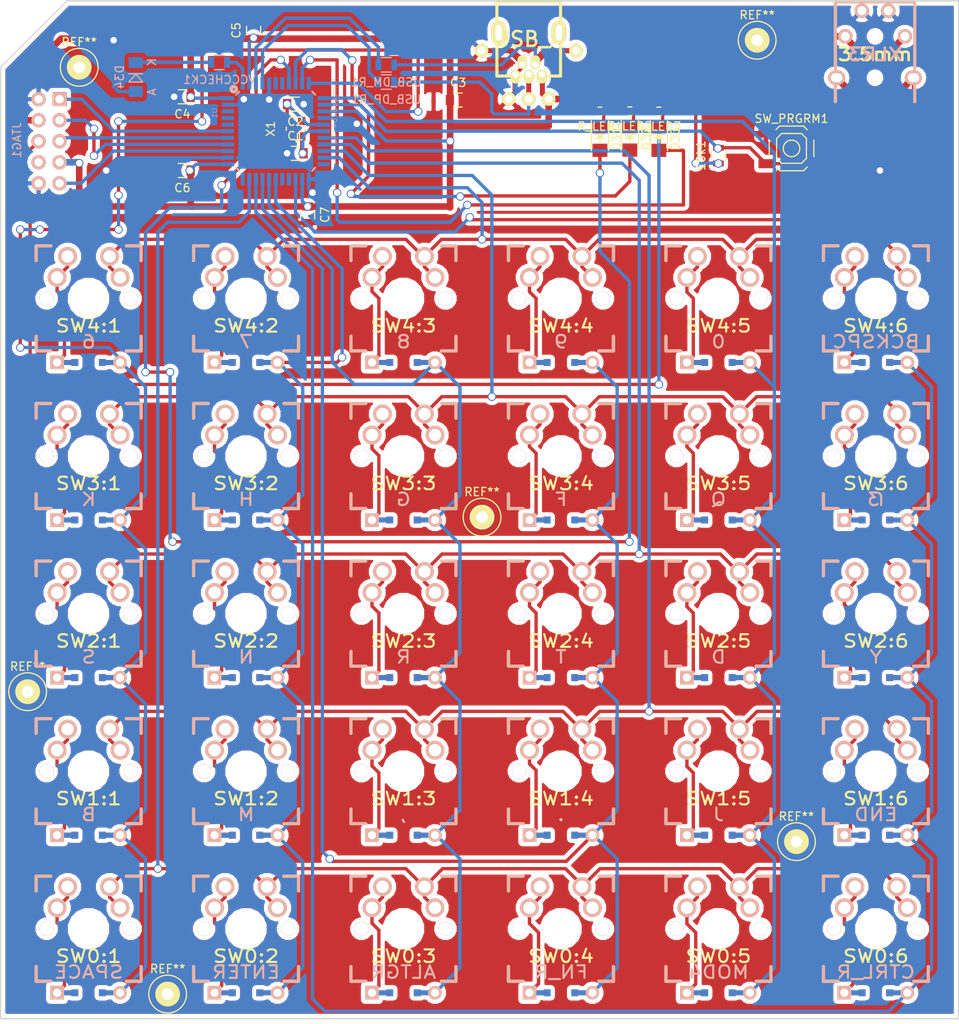
<source format=kicad_pcb>
(kicad_pcb (version 4) (host pcbnew 4.0.2-stable)
  (layers (0 F.Cu signal) (31 B.Cu signal) (34 B.Paste user) (35 F.Paste user) (36 B.SilkS user) (37 F.SilkS user) (38 B.Mask user) (39 F.Mask user) (44 Edge.Cuts user))
  (net 0 "")
  (net 1 /DATA)
  (net 2 "Net-(P1-Pad2)")
  (net 3 "Net-(P1-Pad3)")
  (net 4 /ROW0)
  (net 5 /ROW1)
  (net 6 /ROW2)
  (net 7 /ROW3)
  (net 8 /ROW4)
  (net 9 "Net-(D5-Pad2)")
  (net 10 "Net-(D10-Pad2)")
  (net 11 "Net-(D15-Pad2)")
  (net 12 "Net-(D20-Pad2)")
  (net 13 "Net-(D25-Pad2)")
  (net 14 "Net-(D30-Pad2)")
  (net 15 "Net-(D4-Pad2)")
  (net 16 "Net-(D9-Pad2)")
  (net 17 "Net-(D14-Pad2)")
  (net 18 "Net-(D19-Pad2)")
  (net 19 "Net-(D24-Pad2)")
  (net 20 "Net-(D29-Pad2)")
  (net 21 "Net-(D3-Pad2)")
  (net 22 "Net-(D8-Pad2)")
  (net 23 "Net-(D13-Pad2)")
  (net 24 "Net-(D18-Pad2)")
  (net 25 "Net-(D23-Pad2)")
  (net 26 "Net-(D28-Pad2)")
  (net 27 "Net-(D2-Pad2)")
  (net 28 "Net-(D7-Pad2)")
  (net 29 "Net-(D12-Pad2)")
  (net 30 "Net-(D17-Pad2)")
  (net 31 "Net-(D22-Pad2)")
  (net 32 "Net-(D27-Pad2)")
  (net 33 "Net-(D1-Pad2)")
  (net 34 "Net-(D6-Pad2)")
  (net 35 "Net-(D11-Pad2)")
  (net 36 "Net-(D16-Pad2)")
  (net 37 "Net-(D21-Pad2)")
  (net 38 "Net-(D26-Pad2)")
  (net 39 /COL2)
  (net 40 /COL5)
  (net 41 /COL0)
  (net 42 /COL1)
  (net 43 /COL3)
  (net 44 /COL4)
  (net 45 /USB_DM)
  (net 46 /USB_DP)
  (net 47 /UGND)
  (net 48 /XTAL2)
  (net 49 /XTAL1)
  (net 50 "Net-(D31-Pad1)")
  (net 51 "Net-(D32-Pad1)")
  (net 52 "Net-(D33-Pad1)")
  (net 53 /LED1)
  (net 54 /LED2)
  (net 55 /LED3)
  (net 56 /P1)
  (net 57 /P14_VCC)
  (net 58 /RST)
  (net 59 "Net-(D34-Pad1)")
  (net 60 /TCK)
  (net 61 /TDO)
  (net 62 /TMS)
  (net 63 /TDI)
  (module footprint:USBMINImod (layer F.Cu) (at 85.099489 14.632015 270)
    (fp_text reference P1 hide)
    (fp_text value USB_A (at 2.54 0 360) (layer F.SilkS) (effects (font (size 1.778 1.778) (thickness 0.3048))))
    (fp_line (start 9.779 2.413) (end 9.017 1.651) (layer F.Cu) (width 0.6096))
    (fp_line (start 9.017 1.651) (end 7.493 1.651) (layer F.Cu) (width 0.6096))
    (fp_line (start 9.779 -2.413) (end 9.144 -1.651) (layer F.Cu) (width 0.6096))
    (fp_line (start 9.144 -1.651) (end 7.493 -1.651) (layer F.Cu) (width 0.6096))
    (fp_line (start 7.493 0) (end 9.779 0) (layer F.Cu) (width 0.6096))
    (fp_line (start 4.953 0.889) (end 3.937 2.032) (layer F.Cu) (width 0.6096))
    (fp_line (start 3.937 2.032) (end 3.937 5.715) (layer F.Cu) (width 0.6096))
    (fp_line (start 4.953 -0.889) (end 3.937 -1.905) (layer F.Cu) (width 0.6096))
    (fp_line (start 3.937 -1.905) (end 3.937 -5.715) (layer F.Cu) (width 0.6096))
    (pad 1 thru_hole oval (at 6.79958 -1.6002 270) (size 1.651 1.143) (drill 0.762 (offset 0.27432 0)) (layers *.Cu *.Mask F.SilkS) (net 57 /P14_VCC))
    (pad 2 thru_hole oval (at 5.6007 -0.8001 270) (size 1.651 1.143) (drill 0.762 (offset -0.27432 0)) (layers *.Cu *.Mask F.SilkS) (net 2 "Net-(P1-Pad2)"))
    (pad 3 thru_hole oval (at 6.79958 0 270) (size 1.651 1.143) (drill 0.762 (offset 0.27432 0)) (layers *.Cu *.Mask F.SilkS) (net 3 "Net-(P1-Pad3)"))
    (pad 4 thru_hole oval (at 5.6007 0.8001 270) (size 1.651 1.143) (drill 0.762 (offset -0.27432 0)) (layers *.Cu *.Mask F.SilkS) (net 47 /UGND))
    (pad 5 thru_hole oval (at 6.79958 1.6002 270) (size 1.651 1.143) (drill 0.762 (offset 0.27432 0)) (layers *.Cu *.Mask F.SilkS) (net 47 /UGND))
    (pad 6 thru_hole oval (at 1.75006 3.64744 270) (size 2.794 1.7018) (drill oval 1.905 0.762) (layers *.Cu *.Mask F.SilkS))
    (pad 6 thru_hole oval (at 1.75006 -3.64744 270) (size 2.794 1.7018) (drill oval 1.905 0.762) (layers *.Cu *.Mask F.SilkS))
    (pad 1 thru_hole circle (at 9.779 -2.413 270) (size 1.651 1.651) (drill 0.9906) (layers *.Cu *.Mask F.SilkS) (net 57 /P14_VCC))
    (pad 2 thru_hole circle (at 3.937 -5.715 270) (size 1.651 1.651) (drill 0.9906) (layers *.Cu *.Mask F.SilkS) (net 2 "Net-(P1-Pad2)"))
    (pad 3 thru_hole circle (at 9.779 0 270) (size 1.651 1.651) (drill 0.9906) (layers *.Cu *.Mask F.SilkS) (net 3 "Net-(P1-Pad3)"))
    (pad 4 thru_hole circle (at 3.937 5.715 270) (size 1.651 1.651) (drill 0.9906) (layers *.Cu *.Mask F.SilkS) (net 47 /UGND))
    (pad 5 thru_hole circle (at 9.779 2.413 270) (size 1.651 1.651) (drill 0.9906) (layers *.Cu *.Mask F.SilkS) (net 47 /UGND))
  )
  (module ATMEGA32U4-AU:TQFP44 (layer B.Cu) (at 54.489949 28.302295 270)
    (fp_text reference U1 (at -2.1844 7.3914 270) (layer B.SilkS) (effects (font (size 0.64 0.64) (thickness 0.05)) (justify mirror)))
    (fp_text value ATmega32U4-AU (at -2.413 -7.0787 270) (layer B.SilkS) (effects (font (size 0.64 0.64) (thickness 0.05)) (justify mirror)))
    (pad 1 smd rect (at -5.8 4 270) (size 1.5 0.5) (layers B.Cu B.Paste B.Mask) (net 56 /P1))
    (pad 2 smd rect (at -5.8 3.2 270) (size 1.5 0.5) (layers B.Cu B.Paste B.Mask) (net 57 /P14_VCC))
    (pad 3 smd rect (at -5.8 2.4 270) (size 1.5 0.5) (layers B.Cu B.Paste B.Mask) (net 45 /USB_DM))
    (pad 4 smd rect (at -5.8 1.6 270) (size 1.5 0.5) (layers B.Cu B.Paste B.Mask) (net 46 /USB_DP))
    (pad 5 smd rect (at -5.8 0.8 270) (size 1.5 0.5) (layers B.Cu B.Paste B.Mask) (net 47 /UGND))
    (pad 6 smd rect (at -5.8 0 270) (size 1.5 0.5) (layers B.Cu B.Paste B.Mask))
    (pad 7 smd rect (at -5.8 -0.8 270) (size 1.5 0.5) (layers B.Cu B.Paste B.Mask))
    (pad 8 smd rect (at -5.8 -1.6 270) (size 1.5 0.5) (layers B.Cu B.Paste B.Mask) (net 53 /LED1))
    (pad 9 smd rect (at -5.8 -2.4 270) (size 1.5 0.5) (layers B.Cu B.Paste B.Mask) (net 54 /LED2))
    (pad 10 smd rect (at -5.8 -3.2 270) (size 1.5 0.5) (layers B.Cu B.Paste B.Mask) (net 55 /LED3))
    (pad 11 smd rect (at -5.8 -4 270) (size 1.5 0.5) (layers B.Cu B.Paste B.Mask) (net 41 /COL0))
    (pad 12 smd rect (at -4 -5.8 270) (size 0.5 1.5) (layers B.Cu B.Paste B.Mask) (net 44 /COL4))
    (pad 13 smd rect (at -3.2 -5.8 270) (size 0.5 1.5) (layers B.Cu B.Paste B.Mask) (net 58 /RST))
    (pad 14 smd rect (at -2.4 -5.8 270) (size 0.5 1.5) (layers B.Cu B.Paste B.Mask) (net 57 /P14_VCC))
    (pad 15 smd rect (at -1.6 -5.8 270) (size 0.5 1.5) (layers B.Cu B.Paste B.Mask) (net 47 /UGND))
    (pad 16 smd rect (at -0.8 -5.8 270) (size 0.5 1.5) (layers B.Cu B.Paste B.Mask) (net 48 /XTAL2))
    (pad 17 smd rect (at 0 -5.8 270) (size 0.5 1.5) (layers B.Cu B.Paste B.Mask) (net 49 /XTAL1))
    (pad 18 smd rect (at 0.8 -5.8 270) (size 0.5 1.5) (layers B.Cu B.Paste B.Mask) (net 5 /ROW1))
    (pad 19 smd rect (at 1.6 -5.8 270) (size 0.5 1.5) (layers B.Cu B.Paste B.Mask) (net 6 /ROW2))
    (pad 20 smd rect (at 2.4 -5.8 270) (size 0.5 1.5) (layers B.Cu B.Paste B.Mask) (net 7 /ROW3))
    (pad 21 smd rect (at 3.2 -5.8 270) (size 0.5 1.5) (layers B.Cu B.Paste B.Mask) (net 8 /ROW4))
    (pad 22 smd rect (at 4 -5.8 270) (size 0.5 1.5) (layers B.Cu B.Paste B.Mask))
    (pad 23 smd rect (at 5.8 -4 270) (size 1.5 0.5) (layers B.Cu B.Paste B.Mask) (net 47 /UGND))
    (pad 24 smd rect (at 5.8 -3.2 270) (size 1.5 0.5) (layers B.Cu B.Paste B.Mask) (net 57 /P14_VCC))
    (pad 25 smd rect (at 5.8 -2.4 270) (size 1.5 0.5) (layers B.Cu B.Paste B.Mask) (net 1 /DATA))
    (pad 26 smd rect (at 5.8 -1.6 270) (size 1.5 0.5) (layers B.Cu B.Paste B.Mask))
    (pad 27 smd rect (at 5.8 -0.8 270) (size 1.5 0.5) (layers B.Cu B.Paste B.Mask))
    (pad 28 smd rect (at 5.8 0 270) (size 1.5 0.5) (layers B.Cu B.Paste B.Mask) (net 42 /COL1))
    (pad 29 smd rect (at 5.8 0.8 270) (size 1.5 0.5) (layers B.Cu B.Paste B.Mask) (net 39 /COL2))
    (pad 30 smd rect (at 5.8 1.6 270) (size 1.5 0.5) (layers B.Cu B.Paste B.Mask) (net 43 /COL3))
    (pad 31 smd rect (at 5.8 2.4 270) (size 1.5 0.5) (layers B.Cu B.Paste B.Mask) (net 40 /COL5))
    (pad 32 smd rect (at 5.8 3.2 270) (size 1.5 0.5) (layers B.Cu B.Paste B.Mask) (net 4 /ROW0))
    (pad 33 smd rect (at 5.8 4 270) (size 1.5 0.5) (layers B.Cu B.Paste B.Mask))
    (pad 34 smd rect (at 4 5.8 270) (size 0.5 1.5) (layers B.Cu B.Paste B.Mask) (net 57 /P14_VCC))
    (pad 35 smd rect (at 3.2 5.8 270) (size 0.5 1.5) (layers B.Cu B.Paste B.Mask) (net 47 /UGND))
    (pad 36 smd rect (at 2.4 5.8 270) (size 0.5 1.5) (layers B.Cu B.Paste B.Mask) (net 63 /TDI))
    (pad 37 smd rect (at 1.6 5.8 270) (size 0.5 1.5) (layers B.Cu B.Paste B.Mask) (net 61 /TDO))
    (pad 38 smd rect (at 0.8 5.8 270) (size 0.5 1.5) (layers B.Cu B.Paste B.Mask) (net 62 /TMS))
    (pad 39 smd rect (at 0 5.8 270) (size 0.5 1.5) (layers B.Cu B.Paste B.Mask) (net 60 /TCK))
    (pad 40 smd rect (at -0.8 5.8 270) (size 0.5 1.5) (layers B.Cu B.Paste B.Mask))
    (pad 41 smd rect (at -1.6 5.8 270) (size 0.5 1.5) (layers B.Cu B.Paste B.Mask))
    (pad 42 smd rect (at -2.4 5.8 270) (size 0.5 1.5) (layers B.Cu B.Paste B.Mask))
    (pad 43 smd rect (at -3.2 5.8 270) (size 0.5 1.5) (layers B.Cu B.Paste B.Mask) (net 47 /UGND))
    (pad 44 smd rect (at -4 5.8 270) (size 0.5 1.5) (layers B.Cu B.Paste B.Mask) (net 57 /P14_VCC))
  )
  (module footprint:DIODE (layer F.Cu) (at 31.849354 56.257271 180)
    (fp_text reference D1 hide)
    (fp_text value D4:0 hide)
    (fp_line (start -3.81 0) (end -1.6637 0) (layer B.Cu) (width 0.6096))
    (fp_line (start 1.6637 0) (end 3.81 0) (layer B.Cu) (width 0.6096))
    (fp_line (start -3.81 0) (end -1.6637 0) (layer F.Cu) (width 0.6096))
    (fp_line (start 1.6637 0) (end 3.81 0) (layer F.Cu) (width 0.6096))
    (pad 1 thru_hole circle (at -3.81 0 180) (size 1.651 1.651) (drill 0.9906) (layers *.Cu *.SilkS *.Mask) (net 41 /COL0))
    (pad 99 smd rect (at -1.6637 0 180) (size 0.8382 0.8382) (layers F.Cu F.Paste F.Mask))
    (pad 99 smd rect (at -1.6637 0 180) (size 0.8382 0.8382) (layers B.Cu B.Paste B.Mask))
    (pad 2 thru_hole rect (at 3.81 0 180) (size 1.651 1.651) (drill 0.9906) (layers *.Cu *.SilkS *.Mask) (net 33 "Net-(D1-Pad2)"))
    (pad 99 smd rect (at 1.6637 0 180) (size 0.8382 0.8382) (layers F.Cu F.Paste F.Mask))
    (pad 99 smd rect (at 1.6637 0 180) (size 0.8382 0.8382) (layers B.Cu B.Paste B.Mask))
  )
  (module footprint:DIODE (layer F.Cu) (at 31.849354 75.307352 180)
    (fp_text reference D2 hide)
    (fp_text value D3:0 hide)
    (fp_line (start -3.81 0) (end -1.6637 0) (layer B.Cu) (width 0.6096))
    (fp_line (start 1.6637 0) (end 3.81 0) (layer B.Cu) (width 0.6096))
    (fp_line (start -3.81 0) (end -1.6637 0) (layer F.Cu) (width 0.6096))
    (fp_line (start 1.6637 0) (end 3.81 0) (layer F.Cu) (width 0.6096))
    (pad 1 thru_hole circle (at -3.81 0 180) (size 1.651 1.651) (drill 0.9906) (layers *.Cu *.SilkS *.Mask) (net 41 /COL0))
    (pad 99 smd rect (at -1.6637 0 180) (size 0.8382 0.8382) (layers F.Cu F.Paste F.Mask))
    (pad 99 smd rect (at -1.6637 0 180) (size 0.8382 0.8382) (layers B.Cu B.Paste B.Mask))
    (pad 2 thru_hole rect (at 3.81 0 180) (size 1.651 1.651) (drill 0.9906) (layers *.Cu *.SilkS *.Mask) (net 27 "Net-(D2-Pad2)"))
    (pad 99 smd rect (at 1.6637 0 180) (size 0.8382 0.8382) (layers F.Cu F.Paste F.Mask))
    (pad 99 smd rect (at 1.6637 0 180) (size 0.8382 0.8382) (layers B.Cu B.Paste B.Mask))
  )
  (module footprint:DIODE (layer F.Cu) (at 31.849354 94.357433 180)
    (fp_text reference D3 hide)
    (fp_text value D2:0 hide)
    (fp_line (start -3.81 0) (end -1.6637 0) (layer B.Cu) (width 0.6096))
    (fp_line (start 1.6637 0) (end 3.81 0) (layer B.Cu) (width 0.6096))
    (fp_line (start -3.81 0) (end -1.6637 0) (layer F.Cu) (width 0.6096))
    (fp_line (start 1.6637 0) (end 3.81 0) (layer F.Cu) (width 0.6096))
    (pad 1 thru_hole circle (at -3.81 0 180) (size 1.651 1.651) (drill 0.9906) (layers *.Cu *.SilkS *.Mask) (net 41 /COL0))
    (pad 99 smd rect (at -1.6637 0 180) (size 0.8382 0.8382) (layers F.Cu F.Paste F.Mask))
    (pad 99 smd rect (at -1.6637 0 180) (size 0.8382 0.8382) (layers B.Cu B.Paste B.Mask))
    (pad 2 thru_hole rect (at 3.81 0 180) (size 1.651 1.651) (drill 0.9906) (layers *.Cu *.SilkS *.Mask) (net 21 "Net-(D3-Pad2)"))
    (pad 99 smd rect (at 1.6637 0 180) (size 0.8382 0.8382) (layers F.Cu F.Paste F.Mask))
    (pad 99 smd rect (at 1.6637 0 180) (size 0.8382 0.8382) (layers B.Cu B.Paste B.Mask))
  )
  (module footprint:DIODE (layer F.Cu) (at 31.849354 113.407515 180)
    (fp_text reference D4 hide)
    (fp_text value D1:0 hide)
    (fp_line (start -3.81 0) (end -1.6637 0) (layer B.Cu) (width 0.6096))
    (fp_line (start 1.6637 0) (end 3.81 0) (layer B.Cu) (width 0.6096))
    (fp_line (start -3.81 0) (end -1.6637 0) (layer F.Cu) (width 0.6096))
    (fp_line (start 1.6637 0) (end 3.81 0) (layer F.Cu) (width 0.6096))
    (pad 1 thru_hole circle (at -3.81 0 180) (size 1.651 1.651) (drill 0.9906) (layers *.Cu *.SilkS *.Mask) (net 41 /COL0))
    (pad 99 smd rect (at -1.6637 0 180) (size 0.8382 0.8382) (layers F.Cu F.Paste F.Mask))
    (pad 99 smd rect (at -1.6637 0 180) (size 0.8382 0.8382) (layers B.Cu B.Paste B.Mask))
    (pad 2 thru_hole rect (at 3.81 0 180) (size 1.651 1.651) (drill 0.9906) (layers *.Cu *.SilkS *.Mask) (net 15 "Net-(D4-Pad2)"))
    (pad 99 smd rect (at 1.6637 0 180) (size 0.8382 0.8382) (layers F.Cu F.Paste F.Mask))
    (pad 99 smd rect (at 1.6637 0 180) (size 0.8382 0.8382) (layers B.Cu B.Paste B.Mask))
  )
  (module footprint:DIODE (layer F.Cu) (at 31.849354 132.457596 180)
    (fp_text reference D5 hide)
    (fp_text value D0:0 hide)
    (fp_line (start -3.81 0) (end -1.6637 0) (layer B.Cu) (width 0.6096))
    (fp_line (start 1.6637 0) (end 3.81 0) (layer B.Cu) (width 0.6096))
    (fp_line (start -3.81 0) (end -1.6637 0) (layer F.Cu) (width 0.6096))
    (fp_line (start 1.6637 0) (end 3.81 0) (layer F.Cu) (width 0.6096))
    (pad 1 thru_hole circle (at -3.81 0 180) (size 1.651 1.651) (drill 0.9906) (layers *.Cu *.SilkS *.Mask) (net 41 /COL0))
    (pad 99 smd rect (at -1.6637 0 180) (size 0.8382 0.8382) (layers F.Cu F.Paste F.Mask))
    (pad 99 smd rect (at -1.6637 0 180) (size 0.8382 0.8382) (layers B.Cu B.Paste B.Mask))
    (pad 2 thru_hole rect (at 3.81 0 180) (size 1.651 1.651) (drill 0.9906) (layers *.Cu *.SilkS *.Mask) (net 9 "Net-(D5-Pad2)"))
    (pad 99 smd rect (at 1.6637 0 180) (size 0.8382 0.8382) (layers F.Cu F.Paste F.Mask))
    (pad 99 smd rect (at 1.6637 0 180) (size 0.8382 0.8382) (layers B.Cu B.Paste B.Mask))
  )
  (module footprint:DIODE (layer F.Cu) (at 50.899435 56.257271 180)
    (fp_text reference D6 hide)
    (fp_text value D4:1 hide)
    (fp_line (start -3.81 0) (end -1.6637 0) (layer B.Cu) (width 0.6096))
    (fp_line (start 1.6637 0) (end 3.81 0) (layer B.Cu) (width 0.6096))
    (fp_line (start -3.81 0) (end -1.6637 0) (layer F.Cu) (width 0.6096))
    (fp_line (start 1.6637 0) (end 3.81 0) (layer F.Cu) (width 0.6096))
    (pad 1 thru_hole circle (at -3.81 0 180) (size 1.651 1.651) (drill 0.9906) (layers *.Cu *.SilkS *.Mask) (net 42 /COL1))
    (pad 99 smd rect (at -1.6637 0 180) (size 0.8382 0.8382) (layers F.Cu F.Paste F.Mask))
    (pad 99 smd rect (at -1.6637 0 180) (size 0.8382 0.8382) (layers B.Cu B.Paste B.Mask))
    (pad 2 thru_hole rect (at 3.81 0 180) (size 1.651 1.651) (drill 0.9906) (layers *.Cu *.SilkS *.Mask) (net 34 "Net-(D6-Pad2)"))
    (pad 99 smd rect (at 1.6637 0 180) (size 0.8382 0.8382) (layers F.Cu F.Paste F.Mask))
    (pad 99 smd rect (at 1.6637 0 180) (size 0.8382 0.8382) (layers B.Cu B.Paste B.Mask))
  )
  (module footprint:DIODE (layer F.Cu) (at 50.899435 75.307352 180)
    (fp_text reference D7 hide)
    (fp_text value D3:1 hide)
    (fp_line (start -3.81 0) (end -1.6637 0) (layer B.Cu) (width 0.6096))
    (fp_line (start 1.6637 0) (end 3.81 0) (layer B.Cu) (width 0.6096))
    (fp_line (start -3.81 0) (end -1.6637 0) (layer F.Cu) (width 0.6096))
    (fp_line (start 1.6637 0) (end 3.81 0) (layer F.Cu) (width 0.6096))
    (pad 1 thru_hole circle (at -3.81 0 180) (size 1.651 1.651) (drill 0.9906) (layers *.Cu *.SilkS *.Mask) (net 42 /COL1))
    (pad 99 smd rect (at -1.6637 0 180) (size 0.8382 0.8382) (layers F.Cu F.Paste F.Mask))
    (pad 99 smd rect (at -1.6637 0 180) (size 0.8382 0.8382) (layers B.Cu B.Paste B.Mask))
    (pad 2 thru_hole rect (at 3.81 0 180) (size 1.651 1.651) (drill 0.9906) (layers *.Cu *.SilkS *.Mask) (net 28 "Net-(D7-Pad2)"))
    (pad 99 smd rect (at 1.6637 0 180) (size 0.8382 0.8382) (layers F.Cu F.Paste F.Mask))
    (pad 99 smd rect (at 1.6637 0 180) (size 0.8382 0.8382) (layers B.Cu B.Paste B.Mask))
  )
  (module footprint:DIODE (layer F.Cu) (at 50.899435 94.357433 180)
    (fp_text reference D8 hide)
    (fp_text value D2:1 hide)
    (fp_line (start -3.81 0) (end -1.6637 0) (layer B.Cu) (width 0.6096))
    (fp_line (start 1.6637 0) (end 3.81 0) (layer B.Cu) (width 0.6096))
    (fp_line (start -3.81 0) (end -1.6637 0) (layer F.Cu) (width 0.6096))
    (fp_line (start 1.6637 0) (end 3.81 0) (layer F.Cu) (width 0.6096))
    (pad 1 thru_hole circle (at -3.81 0 180) (size 1.651 1.651) (drill 0.9906) (layers *.Cu *.SilkS *.Mask) (net 42 /COL1))
    (pad 99 smd rect (at -1.6637 0 180) (size 0.8382 0.8382) (layers F.Cu F.Paste F.Mask))
    (pad 99 smd rect (at -1.6637 0 180) (size 0.8382 0.8382) (layers B.Cu B.Paste B.Mask))
    (pad 2 thru_hole rect (at 3.81 0 180) (size 1.651 1.651) (drill 0.9906) (layers *.Cu *.SilkS *.Mask) (net 22 "Net-(D8-Pad2)"))
    (pad 99 smd rect (at 1.6637 0 180) (size 0.8382 0.8382) (layers F.Cu F.Paste F.Mask))
    (pad 99 smd rect (at 1.6637 0 180) (size 0.8382 0.8382) (layers B.Cu B.Paste B.Mask))
  )
  (module footprint:DIODE (layer F.Cu) (at 50.899435 113.407515 180)
    (fp_text reference D9 hide)
    (fp_text value D1:1 hide)
    (fp_line (start -3.81 0) (end -1.6637 0) (layer B.Cu) (width 0.6096))
    (fp_line (start 1.6637 0) (end 3.81 0) (layer B.Cu) (width 0.6096))
    (fp_line (start -3.81 0) (end -1.6637 0) (layer F.Cu) (width 0.6096))
    (fp_line (start 1.6637 0) (end 3.81 0) (layer F.Cu) (width 0.6096))
    (pad 1 thru_hole circle (at -3.81 0 180) (size 1.651 1.651) (drill 0.9906) (layers *.Cu *.SilkS *.Mask) (net 42 /COL1))
    (pad 99 smd rect (at -1.6637 0 180) (size 0.8382 0.8382) (layers F.Cu F.Paste F.Mask))
    (pad 99 smd rect (at -1.6637 0 180) (size 0.8382 0.8382) (layers B.Cu B.Paste B.Mask))
    (pad 2 thru_hole rect (at 3.81 0 180) (size 1.651 1.651) (drill 0.9906) (layers *.Cu *.SilkS *.Mask) (net 16 "Net-(D9-Pad2)"))
    (pad 99 smd rect (at 1.6637 0 180) (size 0.8382 0.8382) (layers F.Cu F.Paste F.Mask))
    (pad 99 smd rect (at 1.6637 0 180) (size 0.8382 0.8382) (layers B.Cu B.Paste B.Mask))
  )
  (module footprint:DIODE (layer F.Cu) (at 50.899435 132.457596 180)
    (fp_text reference D10 hide)
    (fp_text value D0:1 hide)
    (fp_line (start -3.81 0) (end -1.6637 0) (layer B.Cu) (width 0.6096))
    (fp_line (start 1.6637 0) (end 3.81 0) (layer B.Cu) (width 0.6096))
    (fp_line (start -3.81 0) (end -1.6637 0) (layer F.Cu) (width 0.6096))
    (fp_line (start 1.6637 0) (end 3.81 0) (layer F.Cu) (width 0.6096))
    (pad 1 thru_hole circle (at -3.81 0 180) (size 1.651 1.651) (drill 0.9906) (layers *.Cu *.SilkS *.Mask) (net 42 /COL1))
    (pad 99 smd rect (at -1.6637 0 180) (size 0.8382 0.8382) (layers F.Cu F.Paste F.Mask))
    (pad 99 smd rect (at -1.6637 0 180) (size 0.8382 0.8382) (layers B.Cu B.Paste B.Mask))
    (pad 2 thru_hole rect (at 3.81 0 180) (size 1.651 1.651) (drill 0.9906) (layers *.Cu *.SilkS *.Mask) (net 10 "Net-(D10-Pad2)"))
    (pad 99 smd rect (at 1.6637 0 180) (size 0.8382 0.8382) (layers F.Cu F.Paste F.Mask))
    (pad 99 smd rect (at 1.6637 0 180) (size 0.8382 0.8382) (layers B.Cu B.Paste B.Mask))
  )
  (module footprint:DIODE (layer F.Cu) (at 69.949517 56.257271 180)
    (fp_text reference D11 hide)
    (fp_text value D4:2 hide)
    (fp_line (start -3.81 0) (end -1.6637 0) (layer B.Cu) (width 0.6096))
    (fp_line (start 1.6637 0) (end 3.81 0) (layer B.Cu) (width 0.6096))
    (fp_line (start -3.81 0) (end -1.6637 0) (layer F.Cu) (width 0.6096))
    (fp_line (start 1.6637 0) (end 3.81 0) (layer F.Cu) (width 0.6096))
    (pad 1 thru_hole circle (at -3.81 0 180) (size 1.651 1.651) (drill 0.9906) (layers *.Cu *.SilkS *.Mask) (net 39 /COL2))
    (pad 99 smd rect (at -1.6637 0 180) (size 0.8382 0.8382) (layers F.Cu F.Paste F.Mask))
    (pad 99 smd rect (at -1.6637 0 180) (size 0.8382 0.8382) (layers B.Cu B.Paste B.Mask))
    (pad 2 thru_hole rect (at 3.81 0 180) (size 1.651 1.651) (drill 0.9906) (layers *.Cu *.SilkS *.Mask) (net 35 "Net-(D11-Pad2)"))
    (pad 99 smd rect (at 1.6637 0 180) (size 0.8382 0.8382) (layers F.Cu F.Paste F.Mask))
    (pad 99 smd rect (at 1.6637 0 180) (size 0.8382 0.8382) (layers B.Cu B.Paste B.Mask))
  )
  (module footprint:DIODE (layer F.Cu) (at 69.949517 75.307352 180)
    (fp_text reference D12 hide)
    (fp_text value D3:2 hide)
    (fp_line (start -3.81 0) (end -1.6637 0) (layer B.Cu) (width 0.6096))
    (fp_line (start 1.6637 0) (end 3.81 0) (layer B.Cu) (width 0.6096))
    (fp_line (start -3.81 0) (end -1.6637 0) (layer F.Cu) (width 0.6096))
    (fp_line (start 1.6637 0) (end 3.81 0) (layer F.Cu) (width 0.6096))
    (pad 1 thru_hole circle (at -3.81 0 180) (size 1.651 1.651) (drill 0.9906) (layers *.Cu *.SilkS *.Mask) (net 39 /COL2))
    (pad 99 smd rect (at -1.6637 0 180) (size 0.8382 0.8382) (layers F.Cu F.Paste F.Mask))
    (pad 99 smd rect (at -1.6637 0 180) (size 0.8382 0.8382) (layers B.Cu B.Paste B.Mask))
    (pad 2 thru_hole rect (at 3.81 0 180) (size 1.651 1.651) (drill 0.9906) (layers *.Cu *.SilkS *.Mask) (net 29 "Net-(D12-Pad2)"))
    (pad 99 smd rect (at 1.6637 0 180) (size 0.8382 0.8382) (layers F.Cu F.Paste F.Mask))
    (pad 99 smd rect (at 1.6637 0 180) (size 0.8382 0.8382) (layers B.Cu B.Paste B.Mask))
  )
  (module footprint:DIODE (layer F.Cu) (at 69.949517 94.357433 180)
    (fp_text reference D13 hide)
    (fp_text value D2:2 hide)
    (fp_line (start -3.81 0) (end -1.6637 0) (layer B.Cu) (width 0.6096))
    (fp_line (start 1.6637 0) (end 3.81 0) (layer B.Cu) (width 0.6096))
    (fp_line (start -3.81 0) (end -1.6637 0) (layer F.Cu) (width 0.6096))
    (fp_line (start 1.6637 0) (end 3.81 0) (layer F.Cu) (width 0.6096))
    (pad 1 thru_hole circle (at -3.81 0 180) (size 1.651 1.651) (drill 0.9906) (layers *.Cu *.SilkS *.Mask) (net 39 /COL2))
    (pad 99 smd rect (at -1.6637 0 180) (size 0.8382 0.8382) (layers F.Cu F.Paste F.Mask))
    (pad 99 smd rect (at -1.6637 0 180) (size 0.8382 0.8382) (layers B.Cu B.Paste B.Mask))
    (pad 2 thru_hole rect (at 3.81 0 180) (size 1.651 1.651) (drill 0.9906) (layers *.Cu *.SilkS *.Mask) (net 23 "Net-(D13-Pad2)"))
    (pad 99 smd rect (at 1.6637 0 180) (size 0.8382 0.8382) (layers F.Cu F.Paste F.Mask))
    (pad 99 smd rect (at 1.6637 0 180) (size 0.8382 0.8382) (layers B.Cu B.Paste B.Mask))
  )
  (module footprint:DIODE (layer F.Cu) (at 69.949517 113.407515 180)
    (fp_text reference D14 hide)
    (fp_text value D1:2 hide)
    (fp_line (start -3.81 0) (end -1.6637 0) (layer B.Cu) (width 0.6096))
    (fp_line (start 1.6637 0) (end 3.81 0) (layer B.Cu) (width 0.6096))
    (fp_line (start -3.81 0) (end -1.6637 0) (layer F.Cu) (width 0.6096))
    (fp_line (start 1.6637 0) (end 3.81 0) (layer F.Cu) (width 0.6096))
    (pad 1 thru_hole circle (at -3.81 0 180) (size 1.651 1.651) (drill 0.9906) (layers *.Cu *.SilkS *.Mask) (net 39 /COL2))
    (pad 99 smd rect (at -1.6637 0 180) (size 0.8382 0.8382) (layers F.Cu F.Paste F.Mask))
    (pad 99 smd rect (at -1.6637 0 180) (size 0.8382 0.8382) (layers B.Cu B.Paste B.Mask))
    (pad 2 thru_hole rect (at 3.81 0 180) (size 1.651 1.651) (drill 0.9906) (layers *.Cu *.SilkS *.Mask) (net 17 "Net-(D14-Pad2)"))
    (pad 99 smd rect (at 1.6637 0 180) (size 0.8382 0.8382) (layers F.Cu F.Paste F.Mask))
    (pad 99 smd rect (at 1.6637 0 180) (size 0.8382 0.8382) (layers B.Cu B.Paste B.Mask))
  )
  (module footprint:DIODE (layer F.Cu) (at 69.949517 132.457596 180)
    (fp_text reference D15 hide)
    (fp_text value D0:2 hide)
    (fp_line (start -3.81 0) (end -1.6637 0) (layer B.Cu) (width 0.6096))
    (fp_line (start 1.6637 0) (end 3.81 0) (layer B.Cu) (width 0.6096))
    (fp_line (start -3.81 0) (end -1.6637 0) (layer F.Cu) (width 0.6096))
    (fp_line (start 1.6637 0) (end 3.81 0) (layer F.Cu) (width 0.6096))
    (pad 1 thru_hole circle (at -3.81 0 180) (size 1.651 1.651) (drill 0.9906) (layers *.Cu *.SilkS *.Mask) (net 39 /COL2))
    (pad 99 smd rect (at -1.6637 0 180) (size 0.8382 0.8382) (layers F.Cu F.Paste F.Mask))
    (pad 99 smd rect (at -1.6637 0 180) (size 0.8382 0.8382) (layers B.Cu B.Paste B.Mask))
    (pad 2 thru_hole rect (at 3.81 0 180) (size 1.651 1.651) (drill 0.9906) (layers *.Cu *.SilkS *.Mask) (net 11 "Net-(D15-Pad2)"))
    (pad 99 smd rect (at 1.6637 0 180) (size 0.8382 0.8382) (layers F.Cu F.Paste F.Mask))
    (pad 99 smd rect (at 1.6637 0 180) (size 0.8382 0.8382) (layers B.Cu B.Paste B.Mask))
  )
  (module footprint:DIODE (layer F.Cu) (at 88.999598 56.257271 180)
    (fp_text reference D16 hide)
    (fp_text value D4:3 hide)
    (fp_line (start -3.81 0) (end -1.6637 0) (layer B.Cu) (width 0.6096))
    (fp_line (start 1.6637 0) (end 3.81 0) (layer B.Cu) (width 0.6096))
    (fp_line (start -3.81 0) (end -1.6637 0) (layer F.Cu) (width 0.6096))
    (fp_line (start 1.6637 0) (end 3.81 0) (layer F.Cu) (width 0.6096))
    (pad 1 thru_hole circle (at -3.81 0 180) (size 1.651 1.651) (drill 0.9906) (layers *.Cu *.SilkS *.Mask) (net 43 /COL3))
    (pad 99 smd rect (at -1.6637 0 180) (size 0.8382 0.8382) (layers F.Cu F.Paste F.Mask))
    (pad 99 smd rect (at -1.6637 0 180) (size 0.8382 0.8382) (layers B.Cu B.Paste B.Mask))
    (pad 2 thru_hole rect (at 3.81 0 180) (size 1.651 1.651) (drill 0.9906) (layers *.Cu *.SilkS *.Mask) (net 36 "Net-(D16-Pad2)"))
    (pad 99 smd rect (at 1.6637 0 180) (size 0.8382 0.8382) (layers F.Cu F.Paste F.Mask))
    (pad 99 smd rect (at 1.6637 0 180) (size 0.8382 0.8382) (layers B.Cu B.Paste B.Mask))
  )
  (module footprint:DIODE (layer F.Cu) (at 88.999598 75.307352 180)
    (fp_text reference D17 hide)
    (fp_text value D3:3 hide)
    (fp_line (start -3.81 0) (end -1.6637 0) (layer B.Cu) (width 0.6096))
    (fp_line (start 1.6637 0) (end 3.81 0) (layer B.Cu) (width 0.6096))
    (fp_line (start -3.81 0) (end -1.6637 0) (layer F.Cu) (width 0.6096))
    (fp_line (start 1.6637 0) (end 3.81 0) (layer F.Cu) (width 0.6096))
    (pad 1 thru_hole circle (at -3.81 0 180) (size 1.651 1.651) (drill 0.9906) (layers *.Cu *.SilkS *.Mask) (net 43 /COL3))
    (pad 99 smd rect (at -1.6637 0 180) (size 0.8382 0.8382) (layers F.Cu F.Paste F.Mask))
    (pad 99 smd rect (at -1.6637 0 180) (size 0.8382 0.8382) (layers B.Cu B.Paste B.Mask))
    (pad 2 thru_hole rect (at 3.81 0 180) (size 1.651 1.651) (drill 0.9906) (layers *.Cu *.SilkS *.Mask) (net 30 "Net-(D17-Pad2)"))
    (pad 99 smd rect (at 1.6637 0 180) (size 0.8382 0.8382) (layers F.Cu F.Paste F.Mask))
    (pad 99 smd rect (at 1.6637 0 180) (size 0.8382 0.8382) (layers B.Cu B.Paste B.Mask))
  )
  (module footprint:DIODE (layer F.Cu) (at 88.999598 94.357433 180)
    (fp_text reference D18 hide)
    (fp_text value D2:3 hide)
    (fp_line (start -3.81 0) (end -1.6637 0) (layer B.Cu) (width 0.6096))
    (fp_line (start 1.6637 0) (end 3.81 0) (layer B.Cu) (width 0.6096))
    (fp_line (start -3.81 0) (end -1.6637 0) (layer F.Cu) (width 0.6096))
    (fp_line (start 1.6637 0) (end 3.81 0) (layer F.Cu) (width 0.6096))
    (pad 1 thru_hole circle (at -3.81 0 180) (size 1.651 1.651) (drill 0.9906) (layers *.Cu *.SilkS *.Mask) (net 43 /COL3))
    (pad 99 smd rect (at -1.6637 0 180) (size 0.8382 0.8382) (layers F.Cu F.Paste F.Mask))
    (pad 99 smd rect (at -1.6637 0 180) (size 0.8382 0.8382) (layers B.Cu B.Paste B.Mask))
    (pad 2 thru_hole rect (at 3.81 0 180) (size 1.651 1.651) (drill 0.9906) (layers *.Cu *.SilkS *.Mask) (net 24 "Net-(D18-Pad2)"))
    (pad 99 smd rect (at 1.6637 0 180) (size 0.8382 0.8382) (layers F.Cu F.Paste F.Mask))
    (pad 99 smd rect (at 1.6637 0 180) (size 0.8382 0.8382) (layers B.Cu B.Paste B.Mask))
  )
  (module footprint:DIODE (layer F.Cu) (at 88.999598 113.407515 180)
    (fp_text reference D19 hide)
    (fp_text value D1:3 hide)
    (fp_line (start -3.81 0) (end -1.6637 0) (layer B.Cu) (width 0.6096))
    (fp_line (start 1.6637 0) (end 3.81 0) (layer B.Cu) (width 0.6096))
    (fp_line (start -3.81 0) (end -1.6637 0) (layer F.Cu) (width 0.6096))
    (fp_line (start 1.6637 0) (end 3.81 0) (layer F.Cu) (width 0.6096))
    (pad 1 thru_hole circle (at -3.81 0 180) (size 1.651 1.651) (drill 0.9906) (layers *.Cu *.SilkS *.Mask) (net 43 /COL3))
    (pad 99 smd rect (at -1.6637 0 180) (size 0.8382 0.8382) (layers F.Cu F.Paste F.Mask))
    (pad 99 smd rect (at -1.6637 0 180) (size 0.8382 0.8382) (layers B.Cu B.Paste B.Mask))
    (pad 2 thru_hole rect (at 3.81 0 180) (size 1.651 1.651) (drill 0.9906) (layers *.Cu *.SilkS *.Mask) (net 18 "Net-(D19-Pad2)"))
    (pad 99 smd rect (at 1.6637 0 180) (size 0.8382 0.8382) (layers F.Cu F.Paste F.Mask))
    (pad 99 smd rect (at 1.6637 0 180) (size 0.8382 0.8382) (layers B.Cu B.Paste B.Mask))
  )
  (module footprint:DIODE (layer F.Cu) (at 88.999598 132.457596 180)
    (fp_text reference D20 hide)
    (fp_text value D0:3 hide)
    (fp_line (start -3.81 0) (end -1.6637 0) (layer B.Cu) (width 0.6096))
    (fp_line (start 1.6637 0) (end 3.81 0) (layer B.Cu) (width 0.6096))
    (fp_line (start -3.81 0) (end -1.6637 0) (layer F.Cu) (width 0.6096))
    (fp_line (start 1.6637 0) (end 3.81 0) (layer F.Cu) (width 0.6096))
    (pad 1 thru_hole circle (at -3.81 0 180) (size 1.651 1.651) (drill 0.9906) (layers *.Cu *.SilkS *.Mask) (net 43 /COL3))
    (pad 99 smd rect (at -1.6637 0 180) (size 0.8382 0.8382) (layers F.Cu F.Paste F.Mask))
    (pad 99 smd rect (at -1.6637 0 180) (size 0.8382 0.8382) (layers B.Cu B.Paste B.Mask))
    (pad 2 thru_hole rect (at 3.81 0 180) (size 1.651 1.651) (drill 0.9906) (layers *.Cu *.SilkS *.Mask) (net 12 "Net-(D20-Pad2)"))
    (pad 99 smd rect (at 1.6637 0 180) (size 0.8382 0.8382) (layers F.Cu F.Paste F.Mask))
    (pad 99 smd rect (at 1.6637 0 180) (size 0.8382 0.8382) (layers B.Cu B.Paste B.Mask))
  )
  (module footprint:DIODE (layer F.Cu) (at 108.049679 56.257271 180)
    (fp_text reference D21 hide)
    (fp_text value D4:4 hide)
    (fp_line (start -3.81 0) (end -1.6637 0) (layer B.Cu) (width 0.6096))
    (fp_line (start 1.6637 0) (end 3.81 0) (layer B.Cu) (width 0.6096))
    (fp_line (start -3.81 0) (end -1.6637 0) (layer F.Cu) (width 0.6096))
    (fp_line (start 1.6637 0) (end 3.81 0) (layer F.Cu) (width 0.6096))
    (pad 1 thru_hole circle (at -3.81 0 180) (size 1.651 1.651) (drill 0.9906) (layers *.Cu *.SilkS *.Mask) (net 44 /COL4))
    (pad 99 smd rect (at -1.6637 0 180) (size 0.8382 0.8382) (layers F.Cu F.Paste F.Mask))
    (pad 99 smd rect (at -1.6637 0 180) (size 0.8382 0.8382) (layers B.Cu B.Paste B.Mask))
    (pad 2 thru_hole rect (at 3.81 0 180) (size 1.651 1.651) (drill 0.9906) (layers *.Cu *.SilkS *.Mask) (net 37 "Net-(D21-Pad2)"))
    (pad 99 smd rect (at 1.6637 0 180) (size 0.8382 0.8382) (layers F.Cu F.Paste F.Mask))
    (pad 99 smd rect (at 1.6637 0 180) (size 0.8382 0.8382) (layers B.Cu B.Paste B.Mask))
  )
  (module footprint:DIODE (layer F.Cu) (at 108.049679 75.307352 180)
    (fp_text reference D22 hide)
    (fp_text value D3:4 hide)
    (fp_line (start -3.81 0) (end -1.6637 0) (layer B.Cu) (width 0.6096))
    (fp_line (start 1.6637 0) (end 3.81 0) (layer B.Cu) (width 0.6096))
    (fp_line (start -3.81 0) (end -1.6637 0) (layer F.Cu) (width 0.6096))
    (fp_line (start 1.6637 0) (end 3.81 0) (layer F.Cu) (width 0.6096))
    (pad 1 thru_hole circle (at -3.81 0 180) (size 1.651 1.651) (drill 0.9906) (layers *.Cu *.SilkS *.Mask) (net 44 /COL4))
    (pad 99 smd rect (at -1.6637 0 180) (size 0.8382 0.8382) (layers F.Cu F.Paste F.Mask))
    (pad 99 smd rect (at -1.6637 0 180) (size 0.8382 0.8382) (layers B.Cu B.Paste B.Mask))
    (pad 2 thru_hole rect (at 3.81 0 180) (size 1.651 1.651) (drill 0.9906) (layers *.Cu *.SilkS *.Mask) (net 31 "Net-(D22-Pad2)"))
    (pad 99 smd rect (at 1.6637 0 180) (size 0.8382 0.8382) (layers F.Cu F.Paste F.Mask))
    (pad 99 smd rect (at 1.6637 0 180) (size 0.8382 0.8382) (layers B.Cu B.Paste B.Mask))
  )
  (module footprint:DIODE (layer F.Cu) (at 108.049679 94.357433 180)
    (fp_text reference D23 hide)
    (fp_text value D2:4 hide)
    (fp_line (start -3.81 0) (end -1.6637 0) (layer B.Cu) (width 0.6096))
    (fp_line (start 1.6637 0) (end 3.81 0) (layer B.Cu) (width 0.6096))
    (fp_line (start -3.81 0) (end -1.6637 0) (layer F.Cu) (width 0.6096))
    (fp_line (start 1.6637 0) (end 3.81 0) (layer F.Cu) (width 0.6096))
    (pad 1 thru_hole circle (at -3.81 0 180) (size 1.651 1.651) (drill 0.9906) (layers *.Cu *.SilkS *.Mask) (net 44 /COL4))
    (pad 99 smd rect (at -1.6637 0 180) (size 0.8382 0.8382) (layers F.Cu F.Paste F.Mask))
    (pad 99 smd rect (at -1.6637 0 180) (size 0.8382 0.8382) (layers B.Cu B.Paste B.Mask))
    (pad 2 thru_hole rect (at 3.81 0 180) (size 1.651 1.651) (drill 0.9906) (layers *.Cu *.SilkS *.Mask) (net 25 "Net-(D23-Pad2)"))
    (pad 99 smd rect (at 1.6637 0 180) (size 0.8382 0.8382) (layers F.Cu F.Paste F.Mask))
    (pad 99 smd rect (at 1.6637 0 180) (size 0.8382 0.8382) (layers B.Cu B.Paste B.Mask))
  )
  (module footprint:DIODE (layer F.Cu) (at 108.049679 113.407515 180)
    (fp_text reference D24 hide)
    (fp_text value D1:4 hide)
    (fp_line (start -3.81 0) (end -1.6637 0) (layer B.Cu) (width 0.6096))
    (fp_line (start 1.6637 0) (end 3.81 0) (layer B.Cu) (width 0.6096))
    (fp_line (start -3.81 0) (end -1.6637 0) (layer F.Cu) (width 0.6096))
    (fp_line (start 1.6637 0) (end 3.81 0) (layer F.Cu) (width 0.6096))
    (pad 1 thru_hole circle (at -3.81 0 180) (size 1.651 1.651) (drill 0.9906) (layers *.Cu *.SilkS *.Mask) (net 44 /COL4))
    (pad 99 smd rect (at -1.6637 0 180) (size 0.8382 0.8382) (layers F.Cu F.Paste F.Mask))
    (pad 99 smd rect (at -1.6637 0 180) (size 0.8382 0.8382) (layers B.Cu B.Paste B.Mask))
    (pad 2 thru_hole rect (at 3.81 0 180) (size 1.651 1.651) (drill 0.9906) (layers *.Cu *.SilkS *.Mask) (net 19 "Net-(D24-Pad2)"))
    (pad 99 smd rect (at 1.6637 0 180) (size 0.8382 0.8382) (layers F.Cu F.Paste F.Mask))
    (pad 99 smd rect (at 1.6637 0 180) (size 0.8382 0.8382) (layers B.Cu B.Paste B.Mask))
  )
  (module footprint:DIODE (layer F.Cu) (at 108.049679 132.457596 180)
    (fp_text reference D25 hide)
    (fp_text value D0:4 hide)
    (fp_line (start -3.81 0) (end -1.6637 0) (layer B.Cu) (width 0.6096))
    (fp_line (start 1.6637 0) (end 3.81 0) (layer B.Cu) (width 0.6096))
    (fp_line (start -3.81 0) (end -1.6637 0) (layer F.Cu) (width 0.6096))
    (fp_line (start 1.6637 0) (end 3.81 0) (layer F.Cu) (width 0.6096))
    (pad 1 thru_hole circle (at -3.81 0 180) (size 1.651 1.651) (drill 0.9906) (layers *.Cu *.SilkS *.Mask) (net 44 /COL4))
    (pad 99 smd rect (at -1.6637 0 180) (size 0.8382 0.8382) (layers F.Cu F.Paste F.Mask))
    (pad 99 smd rect (at -1.6637 0 180) (size 0.8382 0.8382) (layers B.Cu B.Paste B.Mask))
    (pad 2 thru_hole rect (at 3.81 0 180) (size 1.651 1.651) (drill 0.9906) (layers *.Cu *.SilkS *.Mask) (net 13 "Net-(D25-Pad2)"))
    (pad 99 smd rect (at 1.6637 0 180) (size 0.8382 0.8382) (layers F.Cu F.Paste F.Mask))
    (pad 99 smd rect (at 1.6637 0 180) (size 0.8382 0.8382) (layers B.Cu B.Paste B.Mask))
  )
  (module footprint:DIODE (layer F.Cu) (at 127.099761 56.257271 180)
    (fp_text reference D26 hide)
    (fp_text value D4:5 hide)
    (fp_line (start -3.81 0) (end -1.6637 0) (layer B.Cu) (width 0.6096))
    (fp_line (start 1.6637 0) (end 3.81 0) (layer B.Cu) (width 0.6096))
    (fp_line (start -3.81 0) (end -1.6637 0) (layer F.Cu) (width 0.6096))
    (fp_line (start 1.6637 0) (end 3.81 0) (layer F.Cu) (width 0.6096))
    (pad 1 thru_hole circle (at -3.81 0 180) (size 1.651 1.651) (drill 0.9906) (layers *.Cu *.SilkS *.Mask) (net 40 /COL5))
    (pad 99 smd rect (at -1.6637 0 180) (size 0.8382 0.8382) (layers F.Cu F.Paste F.Mask))
    (pad 99 smd rect (at -1.6637 0 180) (size 0.8382 0.8382) (layers B.Cu B.Paste B.Mask))
    (pad 2 thru_hole rect (at 3.81 0 180) (size 1.651 1.651) (drill 0.9906) (layers *.Cu *.SilkS *.Mask) (net 38 "Net-(D26-Pad2)"))
    (pad 99 smd rect (at 1.6637 0 180) (size 0.8382 0.8382) (layers F.Cu F.Paste F.Mask))
    (pad 99 smd rect (at 1.6637 0 180) (size 0.8382 0.8382) (layers B.Cu B.Paste B.Mask))
  )
  (module footprint:DIODE (layer F.Cu) (at 127.099761 75.307352 180)
    (fp_text reference D27 hide)
    (fp_text value D3:5 hide)
    (fp_line (start -3.81 0) (end -1.6637 0) (layer B.Cu) (width 0.6096))
    (fp_line (start 1.6637 0) (end 3.81 0) (layer B.Cu) (width 0.6096))
    (fp_line (start -3.81 0) (end -1.6637 0) (layer F.Cu) (width 0.6096))
    (fp_line (start 1.6637 0) (end 3.81 0) (layer F.Cu) (width 0.6096))
    (pad 1 thru_hole circle (at -3.81 0 180) (size 1.651 1.651) (drill 0.9906) (layers *.Cu *.SilkS *.Mask) (net 40 /COL5))
    (pad 99 smd rect (at -1.6637 0 180) (size 0.8382 0.8382) (layers F.Cu F.Paste F.Mask))
    (pad 99 smd rect (at -1.6637 0 180) (size 0.8382 0.8382) (layers B.Cu B.Paste B.Mask))
    (pad 2 thru_hole rect (at 3.81 0 180) (size 1.651 1.651) (drill 0.9906) (layers *.Cu *.SilkS *.Mask) (net 32 "Net-(D27-Pad2)"))
    (pad 99 smd rect (at 1.6637 0 180) (size 0.8382 0.8382) (layers F.Cu F.Paste F.Mask))
    (pad 99 smd rect (at 1.6637 0 180) (size 0.8382 0.8382) (layers B.Cu B.Paste B.Mask))
  )
  (module footprint:DIODE (layer F.Cu) (at 127.099761 94.357433 180)
    (fp_text reference D28 hide)
    (fp_text value D2:5 hide)
    (fp_line (start -3.81 0) (end -1.6637 0) (layer B.Cu) (width 0.6096))
    (fp_line (start 1.6637 0) (end 3.81 0) (layer B.Cu) (width 0.6096))
    (fp_line (start -3.81 0) (end -1.6637 0) (layer F.Cu) (width 0.6096))
    (fp_line (start 1.6637 0) (end 3.81 0) (layer F.Cu) (width 0.6096))
    (pad 1 thru_hole circle (at -3.81 0 180) (size 1.651 1.651) (drill 0.9906) (layers *.Cu *.SilkS *.Mask) (net 40 /COL5))
    (pad 99 smd rect (at -1.6637 0 180) (size 0.8382 0.8382) (layers F.Cu F.Paste F.Mask))
    (pad 99 smd rect (at -1.6637 0 180) (size 0.8382 0.8382) (layers B.Cu B.Paste B.Mask))
    (pad 2 thru_hole rect (at 3.81 0 180) (size 1.651 1.651) (drill 0.9906) (layers *.Cu *.SilkS *.Mask) (net 26 "Net-(D28-Pad2)"))
    (pad 99 smd rect (at 1.6637 0 180) (size 0.8382 0.8382) (layers F.Cu F.Paste F.Mask))
    (pad 99 smd rect (at 1.6637 0 180) (size 0.8382 0.8382) (layers B.Cu B.Paste B.Mask))
  )
  (module footprint:DIODE (layer F.Cu) (at 127.099761 113.407515 180)
    (fp_text reference D29 hide)
    (fp_text value D1:5 hide)
    (fp_line (start -3.81 0) (end -1.6637 0) (layer B.Cu) (width 0.6096))
    (fp_line (start 1.6637 0) (end 3.81 0) (layer B.Cu) (width 0.6096))
    (fp_line (start -3.81 0) (end -1.6637 0) (layer F.Cu) (width 0.6096))
    (fp_line (start 1.6637 0) (end 3.81 0) (layer F.Cu) (width 0.6096))
    (pad 1 thru_hole circle (at -3.81 0 180) (size 1.651 1.651) (drill 0.9906) (layers *.Cu *.SilkS *.Mask) (net 40 /COL5))
    (pad 99 smd rect (at -1.6637 0 180) (size 0.8382 0.8382) (layers F.Cu F.Paste F.Mask))
    (pad 99 smd rect (at -1.6637 0 180) (size 0.8382 0.8382) (layers B.Cu B.Paste B.Mask))
    (pad 2 thru_hole rect (at 3.81 0 180) (size 1.651 1.651) (drill 0.9906) (layers *.Cu *.SilkS *.Mask) (net 20 "Net-(D29-Pad2)"))
    (pad 99 smd rect (at 1.6637 0 180) (size 0.8382 0.8382) (layers F.Cu F.Paste F.Mask))
    (pad 99 smd rect (at 1.6637 0 180) (size 0.8382 0.8382) (layers B.Cu B.Paste B.Mask))
  )
  (module footprint:DIODE (layer F.Cu) (at 127.099761 132.457596 180)
    (fp_text reference D30 hide)
    (fp_text value D0:5 hide)
    (fp_line (start -3.81 0) (end -1.6637 0) (layer B.Cu) (width 0.6096))
    (fp_line (start 1.6637 0) (end 3.81 0) (layer B.Cu) (width 0.6096))
    (fp_line (start -3.81 0) (end -1.6637 0) (layer F.Cu) (width 0.6096))
    (fp_line (start 1.6637 0) (end 3.81 0) (layer F.Cu) (width 0.6096))
    (pad 1 thru_hole circle (at -3.81 0 180) (size 1.651 1.651) (drill 0.9906) (layers *.Cu *.SilkS *.Mask) (net 40 /COL5))
    (pad 99 smd rect (at -1.6637 0 180) (size 0.8382 0.8382) (layers F.Cu F.Paste F.Mask))
    (pad 99 smd rect (at -1.6637 0 180) (size 0.8382 0.8382) (layers B.Cu B.Paste B.Mask))
    (pad 2 thru_hole rect (at 3.81 0 180) (size 1.651 1.651) (drill 0.9906) (layers *.Cu *.SilkS *.Mask) (net 14 "Net-(D30-Pad2)"))
    (pad 99 smd rect (at 1.6637 0 180) (size 0.8382 0.8382) (layers F.Cu F.Paste F.Mask))
    (pad 99 smd rect (at 1.6637 0 180) (size 0.8382 0.8382) (layers B.Cu B.Paste B.Mask))
  )
  (module mmmm:MX_FLIP_DIODE_New (layer F.Cu) (at 31.849354 124.7185)
    (fp_text reference SW0:1 (at 0.00508 3.32232) (layer F.SilkS) (effects (font (size 1.524 1.778) (thickness 0.254))))
    (fp_text value SPACE (at 0.00508 5.24256) (layer B.SilkS) (effects (font (size 1.524 1.778) (thickness 0.254)) (justify mirror)))
    (pad 1 thru_hole circle (at 2.54 -5.08) (size 2.286 2.286) (drill 1.498599) (layers *.Cu *.SilkS *.Mask) (net 4 /ROW0))
    (pad 2 thru_hole circle (at -3.81 -2.54) (size 2.286 2.286) (drill 1.498599) (layers *.Cu *.SilkS *.Mask) (net 9 "Net-(D5-Pad2)"))
    (pad 0 np_thru_hole circle (at 0 0) (size 3.9878 3.9878) (drill 3.9878) (layers *.Cu))
    (pad 0 thru_hole circle (at -5.08 0) (size 1.7018 1.7018) (drill 1.701799) (layers *.Cu))
    (pad 0 thru_hole circle (at 5.08 0) (size 1.7018 1.7018) (drill 1.701799) (layers *.Cu))
    (pad 1 thru_hole circle (at 3.81 -2.54) (size 2.286 2.286) (drill 1.498599) (layers *.Cu *.SilkS *.Mask) (net 4 /ROW0))
    (pad 2 thru_hole circle (at -2.54 -5.08) (size 2.286 2.286) (drill 1.498599) (layers *.Cu *.SilkS *.Mask) (net 9 "Net-(D5-Pad2)"))
  )
  (module mmmm:MX_FLIP_DIODE_New (layer F.Cu) (at 50.899435 124.7185)
    (fp_text reference SW0:2 (at 0.00508 3.32232) (layer F.SilkS) (effects (font (size 1.524 1.778) (thickness 0.254))))
    (fp_text value ENTER (at 0.00508 5.24256) (layer B.SilkS) (effects (font (size 1.524 1.778) (thickness 0.254)) (justify mirror)))
    (pad 1 thru_hole circle (at 2.54 -5.08) (size 2.286 2.286) (drill 1.498599) (layers *.Cu *.SilkS *.Mask) (net 4 /ROW0))
    (pad 2 thru_hole circle (at -3.81 -2.54) (size 2.286 2.286) (drill 1.498599) (layers *.Cu *.SilkS *.Mask) (net 10 "Net-(D10-Pad2)"))
    (pad 0 np_thru_hole circle (at 0 0) (size 3.9878 3.9878) (drill 3.9878) (layers *.Cu))
    (pad 0 thru_hole circle (at -5.08 0) (size 1.7018 1.7018) (drill 1.701799) (layers *.Cu))
    (pad 0 thru_hole circle (at 5.08 0) (size 1.7018 1.7018) (drill 1.701799) (layers *.Cu))
    (pad 1 thru_hole circle (at 3.81 -2.54) (size 2.286 2.286) (drill 1.498599) (layers *.Cu *.SilkS *.Mask) (net 4 /ROW0))
    (pad 2 thru_hole circle (at -2.54 -5.08) (size 2.286 2.286) (drill 1.498599) (layers *.Cu *.SilkS *.Mask) (net 10 "Net-(D10-Pad2)"))
  )
  (module mmmm:MX_FLIP_DIODE_New (layer F.Cu) (at 69.949517 124.7185)
    (fp_text reference SW0:3 (at 0.00508 3.32232) (layer F.SilkS) (effects (font (size 1.524 1.778) (thickness 0.254))))
    (fp_text value ALTGR (at 0.00508 5.24256) (layer B.SilkS) (effects (font (size 1.524 1.778) (thickness 0.254)) (justify mirror)))
    (pad 1 thru_hole circle (at 2.54 -5.08) (size 2.286 2.286) (drill 1.498599) (layers *.Cu *.SilkS *.Mask) (net 4 /ROW0))
    (pad 2 thru_hole circle (at -3.81 -2.54) (size 2.286 2.286) (drill 1.498599) (layers *.Cu *.SilkS *.Mask) (net 11 "Net-(D15-Pad2)"))
    (pad 0 np_thru_hole circle (at 0 0) (size 3.9878 3.9878) (drill 3.9878) (layers *.Cu))
    (pad 0 thru_hole circle (at -5.08 0) (size 1.7018 1.7018) (drill 1.701799) (layers *.Cu))
    (pad 0 thru_hole circle (at 5.08 0) (size 1.7018 1.7018) (drill 1.701799) (layers *.Cu))
    (pad 1 thru_hole circle (at 3.81 -2.54) (size 2.286 2.286) (drill 1.498599) (layers *.Cu *.SilkS *.Mask) (net 4 /ROW0))
    (pad 2 thru_hole circle (at -2.54 -5.08) (size 2.286 2.286) (drill 1.498599) (layers *.Cu *.SilkS *.Mask) (net 11 "Net-(D15-Pad2)"))
  )
  (module mmmm:MX_FLIP_DIODE_New (layer F.Cu) (at 88.999598 124.7185)
    (fp_text reference SW0:4 (at 0.00508 3.32232) (layer F.SilkS) (effects (font (size 1.524 1.778) (thickness 0.254))))
    (fp_text value FN_R (at 0.00508 5.24256) (layer B.SilkS) (effects (font (size 1.524 1.778) (thickness 0.254)) (justify mirror)))
    (pad 1 thru_hole circle (at 2.54 -5.08) (size 2.286 2.286) (drill 1.498599) (layers *.Cu *.SilkS *.Mask) (net 4 /ROW0))
    (pad 2 thru_hole circle (at -3.81 -2.54) (size 2.286 2.286) (drill 1.498599) (layers *.Cu *.SilkS *.Mask) (net 12 "Net-(D20-Pad2)"))
    (pad 0 np_thru_hole circle (at 0 0) (size 3.9878 3.9878) (drill 3.9878) (layers *.Cu))
    (pad 0 thru_hole circle (at -5.08 0) (size 1.7018 1.7018) (drill 1.701799) (layers *.Cu))
    (pad 0 thru_hole circle (at 5.08 0) (size 1.7018 1.7018) (drill 1.701799) (layers *.Cu))
    (pad 1 thru_hole circle (at 3.81 -2.54) (size 2.286 2.286) (drill 1.498599) (layers *.Cu *.SilkS *.Mask) (net 4 /ROW0))
    (pad 2 thru_hole circle (at -2.54 -5.08) (size 2.286 2.286) (drill 1.498599) (layers *.Cu *.SilkS *.Mask) (net 12 "Net-(D20-Pad2)"))
  )
  (module mmmm:MX_FLIP_DIODE_New (layer F.Cu) (at 108.049679 124.7185)
    (fp_text reference SW0:5 (at 0.00508 3.32232) (layer F.SilkS) (effects (font (size 1.524 1.778) (thickness 0.254))))
    (fp_text value MOD4 (at 0.00508 5.24256) (layer B.SilkS) (effects (font (size 1.524 1.778) (thickness 0.254)) (justify mirror)))
    (pad 1 thru_hole circle (at 2.54 -5.08) (size 2.286 2.286) (drill 1.498599) (layers *.Cu *.SilkS *.Mask) (net 4 /ROW0))
    (pad 2 thru_hole circle (at -3.81 -2.54) (size 2.286 2.286) (drill 1.498599) (layers *.Cu *.SilkS *.Mask) (net 13 "Net-(D25-Pad2)"))
    (pad 0 np_thru_hole circle (at 0 0) (size 3.9878 3.9878) (drill 3.9878) (layers *.Cu))
    (pad 0 thru_hole circle (at -5.08 0) (size 1.7018 1.7018) (drill 1.701799) (layers *.Cu))
    (pad 0 thru_hole circle (at 5.08 0) (size 1.7018 1.7018) (drill 1.701799) (layers *.Cu))
    (pad 1 thru_hole circle (at 3.81 -2.54) (size 2.286 2.286) (drill 1.498599) (layers *.Cu *.SilkS *.Mask) (net 4 /ROW0))
    (pad 2 thru_hole circle (at -2.54 -5.08) (size 2.286 2.286) (drill 1.498599) (layers *.Cu *.SilkS *.Mask) (net 13 "Net-(D25-Pad2)"))
  )
  (module mmmm:MX_FLIP_DIODE_New (layer F.Cu) (at 31.849354 105.668419)
    (fp_text reference SW1:1 (at 0.00508 3.32232) (layer F.SilkS) (effects (font (size 1.524 1.778) (thickness 0.254))))
    (fp_text value B (at 0.00508 5.24256) (layer B.SilkS) (effects (font (size 1.524 1.778) (thickness 0.254)) (justify mirror)))
    (pad 1 thru_hole circle (at 2.54 -5.08) (size 2.286 2.286) (drill 1.498599) (layers *.Cu *.SilkS *.Mask) (net 5 /ROW1))
    (pad 2 thru_hole circle (at -3.81 -2.54) (size 2.286 2.286) (drill 1.498599) (layers *.Cu *.SilkS *.Mask) (net 15 "Net-(D4-Pad2)"))
    (pad 0 np_thru_hole circle (at 0 0) (size 3.9878 3.9878) (drill 3.9878) (layers *.Cu))
    (pad 0 thru_hole circle (at -5.08 0) (size 1.7018 1.7018) (drill 1.701799) (layers *.Cu))
    (pad 0 thru_hole circle (at 5.08 0) (size 1.7018 1.7018) (drill 1.701799) (layers *.Cu))
    (pad 1 thru_hole circle (at 3.81 -2.54) (size 2.286 2.286) (drill 1.498599) (layers *.Cu *.SilkS *.Mask) (net 5 /ROW1))
    (pad 2 thru_hole circle (at -2.54 -5.08) (size 2.286 2.286) (drill 1.498599) (layers *.Cu *.SilkS *.Mask) (net 15 "Net-(D4-Pad2)"))
  )
  (module mmmm:MX_FLIP_DIODE_New (layer F.Cu) (at 50.899435 105.668419)
    (fp_text reference SW1:2 (at 0.00508 3.32232) (layer F.SilkS) (effects (font (size 1.524 1.778) (thickness 0.254))))
    (fp_text value M (at 0.00508 5.24256) (layer B.SilkS) (effects (font (size 1.524 1.778) (thickness 0.254)) (justify mirror)))
    (pad 1 thru_hole circle (at 2.54 -5.08) (size 2.286 2.286) (drill 1.498599) (layers *.Cu *.SilkS *.Mask) (net 5 /ROW1))
    (pad 2 thru_hole circle (at -3.81 -2.54) (size 2.286 2.286) (drill 1.498599) (layers *.Cu *.SilkS *.Mask) (net 16 "Net-(D9-Pad2)"))
    (pad 0 np_thru_hole circle (at 0 0) (size 3.9878 3.9878) (drill 3.9878) (layers *.Cu))
    (pad 0 thru_hole circle (at -5.08 0) (size 1.7018 1.7018) (drill 1.701799) (layers *.Cu))
    (pad 0 thru_hole circle (at 5.08 0) (size 1.7018 1.7018) (drill 1.701799) (layers *.Cu))
    (pad 1 thru_hole circle (at 3.81 -2.54) (size 2.286 2.286) (drill 1.498599) (layers *.Cu *.SilkS *.Mask) (net 5 /ROW1))
    (pad 2 thru_hole circle (at -2.54 -5.08) (size 2.286 2.286) (drill 1.498599) (layers *.Cu *.SilkS *.Mask) (net 16 "Net-(D9-Pad2)"))
  )
  (module mmmm:MX_FLIP_DIODE_New (layer F.Cu) (at 69.949517 105.668419)
    (fp_text reference SW1:3 (at 0.00508 3.32232) (layer F.SilkS) (effects (font (size 1.524 1.778) (thickness 0.254))))
    (fp_text value , (at 0.00508 5.24256) (layer B.SilkS) (effects (font (size 1.524 1.778) (thickness 0.254)) (justify mirror)))
    (pad 1 thru_hole circle (at 2.54 -5.08) (size 2.286 2.286) (drill 1.498599) (layers *.Cu *.SilkS *.Mask) (net 5 /ROW1))
    (pad 2 thru_hole circle (at -3.81 -2.54) (size 2.286 2.286) (drill 1.498599) (layers *.Cu *.SilkS *.Mask) (net 17 "Net-(D14-Pad2)"))
    (pad 0 np_thru_hole circle (at 0 0) (size 3.9878 3.9878) (drill 3.9878) (layers *.Cu))
    (pad 0 thru_hole circle (at -5.08 0) (size 1.7018 1.7018) (drill 1.701799) (layers *.Cu))
    (pad 0 thru_hole circle (at 5.08 0) (size 1.7018 1.7018) (drill 1.701799) (layers *.Cu))
    (pad 1 thru_hole circle (at 3.81 -2.54) (size 2.286 2.286) (drill 1.498599) (layers *.Cu *.SilkS *.Mask) (net 5 /ROW1))
    (pad 2 thru_hole circle (at -2.54 -5.08) (size 2.286 2.286) (drill 1.498599) (layers *.Cu *.SilkS *.Mask) (net 17 "Net-(D14-Pad2)"))
  )
  (module mmmm:MX_FLIP_DIODE_New (layer F.Cu) (at 88.999598 105.668419)
    (fp_text reference SW1:4 (at 0.00508 3.32232) (layer F.SilkS) (effects (font (size 1.524 1.778) (thickness 0.254))))
    (fp_text value . (at 0.00508 5.24256) (layer B.SilkS) (effects (font (size 1.524 1.778) (thickness 0.254)) (justify mirror)))
    (pad 1 thru_hole circle (at 2.54 -5.08) (size 2.286 2.286) (drill 1.498599) (layers *.Cu *.SilkS *.Mask) (net 5 /ROW1))
    (pad 2 thru_hole circle (at -3.81 -2.54) (size 2.286 2.286) (drill 1.498599) (layers *.Cu *.SilkS *.Mask) (net 18 "Net-(D19-Pad2)"))
    (pad 0 np_thru_hole circle (at 0 0) (size 3.9878 3.9878) (drill 3.9878) (layers *.Cu))
    (pad 0 thru_hole circle (at -5.08 0) (size 1.7018 1.7018) (drill 1.701799) (layers *.Cu))
    (pad 0 thru_hole circle (at 5.08 0) (size 1.7018 1.7018) (drill 1.701799) (layers *.Cu))
    (pad 1 thru_hole circle (at 3.81 -2.54) (size 2.286 2.286) (drill 1.498599) (layers *.Cu *.SilkS *.Mask) (net 5 /ROW1))
    (pad 2 thru_hole circle (at -2.54 -5.08) (size 2.286 2.286) (drill 1.498599) (layers *.Cu *.SilkS *.Mask) (net 18 "Net-(D19-Pad2)"))
  )
  (module mmmm:MX_FLIP_DIODE_New (layer F.Cu) (at 108.049679 105.668419)
    (fp_text reference SW1:5 (at 0.00508 3.32232) (layer F.SilkS) (effects (font (size 1.524 1.778) (thickness 0.254))))
    (fp_text value J (at 0.00508 5.24256) (layer B.SilkS) (effects (font (size 1.524 1.778) (thickness 0.254)) (justify mirror)))
    (pad 1 thru_hole circle (at 2.54 -5.08) (size 2.286 2.286) (drill 1.498599) (layers *.Cu *.SilkS *.Mask) (net 5 /ROW1))
    (pad 2 thru_hole circle (at -3.81 -2.54) (size 2.286 2.286) (drill 1.498599) (layers *.Cu *.SilkS *.Mask) (net 19 "Net-(D24-Pad2)"))
    (pad 0 np_thru_hole circle (at 0 0) (size 3.9878 3.9878) (drill 3.9878) (layers *.Cu))
    (pad 0 thru_hole circle (at -5.08 0) (size 1.7018 1.7018) (drill 1.701799) (layers *.Cu))
    (pad 0 thru_hole circle (at 5.08 0) (size 1.7018 1.7018) (drill 1.701799) (layers *.Cu))
    (pad 1 thru_hole circle (at 3.81 -2.54) (size 2.286 2.286) (drill 1.498599) (layers *.Cu *.SilkS *.Mask) (net 5 /ROW1))
    (pad 2 thru_hole circle (at -2.54 -5.08) (size 2.286 2.286) (drill 1.498599) (layers *.Cu *.SilkS *.Mask) (net 19 "Net-(D24-Pad2)"))
  )
  (module mmmm:MX_FLIP_DIODE_New (layer F.Cu) (at 31.849354 86.618338)
    (fp_text reference SW2:1 (at 0.00508 3.32232) (layer F.SilkS) (effects (font (size 1.524 1.778) (thickness 0.254))))
    (fp_text value S (at 0.00508 5.24256) (layer B.SilkS) (effects (font (size 1.524 1.778) (thickness 0.254)) (justify mirror)))
    (pad 1 thru_hole circle (at 2.54 -5.08) (size 2.286 2.286) (drill 1.498599) (layers *.Cu *.SilkS *.Mask) (net 6 /ROW2))
    (pad 2 thru_hole circle (at -3.81 -2.54) (size 2.286 2.286) (drill 1.498599) (layers *.Cu *.SilkS *.Mask) (net 21 "Net-(D3-Pad2)"))
    (pad 0 np_thru_hole circle (at 0 0) (size 3.9878 3.9878) (drill 3.9878) (layers *.Cu))
    (pad 0 thru_hole circle (at -5.08 0) (size 1.7018 1.7018) (drill 1.701799) (layers *.Cu))
    (pad 0 thru_hole circle (at 5.08 0) (size 1.7018 1.7018) (drill 1.701799) (layers *.Cu))
    (pad 1 thru_hole circle (at 3.81 -2.54) (size 2.286 2.286) (drill 1.498599) (layers *.Cu *.SilkS *.Mask) (net 6 /ROW2))
    (pad 2 thru_hole circle (at -2.54 -5.08) (size 2.286 2.286) (drill 1.498599) (layers *.Cu *.SilkS *.Mask) (net 21 "Net-(D3-Pad2)"))
  )
  (module mmmm:MX_FLIP_DIODE_New (layer F.Cu) (at 50.899435 86.618338)
    (fp_text reference SW2:2 (at 0.00508 3.32232) (layer F.SilkS) (effects (font (size 1.524 1.778) (thickness 0.254))))
    (fp_text value N (at 0.00508 5.24256) (layer B.SilkS) (effects (font (size 1.524 1.778) (thickness 0.254)) (justify mirror)))
    (pad 1 thru_hole circle (at 2.54 -5.08) (size 2.286 2.286) (drill 1.498599) (layers *.Cu *.SilkS *.Mask) (net 6 /ROW2))
    (pad 2 thru_hole circle (at -3.81 -2.54) (size 2.286 2.286) (drill 1.498599) (layers *.Cu *.SilkS *.Mask) (net 22 "Net-(D8-Pad2)"))
    (pad 0 np_thru_hole circle (at 0 0) (size 3.9878 3.9878) (drill 3.9878) (layers *.Cu))
    (pad 0 thru_hole circle (at -5.08 0) (size 1.7018 1.7018) (drill 1.701799) (layers *.Cu))
    (pad 0 thru_hole circle (at 5.08 0) (size 1.7018 1.7018) (drill 1.701799) (layers *.Cu))
    (pad 1 thru_hole circle (at 3.81 -2.54) (size 2.286 2.286) (drill 1.498599) (layers *.Cu *.SilkS *.Mask) (net 6 /ROW2))
    (pad 2 thru_hole circle (at -2.54 -5.08) (size 2.286 2.286) (drill 1.498599) (layers *.Cu *.SilkS *.Mask) (net 22 "Net-(D8-Pad2)"))
  )
  (module mmmm:MX_FLIP_DIODE_New (layer F.Cu) (at 69.949517 86.618338)
    (fp_text reference SW2:3 (at 0.00508 3.32232) (layer F.SilkS) (effects (font (size 1.524 1.778) (thickness 0.254))))
    (fp_text value R (at 0.00508 5.24256) (layer B.SilkS) (effects (font (size 1.524 1.778) (thickness 0.254)) (justify mirror)))
    (pad 1 thru_hole circle (at 2.54 -5.08) (size 2.286 2.286) (drill 1.498599) (layers *.Cu *.SilkS *.Mask) (net 6 /ROW2))
    (pad 2 thru_hole circle (at -3.81 -2.54) (size 2.286 2.286) (drill 1.498599) (layers *.Cu *.SilkS *.Mask) (net 23 "Net-(D13-Pad2)"))
    (pad 0 np_thru_hole circle (at 0 0) (size 3.9878 3.9878) (drill 3.9878) (layers *.Cu))
    (pad 0 thru_hole circle (at -5.08 0) (size 1.7018 1.7018) (drill 1.701799) (layers *.Cu))
    (pad 0 thru_hole circle (at 5.08 0) (size 1.7018 1.7018) (drill 1.701799) (layers *.Cu))
    (pad 1 thru_hole circle (at 3.81 -2.54) (size 2.286 2.286) (drill 1.498599) (layers *.Cu *.SilkS *.Mask) (net 6 /ROW2))
    (pad 2 thru_hole circle (at -2.54 -5.08) (size 2.286 2.286) (drill 1.498599) (layers *.Cu *.SilkS *.Mask) (net 23 "Net-(D13-Pad2)"))
  )
  (module mmmm:MX_FLIP_DIODE_New (layer F.Cu) (at 88.999598 86.618338)
    (fp_text reference SW2:4 (at 0.00508 3.32232) (layer F.SilkS) (effects (font (size 1.524 1.778) (thickness 0.254))))
    (fp_text value T (at 0.00508 5.24256) (layer B.SilkS) (effects (font (size 1.524 1.778) (thickness 0.254)) (justify mirror)))
    (pad 1 thru_hole circle (at 2.54 -5.08) (size 2.286 2.286) (drill 1.498599) (layers *.Cu *.SilkS *.Mask) (net 6 /ROW2))
    (pad 2 thru_hole circle (at -3.81 -2.54) (size 2.286 2.286) (drill 1.498599) (layers *.Cu *.SilkS *.Mask) (net 24 "Net-(D18-Pad2)"))
    (pad 0 np_thru_hole circle (at 0 0) (size 3.9878 3.9878) (drill 3.9878) (layers *.Cu))
    (pad 0 thru_hole circle (at -5.08 0) (size 1.7018 1.7018) (drill 1.701799) (layers *.Cu))
    (pad 0 thru_hole circle (at 5.08 0) (size 1.7018 1.7018) (drill 1.701799) (layers *.Cu))
    (pad 1 thru_hole circle (at 3.81 -2.54) (size 2.286 2.286) (drill 1.498599) (layers *.Cu *.SilkS *.Mask) (net 6 /ROW2))
    (pad 2 thru_hole circle (at -2.54 -5.08) (size 2.286 2.286) (drill 1.498599) (layers *.Cu *.SilkS *.Mask) (net 24 "Net-(D18-Pad2)"))
  )
  (module mmmm:MX_FLIP_DIODE_New (layer F.Cu) (at 108.049679 86.618338)
    (fp_text reference SW2:5 (at 0.00508 3.32232) (layer F.SilkS) (effects (font (size 1.524 1.778) (thickness 0.254))))
    (fp_text value D (at 0.00508 5.24256) (layer B.SilkS) (effects (font (size 1.524 1.778) (thickness 0.254)) (justify mirror)))
    (pad 1 thru_hole circle (at 2.54 -5.08) (size 2.286 2.286) (drill 1.498599) (layers *.Cu *.SilkS *.Mask) (net 6 /ROW2))
    (pad 2 thru_hole circle (at -3.81 -2.54) (size 2.286 2.286) (drill 1.498599) (layers *.Cu *.SilkS *.Mask) (net 25 "Net-(D23-Pad2)"))
    (pad 0 np_thru_hole circle (at 0 0) (size 3.9878 3.9878) (drill 3.9878) (layers *.Cu))
    (pad 0 thru_hole circle (at -5.08 0) (size 1.7018 1.7018) (drill 1.701799) (layers *.Cu))
    (pad 0 thru_hole circle (at 5.08 0) (size 1.7018 1.7018) (drill 1.701799) (layers *.Cu))
    (pad 1 thru_hole circle (at 3.81 -2.54) (size 2.286 2.286) (drill 1.498599) (layers *.Cu *.SilkS *.Mask) (net 6 /ROW2))
    (pad 2 thru_hole circle (at -2.54 -5.08) (size 2.286 2.286) (drill 1.498599) (layers *.Cu *.SilkS *.Mask) (net 25 "Net-(D23-Pad2)"))
  )
  (module mmmm:MX_FLIP_DIODE_New (layer F.Cu) (at 31.849354 67.568257)
    (fp_text reference SW3:1 (at 0.00508 3.32232) (layer F.SilkS) (effects (font (size 1.524 1.778) (thickness 0.254))))
    (fp_text value K (at 0.00508 5.24256) (layer B.SilkS) (effects (font (size 1.524 1.778) (thickness 0.254)) (justify mirror)))
    (pad 1 thru_hole circle (at 2.54 -5.08) (size 2.286 2.286) (drill 1.498599) (layers *.Cu *.SilkS *.Mask) (net 7 /ROW3))
    (pad 2 thru_hole circle (at -3.81 -2.54) (size 2.286 2.286) (drill 1.498599) (layers *.Cu *.SilkS *.Mask) (net 27 "Net-(D2-Pad2)"))
    (pad 0 np_thru_hole circle (at 0 0) (size 3.9878 3.9878) (drill 3.9878) (layers *.Cu))
    (pad 0 thru_hole circle (at -5.08 0) (size 1.7018 1.7018) (drill 1.701799) (layers *.Cu))
    (pad 0 thru_hole circle (at 5.08 0) (size 1.7018 1.7018) (drill 1.701799) (layers *.Cu))
    (pad 1 thru_hole circle (at 3.81 -2.54) (size 2.286 2.286) (drill 1.498599) (layers *.Cu *.SilkS *.Mask) (net 7 /ROW3))
    (pad 2 thru_hole circle (at -2.54 -5.08) (size 2.286 2.286) (drill 1.498599) (layers *.Cu *.SilkS *.Mask) (net 27 "Net-(D2-Pad2)"))
  )
  (module mmmm:MX_FLIP_DIODE_New (layer F.Cu) (at 50.899435 67.568257)
    (fp_text reference SW3:2 (at 0.00508 3.32232) (layer F.SilkS) (effects (font (size 1.524 1.778) (thickness 0.254))))
    (fp_text value H (at 0.00508 5.24256) (layer B.SilkS) (effects (font (size 1.524 1.778) (thickness 0.254)) (justify mirror)))
    (pad 1 thru_hole circle (at 2.54 -5.08) (size 2.286 2.286) (drill 1.498599) (layers *.Cu *.SilkS *.Mask) (net 7 /ROW3))
    (pad 2 thru_hole circle (at -3.81 -2.54) (size 2.286 2.286) (drill 1.498599) (layers *.Cu *.SilkS *.Mask) (net 28 "Net-(D7-Pad2)"))
    (pad 0 np_thru_hole circle (at 0 0) (size 3.9878 3.9878) (drill 3.9878) (layers *.Cu))
    (pad 0 thru_hole circle (at -5.08 0) (size 1.7018 1.7018) (drill 1.701799) (layers *.Cu))
    (pad 0 thru_hole circle (at 5.08 0) (size 1.7018 1.7018) (drill 1.701799) (layers *.Cu))
    (pad 1 thru_hole circle (at 3.81 -2.54) (size 2.286 2.286) (drill 1.498599) (layers *.Cu *.SilkS *.Mask) (net 7 /ROW3))
    (pad 2 thru_hole circle (at -2.54 -5.08) (size 2.286 2.286) (drill 1.498599) (layers *.Cu *.SilkS *.Mask) (net 28 "Net-(D7-Pad2)"))
  )
  (module mmmm:MX_FLIP_DIODE_New (layer F.Cu) (at 69.949517 67.568257)
    (fp_text reference SW3:3 (at 0.00508 3.32232) (layer F.SilkS) (effects (font (size 1.524 1.778) (thickness 0.254))))
    (fp_text value G (at 0.00508 5.24256) (layer B.SilkS) (effects (font (size 1.524 1.778) (thickness 0.254)) (justify mirror)))
    (pad 1 thru_hole circle (at 2.54 -5.08) (size 2.286 2.286) (drill 1.498599) (layers *.Cu *.SilkS *.Mask) (net 7 /ROW3))
    (pad 2 thru_hole circle (at -3.81 -2.54) (size 2.286 2.286) (drill 1.498599) (layers *.Cu *.SilkS *.Mask) (net 29 "Net-(D12-Pad2)"))
    (pad 0 np_thru_hole circle (at 0 0) (size 3.9878 3.9878) (drill 3.9878) (layers *.Cu))
    (pad 0 thru_hole circle (at -5.08 0) (size 1.7018 1.7018) (drill 1.701799) (layers *.Cu))
    (pad 0 thru_hole circle (at 5.08 0) (size 1.7018 1.7018) (drill 1.701799) (layers *.Cu))
    (pad 1 thru_hole circle (at 3.81 -2.54) (size 2.286 2.286) (drill 1.498599) (layers *.Cu *.SilkS *.Mask) (net 7 /ROW3))
    (pad 2 thru_hole circle (at -2.54 -5.08) (size 2.286 2.286) (drill 1.498599) (layers *.Cu *.SilkS *.Mask) (net 29 "Net-(D12-Pad2)"))
  )
  (module mmmm:MX_FLIP_DIODE_New (layer F.Cu) (at 88.999598 67.568257)
    (fp_text reference SW3:4 (at 0.00508 3.32232) (layer F.SilkS) (effects (font (size 1.524 1.778) (thickness 0.254))))
    (fp_text value F (at 0.00508 5.24256) (layer B.SilkS) (effects (font (size 1.524 1.778) (thickness 0.254)) (justify mirror)))
    (pad 1 thru_hole circle (at 2.54 -5.08) (size 2.286 2.286) (drill 1.498599) (layers *.Cu *.SilkS *.Mask) (net 7 /ROW3))
    (pad 2 thru_hole circle (at -3.81 -2.54) (size 2.286 2.286) (drill 1.498599) (layers *.Cu *.SilkS *.Mask) (net 30 "Net-(D17-Pad2)"))
    (pad 0 np_thru_hole circle (at 0 0) (size 3.9878 3.9878) (drill 3.9878) (layers *.Cu))
    (pad 0 thru_hole circle (at -5.08 0) (size 1.7018 1.7018) (drill 1.701799) (layers *.Cu))
    (pad 0 thru_hole circle (at 5.08 0) (size 1.7018 1.7018) (drill 1.701799) (layers *.Cu))
    (pad 1 thru_hole circle (at 3.81 -2.54) (size 2.286 2.286) (drill 1.498599) (layers *.Cu *.SilkS *.Mask) (net 7 /ROW3))
    (pad 2 thru_hole circle (at -2.54 -5.08) (size 2.286 2.286) (drill 1.498599) (layers *.Cu *.SilkS *.Mask) (net 30 "Net-(D17-Pad2)"))
  )
  (module mmmm:MX_FLIP_DIODE_New (layer F.Cu) (at 108.049679 67.568257)
    (fp_text reference SW3:5 (at 0.00508 3.32232) (layer F.SilkS) (effects (font (size 1.524 1.778) (thickness 0.254))))
    (fp_text value Q (at 0.00508 5.24256) (layer B.SilkS) (effects (font (size 1.524 1.778) (thickness 0.254)) (justify mirror)))
    (pad 1 thru_hole circle (at 2.54 -5.08) (size 2.286 2.286) (drill 1.498599) (layers *.Cu *.SilkS *.Mask) (net 7 /ROW3))
    (pad 2 thru_hole circle (at -3.81 -2.54) (size 2.286 2.286) (drill 1.498599) (layers *.Cu *.SilkS *.Mask) (net 31 "Net-(D22-Pad2)"))
    (pad 0 np_thru_hole circle (at 0 0) (size 3.9878 3.9878) (drill 3.9878) (layers *.Cu))
    (pad 0 thru_hole circle (at -5.08 0) (size 1.7018 1.7018) (drill 1.701799) (layers *.Cu))
    (pad 0 thru_hole circle (at 5.08 0) (size 1.7018 1.7018) (drill 1.701799) (layers *.Cu))
    (pad 1 thru_hole circle (at 3.81 -2.54) (size 2.286 2.286) (drill 1.498599) (layers *.Cu *.SilkS *.Mask) (net 7 /ROW3))
    (pad 2 thru_hole circle (at -2.54 -5.08) (size 2.286 2.286) (drill 1.498599) (layers *.Cu *.SilkS *.Mask) (net 31 "Net-(D22-Pad2)"))
  )
  (module mmmm:MX_FLIP_DIODE_New (layer F.Cu) (at 31.849354 48.518175)
    (fp_text reference SW4:1 (at 0.00508 3.32232) (layer F.SilkS) (effects (font (size 1.524 1.778) (thickness 0.254))))
    (fp_text value 6 (at 0.00508 5.24256) (layer B.SilkS) (effects (font (size 1.524 1.778) (thickness 0.254)) (justify mirror)))
    (pad 1 thru_hole circle (at 2.54 -5.08) (size 2.286 2.286) (drill 1.498599) (layers *.Cu *.SilkS *.Mask) (net 8 /ROW4))
    (pad 2 thru_hole circle (at -3.81 -2.54) (size 2.286 2.286) (drill 1.498599) (layers *.Cu *.SilkS *.Mask) (net 33 "Net-(D1-Pad2)"))
    (pad 0 np_thru_hole circle (at 0 0) (size 3.9878 3.9878) (drill 3.9878) (layers *.Cu))
    (pad 0 thru_hole circle (at -5.08 0) (size 1.7018 1.7018) (drill 1.701799) (layers *.Cu))
    (pad 0 thru_hole circle (at 5.08 0) (size 1.7018 1.7018) (drill 1.701799) (layers *.Cu))
    (pad 1 thru_hole circle (at 3.81 -2.54) (size 2.286 2.286) (drill 1.498599) (layers *.Cu *.SilkS *.Mask) (net 8 /ROW4))
    (pad 2 thru_hole circle (at -2.54 -5.08) (size 2.286 2.286) (drill 1.498599) (layers *.Cu *.SilkS *.Mask) (net 33 "Net-(D1-Pad2)"))
  )
  (module mmmm:MX_FLIP_DIODE_New (layer F.Cu) (at 50.899435 48.518175)
    (fp_text reference SW4:2 (at 0.00508 3.32232) (layer F.SilkS) (effects (font (size 1.524 1.778) (thickness 0.254))))
    (fp_text value 7 (at 0.00508 5.24256) (layer B.SilkS) (effects (font (size 1.524 1.778) (thickness 0.254)) (justify mirror)))
    (pad 1 thru_hole circle (at 2.54 -5.08) (size 2.286 2.286) (drill 1.498599) (layers *.Cu *.SilkS *.Mask) (net 8 /ROW4))
    (pad 2 thru_hole circle (at -3.81 -2.54) (size 2.286 2.286) (drill 1.498599) (layers *.Cu *.SilkS *.Mask) (net 34 "Net-(D6-Pad2)"))
    (pad 0 np_thru_hole circle (at 0 0) (size 3.9878 3.9878) (drill 3.9878) (layers *.Cu))
    (pad 0 thru_hole circle (at -5.08 0) (size 1.7018 1.7018) (drill 1.701799) (layers *.Cu))
    (pad 0 thru_hole circle (at 5.08 0) (size 1.7018 1.7018) (drill 1.701799) (layers *.Cu))
    (pad 1 thru_hole circle (at 3.81 -2.54) (size 2.286 2.286) (drill 1.498599) (layers *.Cu *.SilkS *.Mask) (net 8 /ROW4))
    (pad 2 thru_hole circle (at -2.54 -5.08) (size 2.286 2.286) (drill 1.498599) (layers *.Cu *.SilkS *.Mask) (net 34 "Net-(D6-Pad2)"))
  )
  (module mmmm:MX_FLIP_DIODE_New (layer F.Cu) (at 69.949517 48.518175)
    (fp_text reference SW4:3 (at 0.00508 3.32232) (layer F.SilkS) (effects (font (size 1.524 1.778) (thickness 0.254))))
    (fp_text value 8 (at 0.00508 5.24256) (layer B.SilkS) (effects (font (size 1.524 1.778) (thickness 0.254)) (justify mirror)))
    (pad 1 thru_hole circle (at 2.54 -5.08) (size 2.286 2.286) (drill 1.498599) (layers *.Cu *.SilkS *.Mask) (net 8 /ROW4))
    (pad 2 thru_hole circle (at -3.81 -2.54) (size 2.286 2.286) (drill 1.498599) (layers *.Cu *.SilkS *.Mask) (net 35 "Net-(D11-Pad2)"))
    (pad 0 np_thru_hole circle (at 0 0) (size 3.9878 3.9878) (drill 3.9878) (layers *.Cu))
    (pad 0 thru_hole circle (at -5.08 0) (size 1.7018 1.7018) (drill 1.701799) (layers *.Cu))
    (pad 0 thru_hole circle (at 5.08 0) (size 1.7018 1.7018) (drill 1.701799) (layers *.Cu))
    (pad 1 thru_hole circle (at 3.81 -2.54) (size 2.286 2.286) (drill 1.498599) (layers *.Cu *.SilkS *.Mask) (net 8 /ROW4))
    (pad 2 thru_hole circle (at -2.54 -5.08) (size 2.286 2.286) (drill 1.498599) (layers *.Cu *.SilkS *.Mask) (net 35 "Net-(D11-Pad2)"))
  )
  (module mmmm:MX_FLIP_DIODE_New (layer F.Cu) (at 88.999598 48.518175)
    (fp_text reference SW4:4 (at 0.00508 3.32232) (layer F.SilkS) (effects (font (size 1.524 1.778) (thickness 0.254))))
    (fp_text value 9 (at 0.00508 5.24256) (layer B.SilkS) (effects (font (size 1.524 1.778) (thickness 0.254)) (justify mirror)))
    (pad 1 thru_hole circle (at 2.54 -5.08) (size 2.286 2.286) (drill 1.498599) (layers *.Cu *.SilkS *.Mask) (net 8 /ROW4))
    (pad 2 thru_hole circle (at -3.81 -2.54) (size 2.286 2.286) (drill 1.498599) (layers *.Cu *.SilkS *.Mask) (net 36 "Net-(D16-Pad2)"))
    (pad 0 np_thru_hole circle (at 0 0) (size 3.9878 3.9878) (drill 3.9878) (layers *.Cu))
    (pad 0 thru_hole circle (at -5.08 0) (size 1.7018 1.7018) (drill 1.701799) (layers *.Cu))
    (pad 0 thru_hole circle (at 5.08 0) (size 1.7018 1.7018) (drill 1.701799) (layers *.Cu))
    (pad 1 thru_hole circle (at 3.81 -2.54) (size 2.286 2.286) (drill 1.498599) (layers *.Cu *.SilkS *.Mask) (net 8 /ROW4))
    (pad 2 thru_hole circle (at -2.54 -5.08) (size 2.286 2.286) (drill 1.498599) (layers *.Cu *.SilkS *.Mask) (net 36 "Net-(D16-Pad2)"))
  )
  (module mmmm:MX_FLIP_DIODE_New (layer F.Cu) (at 108.049679 48.518175)
    (fp_text reference SW4:5 (at 0.00508 3.32232) (layer F.SilkS) (effects (font (size 1.524 1.778) (thickness 0.254))))
    (fp_text value 0 (at 0.00508 5.24256) (layer B.SilkS) (effects (font (size 1.524 1.778) (thickness 0.254)) (justify mirror)))
    (pad 1 thru_hole circle (at 2.54 -5.08) (size 2.286 2.286) (drill 1.498599) (layers *.Cu *.SilkS *.Mask) (net 8 /ROW4))
    (pad 2 thru_hole circle (at -3.81 -2.54) (size 2.286 2.286) (drill 1.498599) (layers *.Cu *.SilkS *.Mask) (net 37 "Net-(D21-Pad2)"))
    (pad 0 np_thru_hole circle (at 0 0) (size 3.9878 3.9878) (drill 3.9878) (layers *.Cu))
    (pad 0 thru_hole circle (at -5.08 0) (size 1.7018 1.7018) (drill 1.701799) (layers *.Cu))
    (pad 0 thru_hole circle (at 5.08 0) (size 1.7018 1.7018) (drill 1.701799) (layers *.Cu))
    (pad 1 thru_hole circle (at 3.81 -2.54) (size 2.286 2.286) (drill 1.498599) (layers *.Cu *.SilkS *.Mask) (net 8 /ROW4))
    (pad 2 thru_hole circle (at -2.54 -5.08) (size 2.286 2.286) (drill 1.498599) (layers *.Cu *.SilkS *.Mask) (net 37 "Net-(D21-Pad2)"))
  )
  (module mmmm:MX_FLIP_DIODE_New (layer F.Cu) (at 127.099761 124.7185)
    (fp_text reference SW0:6 (at 0.00508 3.32232) (layer F.SilkS) (effects (font (size 1.524 1.778) (thickness 0.254))))
    (fp_text value CTRL_R (at 0.00508 5.24256) (layer B.SilkS) (effects (font (size 1.524 1.778) (thickness 0.254)) (justify mirror)))
    (pad 1 thru_hole circle (at 2.54 -5.08) (size 2.286 2.286) (drill 1.498599) (layers *.Cu *.SilkS *.Mask) (net 4 /ROW0))
    (pad 2 thru_hole circle (at -3.81 -2.54) (size 2.286 2.286) (drill 1.498599) (layers *.Cu *.SilkS *.Mask) (net 14 "Net-(D30-Pad2)"))
    (pad 0 np_thru_hole circle (at 0 0) (size 3.9878 3.9878) (drill 3.9878) (layers *.Cu))
    (pad 0 thru_hole circle (at -5.08 0) (size 1.7018 1.7018) (drill 1.701799) (layers *.Cu))
    (pad 0 thru_hole circle (at 5.08 0) (size 1.7018 1.7018) (drill 1.701799) (layers *.Cu))
    (pad 1 thru_hole circle (at 3.81 -2.54) (size 2.286 2.286) (drill 1.498599) (layers *.Cu *.SilkS *.Mask) (net 4 /ROW0))
    (pad 2 thru_hole circle (at -2.54 -5.08) (size 2.286 2.286) (drill 1.498599) (layers *.Cu *.SilkS *.Mask) (net 14 "Net-(D30-Pad2)"))
  )
  (module mmmm:MX_FLIP_DIODE_New (layer F.Cu) (at 127.099761 105.668419)
    (fp_text reference SW1:6 (at 0.00508 3.32232) (layer F.SilkS) (effects (font (size 1.524 1.778) (thickness 0.254))))
    (fp_text value END (at 0.00508 5.24256) (layer B.SilkS) (effects (font (size 1.524 1.778) (thickness 0.254)) (justify mirror)))
    (pad 1 thru_hole circle (at 2.54 -5.08) (size 2.286 2.286) (drill 1.498599) (layers *.Cu *.SilkS *.Mask) (net 5 /ROW1))
    (pad 2 thru_hole circle (at -3.81 -2.54) (size 2.286 2.286) (drill 1.498599) (layers *.Cu *.SilkS *.Mask) (net 20 "Net-(D29-Pad2)"))
    (pad 0 np_thru_hole circle (at 0 0) (size 3.9878 3.9878) (drill 3.9878) (layers *.Cu))
    (pad 0 thru_hole circle (at -5.08 0) (size 1.7018 1.7018) (drill 1.701799) (layers *.Cu))
    (pad 0 thru_hole circle (at 5.08 0) (size 1.7018 1.7018) (drill 1.701799) (layers *.Cu))
    (pad 1 thru_hole circle (at 3.81 -2.54) (size 2.286 2.286) (drill 1.498599) (layers *.Cu *.SilkS *.Mask) (net 5 /ROW1))
    (pad 2 thru_hole circle (at -2.54 -5.08) (size 2.286 2.286) (drill 1.498599) (layers *.Cu *.SilkS *.Mask) (net 20 "Net-(D29-Pad2)"))
  )
  (module mmmm:MX_FLIP_DIODE_New (layer F.Cu) (at 127.099761 86.618338)
    (fp_text reference SW2:6 (at 0.00508 3.32232) (layer F.SilkS) (effects (font (size 1.524 1.778) (thickness 0.254))))
    (fp_text value Y (at 0.00508 5.24256) (layer B.SilkS) (effects (font (size 1.524 1.778) (thickness 0.254)) (justify mirror)))
    (pad 1 thru_hole circle (at 2.54 -5.08) (size 2.286 2.286) (drill 1.498599) (layers *.Cu *.SilkS *.Mask) (net 6 /ROW2))
    (pad 2 thru_hole circle (at -3.81 -2.54) (size 2.286 2.286) (drill 1.498599) (layers *.Cu *.SilkS *.Mask) (net 26 "Net-(D28-Pad2)"))
    (pad 0 np_thru_hole circle (at 0 0) (size 3.9878 3.9878) (drill 3.9878) (layers *.Cu))
    (pad 0 thru_hole circle (at -5.08 0) (size 1.7018 1.7018) (drill 1.701799) (layers *.Cu))
    (pad 0 thru_hole circle (at 5.08 0) (size 1.7018 1.7018) (drill 1.701799) (layers *.Cu))
    (pad 1 thru_hole circle (at 3.81 -2.54) (size 2.286 2.286) (drill 1.498599) (layers *.Cu *.SilkS *.Mask) (net 6 /ROW2))
    (pad 2 thru_hole circle (at -2.54 -5.08) (size 2.286 2.286) (drill 1.498599) (layers *.Cu *.SilkS *.Mask) (net 26 "Net-(D28-Pad2)"))
  )
  (module mmmm:MX_FLIP_DIODE_New (layer F.Cu) (at 127.099761 67.568257)
    (fp_text reference SW3:6 (at 0.00508 3.32232) (layer F.SilkS) (effects (font (size 1.524 1.778) (thickness 0.254))))
    (fp_text value ẞ (at 0.00508 5.24256) (layer B.SilkS) (effects (font (size 1.524 1.778) (thickness 0.254)) (justify mirror)))
    (pad 1 thru_hole circle (at 2.54 -5.08) (size 2.286 2.286) (drill 1.498599) (layers *.Cu *.SilkS *.Mask) (net 7 /ROW3))
    (pad 2 thru_hole circle (at -3.81 -2.54) (size 2.286 2.286) (drill 1.498599) (layers *.Cu *.SilkS *.Mask) (net 32 "Net-(D27-Pad2)"))
    (pad 0 np_thru_hole circle (at 0 0) (size 3.9878 3.9878) (drill 3.9878) (layers *.Cu))
    (pad 0 thru_hole circle (at -5.08 0) (size 1.7018 1.7018) (drill 1.701799) (layers *.Cu))
    (pad 0 thru_hole circle (at 5.08 0) (size 1.7018 1.7018) (drill 1.701799) (layers *.Cu))
    (pad 1 thru_hole circle (at 3.81 -2.54) (size 2.286 2.286) (drill 1.498599) (layers *.Cu *.SilkS *.Mask) (net 7 /ROW3))
    (pad 2 thru_hole circle (at -2.54 -5.08) (size 2.286 2.286) (drill 1.498599) (layers *.Cu *.SilkS *.Mask) (net 32 "Net-(D27-Pad2)"))
  )
  (module mmmm:MX_FLIP_DIODE_New (layer F.Cu) (at 127.099761 48.518175)
    (fp_text reference SW4:6 (at 0.00508 3.32232) (layer F.SilkS) (effects (font (size 1.524 1.778) (thickness 0.254))))
    (fp_text value BCKSPC (at 0.00508 5.24256) (layer B.SilkS) (effects (font (size 1.524 1.778) (thickness 0.254)) (justify mirror)))
    (pad 1 thru_hole circle (at 2.54 -5.08) (size 2.286 2.286) (drill 1.498599) (layers *.Cu *.SilkS *.Mask) (net 8 /ROW4))
    (pad 2 thru_hole circle (at -3.81 -2.54) (size 2.286 2.286) (drill 1.498599) (layers *.Cu *.SilkS *.Mask) (net 38 "Net-(D26-Pad2)"))
    (pad 0 np_thru_hole circle (at 0 0) (size 3.9878 3.9878) (drill 3.9878) (layers *.Cu))
    (pad 0 thru_hole circle (at -5.08 0) (size 1.7018 1.7018) (drill 1.701799) (layers *.Cu))
    (pad 0 thru_hole circle (at 5.08 0) (size 1.7018 1.7018) (drill 1.701799) (layers *.Cu))
    (pad 1 thru_hole circle (at 3.81 -2.54) (size 2.286 2.286) (drill 1.498599) (layers *.Cu *.SilkS *.Mask) (net 8 /ROW4))
    (pad 2 thru_hole circle (at -2.54 -5.08) (size 2.286 2.286) (drill 1.498599) (layers *.Cu *.SilkS *.Mask) (net 38 "Net-(D26-Pad2)"))
  )
  (module Buttons_Switches_SMD:SW_SPST_SKQG (layer F.Cu) (at 116.897749 30.382555)
    (fp_text reference SW_PRGRM1 (at 0 -3.6) (layer F.SilkS))
    (fp_text value PRGRM)
    (pad 1 smd rect (at -3.1 -1.85) (size 1.8 1.1) (layers F.Cu F.Paste F.Mask) (net 47 /UGND))
    (pad 1 smd rect (at 3.1 -1.85) (size 1.8 1.1) (layers F.Cu F.Paste F.Mask) (net 47 /UGND))
    (pad 2 smd rect (at -3.1 1.85) (size 1.8 1.1) (layers F.Cu F.Paste F.Mask) (net 58 /RST))
    (pad 2 smd rect (at 3.1 1.85) (size 1.8 1.1) (layers F.Cu F.Paste F.Mask) (net 58 /RST))
  )
  (module LEDs:LED_1206 (layer F.Cu) (at 93.717709 29.193835 270)
    (fp_text reference D31 (at 0 -2 270) (layer F.SilkS))
    (fp_text value LED)
    (pad 2 smd rect (at 1.41986 0 90) (size 1.59766 1.80086) (layers F.Cu F.Paste F.Mask) (net 53 /LED1))
    (pad 1 smd rect (at -1.41986 0 90) (size 1.59766 1.80086) (layers F.Cu F.Paste F.Mask) (net 50 "Net-(D31-Pad1)"))
  )
  (module LEDs:LED_1206 (layer F.Cu) (at 97.334009 29.170437 270)
    (fp_text reference D32 (at 0 -2 270) (layer F.SilkS))
    (fp_text value LED)
    (pad 2 smd rect (at 1.41986 0 90) (size 1.59766 1.80086) (layers F.Cu F.Paste F.Mask) (net 54 /LED2))
    (pad 1 smd rect (at -1.41986 0 90) (size 1.59766 1.80086) (layers F.Cu F.Paste F.Mask) (net 51 "Net-(D32-Pad1)"))
  )
  (module LEDs:LED_1206 (layer F.Cu) (at 100.850029 29.193835 270)
    (fp_text reference D33 (at 0 -2 270) (layer F.SilkS))
    (fp_text value LED)
    (pad 2 smd rect (at 1.41986 0 90) (size 1.59766 1.80086) (layers F.Cu F.Paste F.Mask) (net 55 /LED3))
    (pad 1 smd rect (at -1.41986 0 90) (size 1.59766 1.80086) (layers F.Cu F.Paste F.Mask) (net 52 "Net-(D33-Pad1)"))
  )
  (module Crystals:Crystal_SMD_2520_4Pads (layer F.Cu) (at 56.867389 28.005115 90)
    (fp_text reference X1 (at 0 -3 90) (layer F.SilkS))
    (fp_text value CRYSTAL)
    (pad 1 smd rect (at -0.925 0.775 90) (size 1 0.9) (layers F.Cu F.Paste F.Mask) (net 49 /XTAL1))
    (pad 3 smd rect (at 0.925 0.775 90) (size 1 0.9) (layers F.Cu F.Paste F.Mask))
    (pad 2 smd rect (at 0.925 -0.775 90) (size 1 0.9) (layers F.Cu F.Paste F.Mask) (net 48 /XTAL2))
    (pad 3 smd rect (at -0.925 -0.775 90) (size 1 0.9) (layers F.Cu F.Paste F.Mask))
  )
  (module Resistors_SMD:R_0402 (layer F.Cu) (at 93.717709 25.924855 180)
    (fp_text reference R_LED1 (at 0 -1.8 180) (layer F.SilkS))
    (fp_text value R220)
    (pad 1 smd rect (at -0.45 0 180) (size 0.4 0.6) (layers F.Cu F.Paste F.Mask) (net 50 "Net-(D31-Pad1)"))
    (pad 2 smd rect (at 0.45 0 180) (size 0.4 0.6) (layers F.Cu F.Paste F.Mask) (net 57 /P14_VCC))
  )
  (module Resistors_SMD:R_0402 (layer F.Cu) (at 97.334009 25.896204 180)
    (fp_text reference R_LED2 (at 0 -1.8 180) (layer F.SilkS))
    (fp_text value R220)
    (pad 1 smd rect (at -0.45 0 180) (size 0.4 0.6) (layers F.Cu F.Paste F.Mask) (net 51 "Net-(D32-Pad1)"))
    (pad 2 smd rect (at 0.45 0 180) (size 0.4 0.6) (layers F.Cu F.Paste F.Mask) (net 57 /P14_VCC))
  )
  (module Resistors_SMD:R_0402 (layer F.Cu) (at 100.850029 25.924855 180)
    (fp_text reference R_LED3 (at 0 -1.8 180) (layer F.SilkS))
    (fp_text value R220)
    (pad 1 smd rect (at -0.45 0 180) (size 0.4 0.6) (layers F.Cu F.Paste F.Mask) (net 52 "Net-(D33-Pad1)"))
    (pad 2 smd rect (at 0.45 0 180) (size 0.4 0.6) (layers F.Cu F.Paste F.Mask) (net 57 /P14_VCC))
  )
  (module Diodes_SMD:MiniMELF_Standard (layer B.Cu) (at 37.550689 21.764335 270)
    (fp_text reference D34 (at 0 1.95 270) (layer B.SilkS) (effects (justify mirror)))
    (fp_text value D)
    (fp_text user K (at -1.8 -1.95 270) (layer B.SilkS) (effects (justify mirror)))
    (fp_text user A (at 1.8 -1.95 270) (layer B.SilkS) (effects (justify mirror)))
    (pad 1 smd rect (at -1.75006 0 270) (size 1.30048 1.69926) (layers B.Cu B.Paste B.Mask) (net 59 "Net-(D34-Pad1)"))
    (pad 2 smd rect (at 1.75006 0 270) (size 1.30048 1.69926) (layers B.Cu B.Paste B.Mask) (net 57 /P14_VCC))
  )
  (module Capacitors_SMD:C_0805 (layer F.Cu) (at 56.867389 30.976915)
    (fp_text reference C1 (at 0 -2.1) (layer F.SilkS))
    (fp_text value C)
    (pad 1 smd rect (at -1 0) (size 1 1.25) (layers F.Cu F.Paste F.Mask) (net 47 /UGND))
    (pad 2 smd rect (at 1 0) (size 1 1.25) (layers F.Cu F.Paste F.Mask) (net 49 /XTAL1))
  )
  (module Capacitors_SMD:C_0805 (layer F.Cu) (at 56.867389 25.033315 180)
    (fp_text reference C2 (at 0 -2.1 180) (layer F.SilkS))
    (fp_text value C)
    (pad 1 smd rect (at -1 0 180) (size 1 1.25) (layers F.Cu F.Paste F.Mask) (net 47 /UGND))
    (pad 2 smd rect (at 1 0 180) (size 1 1.25) (layers F.Cu F.Paste F.Mask) (net 48 /XTAL2))
  )
  (module Capacitors_SMD:C_0805 (layer F.Cu) (at 76.557469 24.535475)
    (fp_text reference C3 (at 0 -2.1) (layer F.SilkS))
    (fp_text value C)
    (pad 1 smd rect (at -1 0) (size 1 1.25) (layers F.Cu F.Paste F.Mask) (net 57 /P14_VCC))
    (pad 2 smd rect (at 1 0) (size 1 1.25) (layers F.Cu F.Paste F.Mask) (net 47 /UGND))
  )
  (module Resistors_SMD:R_0805 (layer F.Cu) (at 108.049679 31.254039 90)
    (fp_text reference 10k1 (at 0 -2.1 90) (layer F.SilkS))
    (fp_text value R)
    (pad 1 smd rect (at -0.95 0 90) (size 0.7 1.3) (layers F.Cu F.Paste F.Mask) (net 57 /P14_VCC))
    (pad 2 smd rect (at 0.95 0 90) (size 0.7 1.3) (layers F.Cu F.Paste F.Mask) (net 58 /RST))
  )
  (module Resistors_SMD:R_0805 (layer B.Cu) (at 67.863049 20.278435)
    (fp_text reference USB_DM_R1 (at 0 2.1) (layer B.SilkS) (effects (justify mirror)))
    (fp_text value R)
    (pad 1 smd rect (at -0.95 0) (size 0.7 1.3) (layers B.Cu B.Paste B.Mask) (net 45 /USB_DM))
    (pad 2 smd rect (at 0.95 0) (size 0.7 1.3) (layers B.Cu B.Paste B.Mask) (net 2 "Net-(P1-Pad2)"))
  )
  (module Resistors_SMD:R_0805 (layer B.Cu) (at 67.863049 22.358695)
    (fp_text reference USB_DP_R1 (at 0 2.1) (layer B.SilkS) (effects (justify mirror)))
    (fp_text value R)
    (pad 1 smd rect (at -0.95 0) (size 0.7 1.3) (layers B.Cu B.Paste B.Mask) (net 46 /USB_DP))
    (pad 2 smd rect (at 0.95 0) (size 0.7 1.3) (layers B.Cu B.Paste B.Mask) (net 3 "Net-(P1-Pad3)"))
  )
  (module Resistors_SMD:R_0805 (layer B.Cu) (at 47.654809 19.981255)
    (fp_text reference VCCCHECK1 (at 0 2.1) (layer B.SilkS) (effects (justify mirror)))
    (fp_text value R47k)
    (pad 1 smd rect (at -0.95 0) (size 0.7 1.3) (layers B.Cu B.Paste B.Mask) (net 59 "Net-(D34-Pad1)"))
    (pad 2 smd rect (at 0.95 0) (size 0.7 1.3) (layers B.Cu B.Paste B.Mask) (net 56 /P1))
  )
  (module aud:4pin35mmAudio (layer B.Cu) (at 127.001869 24.736135 90)
    (fp_text reference K1 hide)
    (fp_text value XLR3 (at 5.715 0 360) (layer B.SilkS) (effects (font (size 1.524 1.778) (thickness 0.3048)) (justify mirror)))
    (fp_text user 3.5mm (at 5.715 0 360) (layer F.SilkS) (effects (font (size 1.524 1.778) (thickness 0.3048))))
    (pad 1 thru_hole oval (at 2.8956 4.6482 90) (size 1.7526 2.0574) (drill oval 1.0922 1.397) (layers *.Cu *.Mask B.SilkS) (net 1 /DATA))
    (pad 2 thru_hole circle (at 7.8994 -3.6068 90) (size 1.7526 1.7526) (drill 1.0922) (layers *.Cu *.Mask B.SilkS) (net 57 /P14_VCC))
    (pad 3 thru_hole circle (at 10.9982 1.6002 90) (size 1.7526 1.7526) (drill 1.0922) (layers *.Cu *.Mask B.SilkS) (net 47 /UGND))
    (pad 1 thru_hole oval (at 2.8956 -4.6482 90) (size 1.7526 2.0574) (drill oval 1.0922 1.397) (layers *.Cu *.Mask B.SilkS) (net 1 /DATA))
    (pad 3 thru_hole circle (at 10.9982 -1.6002 90) (size 1.7526 1.7526) (drill 1.0922) (layers *.Cu *.Mask B.SilkS) (net 47 /UGND))
    (pad 2 thru_hole circle (at 7.8994 3.6068 90) (size 1.7526 1.7526) (drill 1.0922) (layers *.Cu *.Mask B.SilkS) (net 57 /P14_VCC))
    (pad HOLE np_thru_hole circle (at 2.8956 0 90) (size 0.9906 0.9906) (drill 0.9906) (layers *.Cu *.Mask B.SilkS))
    (pad HOLE np_thru_hole circle (at 7.8994 0 90) (size 0.9906 0.9906) (drill 0.9906) (layers *.Cu *.Mask B.SilkS))
  )
  (module Capacitors_SMD:C_0805 (layer F.Cu) (at 43.197109 24.141775 180)
    (fp_text reference C4 (at 0 -2.1 180) (layer F.SilkS))
    (fp_text value C)
    (pad 1 smd rect (at -1 0 180) (size 1 1.25) (layers F.Cu F.Paste F.Mask) (net 57 /P14_VCC))
    (pad 2 smd rect (at 1 0 180) (size 1 1.25) (layers F.Cu F.Paste F.Mask) (net 47 /UGND))
  )
  (module Capacitors_SMD:C_0805 (layer F.Cu) (at 51.815329 16.117915 90)
    (fp_text reference C5 (at 0 -2.1 90) (layer F.SilkS))
    (fp_text value C)
    (pad 1 smd rect (at -1 0 90) (size 1 1.25) (layers F.Cu F.Paste F.Mask) (net 57 /P14_VCC))
    (pad 2 smd rect (at 1 0 90) (size 1 1.25) (layers F.Cu F.Paste F.Mask) (net 47 /UGND))
  )
  (module Capacitors_SMD:C_0805 (layer F.Cu) (at 43.197109 33.057175 180)
    (fp_text reference C6 (at 0 -2.1 180) (layer F.SilkS))
    (fp_text value C)
    (pad 1 smd rect (at -1 0 180) (size 1 1.25) (layers F.Cu F.Paste F.Mask) (net 57 /P14_VCC))
    (pad 2 smd rect (at 1 0 180) (size 1 1.25) (layers F.Cu F.Paste F.Mask) (net 47 /UGND))
  )
  (module Capacitors_SMD:C_0805 (layer F.Cu) (at 58.353289 38.406415 270)
    (fp_text reference C7 (at 0 -2.1 270) (layer F.SilkS))
    (fp_text value C)
    (pad 1 smd rect (at -1 0 270) (size 1 1.25) (layers F.Cu F.Paste F.Mask) (net 57 /P14_VCC))
    (pad 2 smd rect (at 1 0 270) (size 1 1.25) (layers F.Cu F.Paste F.Mask) (net 47 /UGND))
  )
  (module aud:IDC_Header_Straight_10pins (layer B.Cu) (at 28.338109 24.438955 270)
    (fp_text reference JTAG1 (at 4.97 5.16 270) (layer B.SilkS) (effects (justify mirror)))
    (fp_text value JTAG)
    (pad 1 thru_hole rect (at 0 0 270) (size 1.7272 1.7272) (drill 1.016) (layers *.Cu *.Mask B.SilkS) (net 60 /TCK))
    (pad 2 thru_hole oval (at 0 2.54 270) (size 1.7272 1.7272) (drill 1.016) (layers *.Cu *.Mask B.SilkS) (net 47 /UGND))
    (pad 3 thru_hole oval (at 2.54 0 270) (size 1.7272 1.7272) (drill 1.016) (layers *.Cu *.Mask B.SilkS) (net 61 /TDO))
    (pad 4 thru_hole oval (at 2.54 2.54 270) (size 1.7272 1.7272) (drill 1.016) (layers *.Cu *.Mask B.SilkS) (net 57 /P14_VCC))
    (pad 5 thru_hole oval (at 5.08 0 270) (size 1.7272 1.7272) (drill 1.016) (layers *.Cu *.Mask B.SilkS) (net 62 /TMS))
    (pad 6 thru_hole oval (at 5.08 2.54 270) (size 1.7272 1.7272) (drill 1.016) (layers *.Cu *.Mask B.SilkS) (net 58 /RST))
    (pad 7 thru_hole oval (at 7.62 0 270) (size 1.7272 1.7272) (drill 1.016) (layers *.Cu *.Mask B.SilkS) (net 57 /P14_VCC))
    (pad 8 thru_hole oval (at 7.62 2.54 270) (size 1.7272 1.7272) (drill 1.016) (layers *.Cu *.Mask B.SilkS))
    (pad 9 thru_hole oval (at 10.16 0 270) (size 1.7272 1.7272) (drill 1.016) (layers *.Cu *.Mask B.SilkS) (net 63 /TDI))
    (pad 10 thru_hole oval (at 10.16 2.54 270) (size 1.7272 1.7272) (drill 1.016) (layers *.Cu *.Mask B.SilkS) (net 47 /UGND))
  )
  (module Connect:1pin (layer F.Cu) (at 112.737229 17.306635)
    (fp_text reference REF** (at 0 -3.048) (layer F.SilkS))
    (fp_text value 1pin)
    (pad 1 thru_hole circle (at 0 0) (size 3 3) (drill 1.4) (layers *.Cu *.Mask F.SilkS))
  )
  (module Connect:1pin (layer F.Cu) (at 30.715549 20.575615)
    (fp_text reference REF** (at 0 -3.048) (layer F.SilkS))
    (fp_text value 1pin)
    (pad 1 thru_hole circle (at 0 0) (size 3 3) (drill 1.4) (layers *.Cu *.Mask F.SilkS))
  )
  (module Connect:1pin (layer F.Cu) (at 24.474769 96.059335)
    (fp_text reference REF** (at 0 -3.048) (layer F.SilkS))
    (fp_text value 1pin)
    (pad 1 thru_hole circle (at 0 0) (size 3 3) (drill 1.4) (layers *.Cu *.Mask F.SilkS))
  )
  (module Connect:1pin (layer F.Cu) (at 41.414029 132.612475)
    (fp_text reference REF** (at 0 -3.048) (layer F.SilkS))
    (fp_text value 1pin)
    (pad 1 thru_hole circle (at 0 0) (size 3 3) (drill 1.4) (layers *.Cu *.Mask F.SilkS))
  )
  (module Connect:1pin (layer F.Cu) (at 79.453069 74.959555)
    (fp_text reference REF** (at 0 -3.048) (layer F.SilkS))
    (fp_text value 1pin)
    (pad 1 thru_hole circle (at 0 0) (size 3 3) (drill 1.4) (layers *.Cu *.Mask F.SilkS))
  )
  (module Connect:1pin (layer F.Cu) (at 117.492109 114.187315)
    (fp_text reference REF** (at 0 -3.048) (layer F.SilkS))
    (fp_text value 1pin)
    (pad 1 thru_hole circle (at 0 0) (size 3 3) (drill 1.4) (layers *.Cu *.Mask F.SilkS))
  )
  (gr_line (start 137.105989 12.551755) (end 135.917269 12.551755) (angle 90) (layer Edge.Cuts) (width 0.15))
  (gr_line (start 137.105989 129.343495) (end 137.105989 12.551755) (angle 90) (layer Edge.Cuts) (width 0.15))
  (gr_line (start 29.229649 12.551755) (end 135.917269 12.551755) (angle 90) (layer Edge.Cuts) (width 0.15))
  (gr_line (start 28.635289 13.146115) (end 29.229649 12.551755) (angle 90) (layer Edge.Cuts) (width 0.15))
  (gr_line (start 28.040929 13.740475) (end 28.635289 13.146115) (angle 90) (layer Edge.Cuts) (width 0.15))
  (gr_line (start 21.205789 20.575615) (end 28.040929 13.740475) (angle 90) (layer Edge.Cuts) (width 0.15))
  (gr_line (start 21.205789 135.584275) (end 21.205789 20.575615) (angle 90) (layer Edge.Cuts) (width 0.15))
  (gr_line (start 21.800149 135.584275) (end 21.205789 135.584275) (angle 90) (layer Edge.Cuts) (width 0.15))
  (gr_line (start 137.105989 135.584275) (end 21.800149 135.584275) (angle 90) (layer Edge.Cuts) (width 0.15))
  (gr_line (start 137.105989 135.287095) (end 137.105989 135.584275) (angle 90) (layer Edge.Cuts) (width 0.15))
  (gr_line (start 137.105989 133.801195) (end 137.105989 135.287095) (angle 90) (layer Edge.Cuts) (width 0.15))
  (gr_line (start 137.105989 129.343495) (end 137.105989 133.801195) (angle 90) (layer Edge.Cuts) (width 0.15))
  (via (at 127.596229 33.057175) (size 1.016) (drill 0.7874) (layers F.Cu B.Cu) (net 0))
  (segment (start 59.244829 40.486675) (end 76.184089 40.486675) (width 0.4064) (layer B.Cu) (net 1))
  (segment (start 56.889949 38.131795) (end 59.244829 40.486675) (width 0.4064) (layer B.Cu) (net 1))
  (segment (start 56.889949 34.102295) (end 56.889949 38.131795) (width 0.4064) (layer B.Cu) (net 1))
  (segment (start 131.650069 33.758215) (end 131.650069 21.840535) (width 0.4064) (layer F.Cu) (net 1))
  (segment (start 126.407509 39.000775) (end 131.650069 33.758215) (width 0.4064) (layer F.Cu) (net 1))
  (segment (start 78.264349 39.000775) (end 126.407509 39.000775) (width 0.4064) (layer F.Cu) (net 1))
  (segment (start 77.967169 38.703595) (end 78.264349 39.000775) (width 0.4064) (layer F.Cu) (net 1))
  (via (at 77.967169 38.703595) (size 1.016) (drill 0.7874) (layers F.Cu B.Cu) (net 1))
  (segment (start 76.184089 40.486675) (end 77.967169 38.703595) (width 0.4064) (layer B.Cu) (net 1))
  (segment (start 122.353669 21.840535) (end 122.353669 21.871015) (width 0.8) (layer F.Cu) (net 1))
  (segment (start 122.353669 21.871015) (end 124.327249 23.844595) (width 0.8) (layer F.Cu) (net 1))
  (segment (start 124.327249 23.844595) (end 129.646009 23.844595) (width 0.8) (layer F.Cu) (net 1))
  (segment (start 129.646009 23.844595) (end 131.650069 21.840535) (width 0.8) (layer F.Cu) (net 1))
  (segment (start 68.813049 20.278435) (end 81.830509 20.278435) (width 0.4064) (layer B.Cu) (net 2))
  (segment (start 85.899589 18.403915) (end 85.899589 20.232715) (width 0.4064) (layer B.Cu) (net 2))
  (segment (start 85.693849 18.198175) (end 85.899589 18.403915) (width 0.4064) (layer B.Cu) (net 2))
  (segment (start 83.910769 18.198175) (end 85.693849 18.198175) (width 0.4064) (layer B.Cu) (net 2))
  (segment (start 81.830509 20.278435) (end 83.910769 18.198175) (width 0.4064) (layer B.Cu) (net 2))
  (segment (start 90.814489 18.569015) (end 87.563289 18.569015) (width 0.4064) (layer F.Cu) (net 2))
  (segment (start 87.563289 18.569015) (end 85.899589 20.232715) (width 0.4064) (layer F.Cu) (net 2))
  (segment (start 68.813049 22.358695) (end 79.155889 22.358695) (width 0.4064) (layer B.Cu) (net 3))
  (segment (start 85.099489 26.222035) (end 85.099489 24.411015) (width 0.4064) (layer B.Cu) (net 3))
  (segment (start 80.938969 26.222035) (end 85.099489 26.222035) (width 0.4064) (layer B.Cu) (net 3))
  (segment (start 80.641789 25.924855) (end 80.938969 26.222035) (width 0.4064) (layer B.Cu) (net 3))
  (segment (start 80.641789 23.844595) (end 80.641789 25.924855) (width 0.4064) (layer B.Cu) (net 3))
  (segment (start 79.155889 22.358695) (end 80.641789 23.844595) (width 0.4064) (layer B.Cu) (net 3))
  (segment (start 85.099489 21.431595) (end 85.099489 24.411015) (width 0.4064) (layer F.Cu) (net 3))
  (segment (start 50.032249 39.297955) (end 41.414029 39.297955) (width 0.4064) (layer B.Cu) (net 4))
  (segment (start 51.289949 38.040255) (end 50.032249 39.297955) (width 0.4064) (layer B.Cu) (net 4))
  (segment (start 51.289949 34.102295) (end 51.289949 38.040255) (width 0.4064) (layer B.Cu) (net 4))
  (via (at 40.225309 117.456295) (size 1.016) (drill 0.7874) (layers F.Cu B.Cu) (net 4))
  (segment (start 40.225309 40.486675) (end 40.225309 117.456295) (width 0.4064) (layer B.Cu) (net 4))
  (segment (start 41.414029 39.297955) (end 40.225309 40.486675) (width 0.4064) (layer B.Cu) (net 4))
  (segment (start 53.439435 119.6385) (end 53.403174 119.6385) (width 0.4064) (layer F.Cu) (net 4))
  (segment (start 53.403174 119.6385) (end 51.220969 117.456295) (width 0.4064) (layer F.Cu) (net 4))
  (segment (start 36.571559 117.456295) (end 34.389354 119.6385) (width 0.4064) (layer F.Cu) (net 4))
  (segment (start 51.220969 117.456295) (end 40.225309 117.456295) (width 0.4064) (layer F.Cu) (net 4))
  (segment (start 40.225309 117.456295) (end 36.571559 117.456295) (width 0.4064) (layer F.Cu) (net 4))
  (segment (start 72.489517 119.6385) (end 72.422694 119.6385) (width 0.4064) (layer F.Cu) (net 4))
  (segment (start 72.422694 119.6385) (end 70.240489 117.456295) (width 0.4064) (layer F.Cu) (net 4))
  (segment (start 55.62164 117.456295) (end 53.439435 119.6385) (width 0.4064) (layer F.Cu) (net 4))
  (segment (start 70.240489 117.456295) (end 55.62164 117.456295) (width 0.4064) (layer F.Cu) (net 4))
  (segment (start 91.539598 119.6385) (end 91.539598 119.438704) (width 0.4064) (layer F.Cu) (net 4))
  (segment (start 91.539598 119.438704) (end 89.557189 117.456295) (width 0.4064) (layer F.Cu) (net 4))
  (segment (start 74.671722 117.456295) (end 72.489517 119.6385) (width 0.4064) (layer F.Cu) (net 4))
  (segment (start 89.557189 117.456295) (end 74.671722 117.456295) (width 0.4064) (layer F.Cu) (net 4))
  (segment (start 110.589679 119.6385) (end 110.461734 119.6385) (width 0.4064) (layer F.Cu) (net 4))
  (segment (start 110.461734 119.6385) (end 108.279529 117.456295) (width 0.4064) (layer F.Cu) (net 4))
  (segment (start 93.721803 117.456295) (end 91.539598 119.6385) (width 0.4064) (layer F.Cu) (net 4))
  (segment (start 108.279529 117.456295) (end 93.721803 117.456295) (width 0.4064) (layer F.Cu) (net 4))
  (segment (start 129.639761 119.6385) (end 129.639761 119.499827) (width 0.4064) (layer F.Cu) (net 4))
  (segment (start 129.639761 119.499827) (end 127.596229 117.456295) (width 0.4064) (layer F.Cu) (net 4))
  (segment (start 112.771884 117.456295) (end 110.589679 119.6385) (width 0.4064) (layer F.Cu) (net 4))
  (segment (start 127.596229 117.456295) (end 112.771884 117.456295) (width 0.4064) (layer F.Cu) (net 4))
  (segment (start 129.639761 119.6385) (end 129.639761 120.9085) (width 0.4064) (layer F.Cu) (net 4))
  (segment (start 129.639761 120.9085) (end 130.909761 122.1785) (width 0.4064) (layer F.Cu) (net 4))
  (segment (start 110.589679 119.6385) (end 110.589679 120.9085) (width 0.4064) (layer F.Cu) (net 4))
  (segment (start 110.589679 120.9085) (end 111.859679 122.1785) (width 0.4064) (layer F.Cu) (net 4))
  (segment (start 91.539598 119.6385) (end 91.539598 120.9085) (width 0.4064) (layer F.Cu) (net 4))
  (segment (start 91.539598 120.9085) (end 92.809598 122.1785) (width 0.4064) (layer F.Cu) (net 4))
  (segment (start 72.489517 119.6385) (end 72.489517 120.9085) (width 0.4064) (layer F.Cu) (net 4))
  (segment (start 72.489517 120.9085) (end 73.759517 122.1785) (width 0.4064) (layer F.Cu) (net 4))
  (segment (start 53.439435 119.6385) (end 53.439435 120.9085) (width 0.4064) (layer F.Cu) (net 4))
  (segment (start 53.439435 120.9085) (end 54.709435 122.1785) (width 0.4064) (layer F.Cu) (net 4))
  (segment (start 34.389354 119.6385) (end 34.389354 120.9085) (width 0.4064) (layer F.Cu) (net 4))
  (segment (start 34.389354 120.9085) (end 35.659354 122.1785) (width 0.4064) (layer F.Cu) (net 4))
  (segment (start 65.782789 30.679735) (end 96.689509 30.679735) (width 0.4064) (layer B.Cu) (net 5))
  (segment (start 60.289949 29.102295) (end 64.205349 29.102295) (width 0.4064) (layer B.Cu) (net 5))
  (segment (start 64.205349 29.102295) (end 65.782789 30.679735) (width 0.4064) (layer B.Cu) (net 5))
  (via (at 99.661309 98.436775) (size 1.016) (drill 0.7874) (layers F.Cu B.Cu) (net 5))
  (segment (start 99.661309 33.651535) (end 99.661309 98.436775) (width 0.4064) (layer B.Cu) (net 5))
  (segment (start 96.689509 30.679735) (end 99.661309 33.651535) (width 0.4064) (layer B.Cu) (net 5))
  (segment (start 53.439435 100.588419) (end 53.372613 100.588419) (width 0.4064) (layer F.Cu) (net 5))
  (segment (start 53.372613 100.588419) (end 51.220969 98.436775) (width 0.4064) (layer F.Cu) (net 5))
  (segment (start 36.540998 98.436775) (end 34.389354 100.588419) (width 0.4064) (layer F.Cu) (net 5))
  (segment (start 51.220969 98.436775) (end 36.540998 98.436775) (width 0.4064) (layer F.Cu) (net 5))
  (segment (start 72.489517 100.588419) (end 72.392133 100.588419) (width 0.4064) (layer F.Cu) (net 5))
  (segment (start 72.392133 100.588419) (end 70.240489 98.436775) (width 0.4064) (layer F.Cu) (net 5))
  (segment (start 55.591079 98.436775) (end 53.439435 100.588419) (width 0.4064) (layer F.Cu) (net 5))
  (segment (start 70.240489 98.436775) (end 55.591079 98.436775) (width 0.4064) (layer F.Cu) (net 5))
  (segment (start 91.539598 100.588419) (end 91.411653 100.588419) (width 0.4064) (layer F.Cu) (net 5))
  (segment (start 91.411653 100.588419) (end 89.260009 98.436775) (width 0.4064) (layer F.Cu) (net 5))
  (segment (start 74.641161 98.436775) (end 72.489517 100.588419) (width 0.4064) (layer F.Cu) (net 5))
  (segment (start 89.260009 98.436775) (end 74.641161 98.436775) (width 0.4064) (layer F.Cu) (net 5))
  (segment (start 110.589679 100.588419) (end 110.589679 100.449745) (width 0.4064) (layer F.Cu) (net 5))
  (segment (start 110.589679 100.449745) (end 108.576709 98.436775) (width 0.4064) (layer F.Cu) (net 5))
  (segment (start 93.691242 98.436775) (end 91.539598 100.588419) (width 0.4064) (layer F.Cu) (net 5))
  (segment (start 108.576709 98.436775) (end 99.661309 98.436775) (width 0.4064) (layer F.Cu) (net 5))
  (segment (start 99.661309 98.436775) (end 93.691242 98.436775) (width 0.4064) (layer F.Cu) (net 5))
  (segment (start 129.639761 100.588419) (end 129.450693 100.588419) (width 0.4064) (layer F.Cu) (net 5))
  (segment (start 129.450693 100.588419) (end 127.299049 98.436775) (width 0.4064) (layer F.Cu) (net 5))
  (segment (start 112.741323 98.436775) (end 110.589679 100.588419) (width 0.4064) (layer F.Cu) (net 5))
  (segment (start 127.299049 98.436775) (end 112.741323 98.436775) (width 0.4064) (layer F.Cu) (net 5))
  (segment (start 34.389354 100.588419) (end 34.389354 101.858419) (width 0.4064) (layer F.Cu) (net 5))
  (segment (start 34.389354 101.858419) (end 35.659354 103.128419) (width 0.4064) (layer F.Cu) (net 5))
  (segment (start 53.439435 100.588419) (end 53.439435 101.858419) (width 0.4064) (layer F.Cu) (net 5))
  (segment (start 53.439435 101.858419) (end 54.709435 103.128419) (width 0.4064) (layer F.Cu) (net 5))
  (segment (start 72.489517 100.588419) (end 72.489517 101.858419) (width 0.4064) (layer F.Cu) (net 5))
  (segment (start 72.489517 101.858419) (end 73.759517 103.128419) (width 0.4064) (layer F.Cu) (net 5))
  (segment (start 91.539598 100.588419) (end 91.539598 101.858419) (width 0.4064) (layer F.Cu) (net 5))
  (segment (start 91.539598 101.858419) (end 92.809598 103.128419) (width 0.4064) (layer F.Cu) (net 5))
  (segment (start 110.589679 100.588419) (end 110.589679 101.858419) (width 0.4064) (layer F.Cu) (net 5))
  (segment (start 110.589679 101.858419) (end 111.859679 103.128419) (width 0.4064) (layer F.Cu) (net 5))
  (segment (start 129.639761 100.588419) (end 129.639761 101.858419) (width 0.4064) (layer F.Cu) (net 5))
  (segment (start 129.639761 101.858419) (end 130.909761 103.128419) (width 0.4064) (layer F.Cu) (net 5))
  (segment (start 65.782789 32.165635) (end 96.392329 32.165635) (width 0.4064) (layer B.Cu) (net 6))
  (segment (start 63.519449 29.902295) (end 65.782789 32.165635) (width 0.4064) (layer B.Cu) (net 6))
  (segment (start 60.289949 29.902295) (end 63.519449 29.902295) (width 0.4064) (layer B.Cu) (net 6))
  (via (at 98.472589 79.417255) (size 1.016) (drill 0.7874) (layers F.Cu B.Cu) (net 6))
  (segment (start 98.472589 34.245895) (end 98.472589 79.417255) (width 0.4064) (layer B.Cu) (net 6))
  (segment (start 96.392329 32.165635) (end 98.472589 34.245895) (width 0.4064) (layer B.Cu) (net 6))
  (segment (start 53.439435 81.538338) (end 53.439435 81.338541) (width 0.4064) (layer F.Cu) (net 6))
  (segment (start 53.439435 81.338541) (end 51.518149 79.417255) (width 0.4064) (layer F.Cu) (net 6))
  (segment (start 36.510437 79.417255) (end 34.389354 81.538338) (width 0.4064) (layer F.Cu) (net 6))
  (segment (start 51.518149 79.417255) (end 36.510437 79.417255) (width 0.4064) (layer F.Cu) (net 6))
  (segment (start 72.489517 81.538338) (end 72.361572 81.538338) (width 0.4064) (layer F.Cu) (net 6))
  (segment (start 72.361572 81.538338) (end 70.240489 79.417255) (width 0.4064) (layer F.Cu) (net 6))
  (segment (start 55.560518 79.417255) (end 53.439435 81.538338) (width 0.4064) (layer F.Cu) (net 6))
  (segment (start 70.240489 79.417255) (end 55.560518 79.417255) (width 0.4064) (layer F.Cu) (net 6))
  (segment (start 91.539598 81.538338) (end 91.381092 81.538338) (width 0.4064) (layer F.Cu) (net 6))
  (segment (start 91.381092 81.538338) (end 89.260009 79.417255) (width 0.4064) (layer F.Cu) (net 6))
  (segment (start 74.6106 79.417255) (end 72.489517 81.538338) (width 0.4064) (layer F.Cu) (net 6))
  (segment (start 89.260009 79.417255) (end 74.6106 79.417255) (width 0.4064) (layer F.Cu) (net 6))
  (segment (start 110.589679 81.538338) (end 110.400612 81.538338) (width 0.4064) (layer F.Cu) (net 6))
  (segment (start 110.400612 81.538338) (end 108.279529 79.417255) (width 0.4064) (layer F.Cu) (net 6))
  (segment (start 93.660681 79.417255) (end 91.539598 81.538338) (width 0.4064) (layer F.Cu) (net 6))
  (segment (start 108.279529 79.417255) (end 98.472589 79.417255) (width 0.4064) (layer F.Cu) (net 6))
  (segment (start 98.472589 79.417255) (end 93.660681 79.417255) (width 0.4064) (layer F.Cu) (net 6))
  (segment (start 129.639761 81.538338) (end 129.639761 81.460787) (width 0.4064) (layer F.Cu) (net 6))
  (segment (start 129.639761 81.460787) (end 127.596229 79.417255) (width 0.4064) (layer F.Cu) (net 6))
  (segment (start 112.710762 79.417255) (end 110.589679 81.538338) (width 0.4064) (layer F.Cu) (net 6))
  (segment (start 127.596229 79.417255) (end 112.710762 79.417255) (width 0.4064) (layer F.Cu) (net 6))
  (segment (start 129.639761 81.538338) (end 129.639761 82.808338) (width 0.4064) (layer F.Cu) (net 6))
  (segment (start 129.639761 82.808338) (end 130.909761 84.078338) (width 0.4064) (layer F.Cu) (net 6))
  (segment (start 110.589679 81.538338) (end 110.589679 82.808338) (width 0.4064) (layer F.Cu) (net 6))
  (segment (start 110.589679 82.808338) (end 111.859679 84.078338) (width 0.4064) (layer F.Cu) (net 6))
  (segment (start 91.539598 81.538338) (end 91.539598 82.808338) (width 0.4064) (layer F.Cu) (net 6))
  (segment (start 91.539598 82.808338) (end 92.809598 84.078338) (width 0.4064) (layer F.Cu) (net 6))
  (segment (start 72.489517 81.538338) (end 72.489517 82.808338) (width 0.4064) (layer F.Cu) (net 6))
  (segment (start 72.489517 82.808338) (end 73.759517 84.078338) (width 0.4064) (layer F.Cu) (net 6))
  (segment (start 53.439435 81.538338) (end 53.439435 82.808338) (width 0.4064) (layer F.Cu) (net 6))
  (segment (start 53.439435 82.808338) (end 54.709435 84.078338) (width 0.4064) (layer F.Cu) (net 6))
  (segment (start 34.389354 81.538338) (end 34.389354 82.808338) (width 0.4064) (layer F.Cu) (net 6))
  (segment (start 34.389354 82.808338) (end 35.659354 84.078338) (width 0.4064) (layer F.Cu) (net 6))
  (segment (start 65.782789 33.651535) (end 78.264349 33.651535) (width 0.4064) (layer B.Cu) (net 7))
  (segment (start 62.833549 30.702295) (end 65.782789 33.651535) (width 0.4064) (layer B.Cu) (net 7))
  (segment (start 60.289949 30.702295) (end 62.833549 30.702295) (width 0.4064) (layer B.Cu) (net 7))
  (via (at 80.641789 60.397735) (size 1.016) (drill 0.7874) (layers F.Cu B.Cu) (net 7))
  (segment (start 80.641789 36.028975) (end 80.641789 60.397735) (width 0.4064) (layer B.Cu) (net 7))
  (segment (start 78.264349 33.651535) (end 80.641789 36.028975) (width 0.4064) (layer B.Cu) (net 7))
  (segment (start 53.439435 62.488257) (end 53.439435 62.021841) (width 0.4064) (layer F.Cu) (net 7))
  (segment (start 53.439435 62.021841) (end 51.815329 60.397735) (width 0.4064) (layer F.Cu) (net 7))
  (segment (start 36.479876 60.397735) (end 34.389354 62.488257) (width 0.4064) (layer F.Cu) (net 7))
  (segment (start 51.815329 60.397735) (end 36.479876 60.397735) (width 0.4064) (layer F.Cu) (net 7))
  (segment (start 72.489517 62.488257) (end 72.489517 62.349583) (width 0.4064) (layer F.Cu) (net 7))
  (segment (start 72.489517 62.349583) (end 70.537669 60.397735) (width 0.4064) (layer F.Cu) (net 7))
  (segment (start 55.529957 60.397735) (end 53.439435 62.488257) (width 0.4064) (layer F.Cu) (net 7))
  (segment (start 70.537669 60.397735) (end 55.529957 60.397735) (width 0.4064) (layer F.Cu) (net 7))
  (segment (start 91.539598 62.488257) (end 91.539598 62.380144) (width 0.4064) (layer F.Cu) (net 7))
  (segment (start 91.539598 62.380144) (end 89.557189 60.397735) (width 0.4064) (layer F.Cu) (net 7))
  (segment (start 74.580039 60.397735) (end 72.489517 62.488257) (width 0.4064) (layer F.Cu) (net 7))
  (segment (start 89.557189 60.397735) (end 80.641789 60.397735) (width 0.4064) (layer F.Cu) (net 7))
  (segment (start 80.641789 60.397735) (end 74.580039 60.397735) (width 0.4064) (layer F.Cu) (net 7))
  (segment (start 110.589679 62.488257) (end 110.589679 62.410705) (width 0.4064) (layer F.Cu) (net 7))
  (segment (start 110.589679 62.410705) (end 108.576709 60.397735) (width 0.4064) (layer F.Cu) (net 7))
  (segment (start 93.63012 60.397735) (end 91.539598 62.488257) (width 0.4064) (layer F.Cu) (net 7))
  (segment (start 108.576709 60.397735) (end 93.63012 60.397735) (width 0.4064) (layer F.Cu) (net 7))
  (segment (start 129.639761 62.488257) (end 129.639761 62.144087) (width 0.4064) (layer F.Cu) (net 7))
  (segment (start 129.639761 62.144087) (end 127.893409 60.397735) (width 0.4064) (layer F.Cu) (net 7))
  (segment (start 112.680201 60.397735) (end 110.589679 62.488257) (width 0.4064) (layer F.Cu) (net 7))
  (segment (start 127.893409 60.397735) (end 112.680201 60.397735) (width 0.4064) (layer F.Cu) (net 7))
  (segment (start 34.389354 62.488257) (end 34.389354 63.758257) (width 0.4064) (layer F.Cu) (net 7))
  (segment (start 34.389354 63.758257) (end 35.659354 65.028257) (width 0.4064) (layer F.Cu) (net 7))
  (segment (start 53.439435 62.488257) (end 53.439435 63.758257) (width 0.4064) (layer F.Cu) (net 7))
  (segment (start 53.439435 63.758257) (end 54.709435 65.028257) (width 0.4064) (layer F.Cu) (net 7))
  (segment (start 72.489517 62.488257) (end 72.489517 63.758257) (width 0.4064) (layer F.Cu) (net 7))
  (segment (start 72.489517 63.758257) (end 73.759517 65.028257) (width 0.4064) (layer F.Cu) (net 7))
  (segment (start 91.539598 62.488257) (end 91.539598 63.758257) (width 0.4064) (layer F.Cu) (net 7))
  (segment (start 91.539598 63.758257) (end 92.809598 65.028257) (width 0.4064) (layer F.Cu) (net 7))
  (segment (start 110.589679 62.488257) (end 110.589679 63.758257) (width 0.4064) (layer F.Cu) (net 7))
  (segment (start 110.589679 63.758257) (end 111.859679 65.028257) (width 0.4064) (layer F.Cu) (net 7))
  (segment (start 129.639761 62.488257) (end 129.639761 63.758257) (width 0.4064) (layer F.Cu) (net 7))
  (segment (start 129.639761 63.758257) (end 130.909761 65.028257) (width 0.4064) (layer F.Cu) (net 7))
  (segment (start 65.782789 35.137435) (end 77.669989 35.137435) (width 0.4064) (layer B.Cu) (net 8))
  (segment (start 62.147649 31.502295) (end 65.782789 35.137435) (width 0.4064) (layer B.Cu) (net 8))
  (segment (start 60.289949 31.502295) (end 62.147649 31.502295) (width 0.4064) (layer B.Cu) (net 8))
  (via (at 79.453069 41.378215) (size 1.016) (drill 0.7874) (layers F.Cu B.Cu) (net 8))
  (segment (start 79.453069 36.920515) (end 79.453069 41.378215) (width 0.4064) (layer B.Cu) (net 8))
  (segment (start 77.669989 35.137435) (end 79.453069 36.920515) (width 0.4064) (layer B.Cu) (net 8))
  (segment (start 53.439435 43.438175) (end 53.439435 43.299501) (width 0.4064) (layer F.Cu) (net 8))
  (segment (start 53.439435 43.299501) (end 51.518149 41.378215) (width 0.4064) (layer F.Cu) (net 8))
  (segment (start 36.449314 41.378215) (end 34.389354 43.438175) (width 0.4064) (layer F.Cu) (net 8))
  (segment (start 51.518149 41.378215) (end 36.449314 41.378215) (width 0.4064) (layer F.Cu) (net 8))
  (segment (start 72.489517 43.438175) (end 72.300449 43.438175) (width 0.4064) (layer F.Cu) (net 8))
  (segment (start 72.300449 43.438175) (end 70.240489 41.378215) (width 0.4064) (layer F.Cu) (net 8))
  (segment (start 55.499395 41.378215) (end 53.439435 43.438175) (width 0.4064) (layer F.Cu) (net 8))
  (segment (start 70.240489 41.378215) (end 55.499395 41.378215) (width 0.4064) (layer F.Cu) (net 8))
  (segment (start 91.539598 43.438175) (end 91.539598 43.360624) (width 0.4064) (layer F.Cu) (net 8))
  (segment (start 91.539598 43.360624) (end 89.557189 41.378215) (width 0.4064) (layer F.Cu) (net 8))
  (segment (start 74.549477 41.378215) (end 72.489517 43.438175) (width 0.4064) (layer F.Cu) (net 8))
  (segment (start 89.557189 41.378215) (end 79.453069 41.378215) (width 0.4064) (layer F.Cu) (net 8))
  (segment (start 79.453069 41.378215) (end 74.549477 41.378215) (width 0.4064) (layer F.Cu) (net 8))
  (segment (start 110.589679 43.438175) (end 110.589679 43.391185) (width 0.4064) (layer F.Cu) (net 8))
  (segment (start 110.589679 43.391185) (end 108.576709 41.378215) (width 0.4064) (layer F.Cu) (net 8))
  (segment (start 93.599558 41.378215) (end 91.539598 43.438175) (width 0.4064) (layer F.Cu) (net 8))
  (segment (start 108.576709 41.378215) (end 93.599558 41.378215) (width 0.4064) (layer F.Cu) (net 8))
  (segment (start 129.639761 43.438175) (end 129.639761 43.124567) (width 0.4064) (layer F.Cu) (net 8))
  (segment (start 129.639761 43.124567) (end 127.893409 41.378215) (width 0.4064) (layer F.Cu) (net 8))
  (segment (start 112.649639 41.378215) (end 110.589679 43.438175) (width 0.4064) (layer F.Cu) (net 8))
  (segment (start 127.893409 41.378215) (end 112.649639 41.378215) (width 0.4064) (layer F.Cu) (net 8))
  (segment (start 129.639761 43.438175) (end 129.639761 44.708175) (width 0.4064) (layer F.Cu) (net 8))
  (segment (start 129.639761 44.708175) (end 130.909761 45.978175) (width 0.4064) (layer F.Cu) (net 8))
  (segment (start 110.589679 43.438175) (end 110.589679 44.708175) (width 0.4064) (layer F.Cu) (net 8))
  (segment (start 110.589679 44.708175) (end 111.859679 45.978175) (width 0.4064) (layer F.Cu) (net 8))
  (segment (start 91.539598 43.438175) (end 91.539598 44.708175) (width 0.4064) (layer F.Cu) (net 8))
  (segment (start 91.539598 44.708175) (end 92.809598 45.978175) (width 0.4064) (layer F.Cu) (net 8))
  (segment (start 72.489517 43.438175) (end 72.489517 44.708175) (width 0.4064) (layer F.Cu) (net 8))
  (segment (start 72.489517 44.708175) (end 73.759517 45.978175) (width 0.4064) (layer F.Cu) (net 8))
  (segment (start 53.439435 43.438175) (end 53.439435 44.708175) (width 0.4064) (layer F.Cu) (net 8))
  (segment (start 53.439435 44.708175) (end 54.709435 45.978175) (width 0.4064) (layer F.Cu) (net 8))
  (segment (start 34.389354 43.438175) (end 34.389354 44.708175) (width 0.4064) (layer F.Cu) (net 8))
  (segment (start 34.389354 44.708175) (end 35.659354 45.978175) (width 0.4064) (layer F.Cu) (net 8))
  (segment (start 28.039354 122.1785) (end 28.039354 123.99268) (width 0.4064) (layer F.Cu) (net 9))
  (segment (start 28.932469 131.564481) (end 28.039354 132.457596) (width 0.4064) (layer F.Cu) (net 9))
  (segment (start 28.932469 124.885795) (end 28.932469 131.564481) (width 0.4064) (layer F.Cu) (net 9))
  (segment (start 28.039354 123.99268) (end 28.932469 124.885795) (width 0.4064) (layer F.Cu) (net 9))
  (segment (start 29.309354 119.6385) (end 29.309354 120.9085) (width 0.4064) (layer F.Cu) (net 9))
  (segment (start 29.309354 120.9085) (end 28.039354 122.1785) (width 0.4064) (layer F.Cu) (net 9))
  (segment (start 47.089435 122.1785) (end 47.089435 124.023241) (width 0.4064) (layer F.Cu) (net 10))
  (segment (start 47.951989 131.595042) (end 47.089435 132.457596) (width 0.4064) (layer F.Cu) (net 10))
  (segment (start 47.951989 124.885795) (end 47.951989 131.595042) (width 0.4064) (layer F.Cu) (net 10))
  (segment (start 47.089435 124.023241) (end 47.951989 124.885795) (width 0.4064) (layer F.Cu) (net 10))
  (segment (start 48.359435 119.6385) (end 48.359435 120.9085) (width 0.4064) (layer F.Cu) (net 10))
  (segment (start 48.359435 120.9085) (end 47.089435 122.1785) (width 0.4064) (layer F.Cu) (net 10))
  (segment (start 66.139517 122.1785) (end 66.139517 124.053803) (width 0.4064) (layer F.Cu) (net 11))
  (segment (start 66.971509 131.625604) (end 66.139517 132.457596) (width 0.4064) (layer F.Cu) (net 11))
  (segment (start 66.971509 124.885795) (end 66.971509 131.625604) (width 0.4064) (layer F.Cu) (net 11))
  (segment (start 66.139517 124.053803) (end 66.971509 124.885795) (width 0.4064) (layer F.Cu) (net 11))
  (segment (start 67.409517 119.6385) (end 67.409517 120.9085) (width 0.4064) (layer F.Cu) (net 11))
  (segment (start 67.409517 120.9085) (end 66.139517 122.1785) (width 0.4064) (layer F.Cu) (net 11))
  (segment (start 85.189598 122.1785) (end 85.189598 124.084364) (width 0.4064) (layer F.Cu) (net 12))
  (segment (start 86.288209 131.358985) (end 85.189598 132.457596) (width 0.4064) (layer F.Cu) (net 12))
  (segment (start 86.288209 125.182975) (end 86.288209 131.358985) (width 0.4064) (layer F.Cu) (net 12))
  (segment (start 85.189598 124.084364) (end 86.288209 125.182975) (width 0.4064) (layer F.Cu) (net 12))
  (segment (start 86.459598 119.6385) (end 86.459598 120.9085) (width 0.4064) (layer F.Cu) (net 12))
  (segment (start 86.459598 120.9085) (end 85.189598 122.1785) (width 0.4064) (layer F.Cu) (net 12))
  (segment (start 104.239679 122.1785) (end 104.239679 124.114925) (width 0.4064) (layer F.Cu) (net 13))
  (segment (start 105.307729 131.389546) (end 104.239679 132.457596) (width 0.4064) (layer F.Cu) (net 13))
  (segment (start 105.307729 125.182975) (end 105.307729 131.389546) (width 0.4064) (layer F.Cu) (net 13))
  (segment (start 104.239679 124.114925) (end 105.307729 125.182975) (width 0.4064) (layer F.Cu) (net 13))
  (segment (start 105.509679 119.6385) (end 105.509679 120.9085) (width 0.4064) (layer F.Cu) (net 13))
  (segment (start 105.509679 120.9085) (end 104.239679 122.1785) (width 0.4064) (layer F.Cu) (net 13))
  (segment (start 123.289761 122.1785) (end 123.289761 124.145487) (width 0.4064) (layer F.Cu) (net 14))
  (segment (start 124.327249 131.420108) (end 123.289761 132.457596) (width 0.4064) (layer F.Cu) (net 14))
  (segment (start 124.327249 125.182975) (end 124.327249 131.420108) (width 0.4064) (layer F.Cu) (net 14))
  (segment (start 123.289761 124.145487) (end 124.327249 125.182975) (width 0.4064) (layer F.Cu) (net 14))
  (segment (start 124.559761 119.6385) (end 124.559761 120.9085) (width 0.4064) (layer F.Cu) (net 14))
  (segment (start 124.559761 120.9085) (end 123.289761 122.1785) (width 0.4064) (layer F.Cu) (net 14))
  (segment (start 28.039354 103.128419) (end 28.039354 104.97316) (width 0.4064) (layer F.Cu) (net 15))
  (segment (start 28.932469 112.5144) (end 28.039354 113.407515) (width 0.4064) (layer F.Cu) (net 15))
  (segment (start 28.932469 105.866275) (end 28.932469 112.5144) (width 0.4064) (layer F.Cu) (net 15))
  (segment (start 28.039354 104.97316) (end 28.932469 105.866275) (width 0.4064) (layer F.Cu) (net 15))
  (segment (start 29.309354 100.588419) (end 29.309354 101.858419) (width 0.4064) (layer F.Cu) (net 15))
  (segment (start 29.309354 101.858419) (end 28.039354 103.128419) (width 0.4064) (layer F.Cu) (net 15))
  (segment (start 47.089435 103.128419) (end 47.089435 105.003721) (width 0.4064) (layer F.Cu) (net 16))
  (segment (start 47.951989 112.544961) (end 47.089435 113.407515) (width 0.4064) (layer F.Cu) (net 16))
  (segment (start 47.951989 105.866275) (end 47.951989 112.544961) (width 0.4064) (layer F.Cu) (net 16))
  (segment (start 47.089435 105.003721) (end 47.951989 105.866275) (width 0.4064) (layer F.Cu) (net 16))
  (segment (start 48.359435 100.588419) (end 48.359435 101.858419) (width 0.4064) (layer F.Cu) (net 16))
  (segment (start 48.359435 101.858419) (end 47.089435 103.128419) (width 0.4064) (layer F.Cu) (net 16))
  (segment (start 66.139517 103.128419) (end 66.139517 105.034283) (width 0.4064) (layer F.Cu) (net 17))
  (segment (start 66.971509 112.575523) (end 66.139517 113.407515) (width 0.4064) (layer F.Cu) (net 17))
  (segment (start 66.971509 105.866275) (end 66.971509 112.575523) (width 0.4064) (layer F.Cu) (net 17))
  (segment (start 66.139517 105.034283) (end 66.971509 105.866275) (width 0.4064) (layer F.Cu) (net 17))
  (segment (start 67.409517 100.588419) (end 67.409517 101.858419) (width 0.4064) (layer F.Cu) (net 17))
  (segment (start 67.409517 101.858419) (end 66.139517 103.128419) (width 0.4064) (layer F.Cu) (net 17))
  (segment (start 85.189598 103.128419) (end 85.189598 104.767664) (width 0.4064) (layer F.Cu) (net 18))
  (segment (start 85.991029 105.569095) (end 85.991029 112.606084) (width 0.4064) (layer F.Cu) (net 18))
  (segment (start 85.189598 104.767664) (end 85.991029 105.569095) (width 0.4064) (layer F.Cu) (net 18))
  (segment (start 85.991029 112.606084) (end 85.189598 113.407515) (width 0.4064) (layer F.Cu) (net 18))
  (segment (start 86.459598 100.588419) (end 86.459598 101.858419) (width 0.4064) (layer F.Cu) (net 18))
  (segment (start 86.459598 101.858419) (end 85.189598 103.128419) (width 0.4064) (layer F.Cu) (net 18))
  (segment (start 104.239679 103.128419) (end 104.239679 105.095405) (width 0.4064) (layer F.Cu) (net 19))
  (segment (start 105.010549 105.866275) (end 105.010549 112.636645) (width 0.4064) (layer F.Cu) (net 19))
  (segment (start 104.239679 105.095405) (end 105.010549 105.866275) (width 0.4064) (layer F.Cu) (net 19))
  (segment (start 105.010549 112.636645) (end 104.239679 113.407515) (width 0.4064) (layer F.Cu) (net 19))
  (segment (start 105.509679 100.588419) (end 105.509679 101.858419) (width 0.4064) (layer F.Cu) (net 19))
  (segment (start 105.509679 101.858419) (end 104.239679 103.128419) (width 0.4064) (layer F.Cu) (net 19))
  (segment (start 123.289761 103.128419) (end 123.289761 104.828787) (width 0.4064) (layer F.Cu) (net 20))
  (segment (start 124.030069 105.569095) (end 124.030069 112.667207) (width 0.4064) (layer F.Cu) (net 20))
  (segment (start 123.289761 104.828787) (end 124.030069 105.569095) (width 0.4064) (layer F.Cu) (net 20))
  (segment (start 124.030069 112.667207) (end 123.289761 113.407515) (width 0.4064) (layer F.Cu) (net 20))
  (segment (start 124.559761 100.588419) (end 124.559761 101.858419) (width 0.4064) (layer F.Cu) (net 20))
  (segment (start 124.559761 101.858419) (end 123.289761 103.128419) (width 0.4064) (layer F.Cu) (net 20))
  (segment (start 28.039354 84.078338) (end 28.039354 85.95364) (width 0.4064) (layer F.Cu) (net 21))
  (segment (start 28.932469 93.464318) (end 28.039354 94.357433) (width 0.4064) (layer F.Cu) (net 21))
  (segment (start 28.932469 86.846755) (end 28.932469 93.464318) (width 0.4064) (layer F.Cu) (net 21))
  (segment (start 28.039354 85.95364) (end 28.932469 86.846755) (width 0.4064) (layer F.Cu) (net 21))
  (segment (start 29.309354 81.538338) (end 29.309354 82.808338) (width 0.4064) (layer F.Cu) (net 21))
  (segment (start 29.309354 82.808338) (end 28.039354 84.078338) (width 0.4064) (layer F.Cu) (net 21))
  (segment (start 47.089435 84.078338) (end 47.089435 85.984201) (width 0.4064) (layer F.Cu) (net 22))
  (segment (start 47.951989 93.494879) (end 47.089435 94.357433) (width 0.4064) (layer F.Cu) (net 22))
  (segment (start 47.951989 86.846755) (end 47.951989 93.494879) (width 0.4064) (layer F.Cu) (net 22))
  (segment (start 47.089435 85.984201) (end 47.951989 86.846755) (width 0.4064) (layer F.Cu) (net 22))
  (segment (start 48.359435 81.538338) (end 48.359435 82.808338) (width 0.4064) (layer F.Cu) (net 22))
  (segment (start 48.359435 82.808338) (end 47.089435 84.078338) (width 0.4064) (layer F.Cu) (net 22))
  (segment (start 66.139517 84.078338) (end 66.139517 85.717583) (width 0.4064) (layer F.Cu) (net 23))
  (segment (start 66.971509 93.525441) (end 66.139517 94.357433) (width 0.4064) (layer F.Cu) (net 23))
  (segment (start 66.971509 86.549575) (end 66.971509 93.525441) (width 0.4064) (layer F.Cu) (net 23))
  (segment (start 66.139517 85.717583) (end 66.971509 86.549575) (width 0.4064) (layer F.Cu) (net 23))
  (segment (start 67.409517 81.538338) (end 67.409517 82.808338) (width 0.4064) (layer F.Cu) (net 23))
  (segment (start 67.409517 82.808338) (end 66.139517 84.078338) (width 0.4064) (layer F.Cu) (net 23))
  (segment (start 85.189598 84.078338) (end 85.189598 85.748144) (width 0.4064) (layer F.Cu) (net 24))
  (segment (start 85.991029 86.549575) (end 85.991029 93.556002) (width 0.4064) (layer F.Cu) (net 24))
  (segment (start 85.189598 85.748144) (end 85.991029 86.549575) (width 0.4064) (layer F.Cu) (net 24))
  (segment (start 85.991029 93.556002) (end 85.189598 94.357433) (width 0.4064) (layer F.Cu) (net 24))
  (segment (start 86.459598 81.538338) (end 86.459598 82.808338) (width 0.4064) (layer F.Cu) (net 24))
  (segment (start 86.459598 82.808338) (end 85.189598 84.078338) (width 0.4064) (layer F.Cu) (net 24))
  (segment (start 104.239679 84.078338) (end 104.239679 85.778705) (width 0.4064) (layer F.Cu) (net 25))
  (segment (start 105.010549 86.549575) (end 105.010549 93.586563) (width 0.4064) (layer F.Cu) (net 25))
  (segment (start 104.239679 85.778705) (end 105.010549 86.549575) (width 0.4064) (layer F.Cu) (net 25))
  (segment (start 105.010549 93.586563) (end 104.239679 94.357433) (width 0.4064) (layer F.Cu) (net 25))
  (segment (start 105.509679 81.538338) (end 105.509679 82.808338) (width 0.4064) (layer F.Cu) (net 25))
  (segment (start 105.509679 82.808338) (end 104.239679 84.078338) (width 0.4064) (layer F.Cu) (net 25))
  (segment (start 123.289761 84.078338) (end 123.289761 85.512087) (width 0.4064) (layer F.Cu) (net 26))
  (segment (start 124.030069 86.252395) (end 124.030069 93.617125) (width 0.4064) (layer F.Cu) (net 26))
  (segment (start 123.289761 85.512087) (end 124.030069 86.252395) (width 0.4064) (layer F.Cu) (net 26))
  (segment (start 124.030069 93.617125) (end 123.289761 94.357433) (width 0.4064) (layer F.Cu) (net 26))
  (segment (start 124.559761 81.538338) (end 124.559761 82.808338) (width 0.4064) (layer F.Cu) (net 26))
  (segment (start 124.559761 82.808338) (end 123.289761 84.078338) (width 0.4064) (layer F.Cu) (net 26))
  (segment (start 28.039354 65.028257) (end 28.039354 66.63694) (width 0.4064) (layer F.Cu) (net 27))
  (segment (start 28.932469 74.414237) (end 28.039354 75.307352) (width 0.4064) (layer F.Cu) (net 27))
  (segment (start 28.932469 67.530055) (end 28.932469 74.414237) (width 0.4064) (layer F.Cu) (net 27))
  (segment (start 28.039354 66.63694) (end 28.932469 67.530055) (width 0.4064) (layer F.Cu) (net 27))
  (segment (start 29.309354 62.488257) (end 29.309354 63.758257) (width 0.4064) (layer F.Cu) (net 27))
  (segment (start 29.309354 63.758257) (end 28.039354 65.028257) (width 0.4064) (layer F.Cu) (net 27))
  (segment (start 47.089435 65.028257) (end 47.089435 66.964681) (width 0.4064) (layer F.Cu) (net 28))
  (segment (start 47.951989 74.444798) (end 47.089435 75.307352) (width 0.4064) (layer F.Cu) (net 28))
  (segment (start 47.951989 67.827235) (end 47.951989 74.444798) (width 0.4064) (layer F.Cu) (net 28))
  (segment (start 47.089435 66.964681) (end 47.951989 67.827235) (width 0.4064) (layer F.Cu) (net 28))
  (segment (start 48.359435 62.488257) (end 48.359435 63.758257) (width 0.4064) (layer F.Cu) (net 28))
  (segment (start 48.359435 63.758257) (end 47.089435 65.028257) (width 0.4064) (layer F.Cu) (net 28))
  (segment (start 66.139517 65.028257) (end 66.139517 66.698063) (width 0.4064) (layer F.Cu) (net 29))
  (segment (start 66.971509 74.47536) (end 66.139517 75.307352) (width 0.4064) (layer F.Cu) (net 29))
  (segment (start 66.971509 67.530055) (end 66.971509 74.47536) (width 0.4064) (layer F.Cu) (net 29))
  (segment (start 66.139517 66.698063) (end 66.971509 67.530055) (width 0.4064) (layer F.Cu) (net 29))
  (segment (start 67.409517 62.488257) (end 67.409517 63.758257) (width 0.4064) (layer F.Cu) (net 29))
  (segment (start 67.409517 63.758257) (end 66.139517 65.028257) (width 0.4064) (layer F.Cu) (net 29))
  (segment (start 85.189598 65.028257) (end 85.189598 66.431444) (width 0.4064) (layer F.Cu) (net 30))
  (segment (start 85.991029 67.232875) (end 85.991029 74.505921) (width 0.4064) (layer F.Cu) (net 30))
  (segment (start 85.189598 66.431444) (end 85.991029 67.232875) (width 0.4064) (layer F.Cu) (net 30))
  (segment (start 85.991029 74.505921) (end 85.189598 75.307352) (width 0.4064) (layer F.Cu) (net 30))
  (segment (start 86.459598 62.488257) (end 86.459598 63.758257) (width 0.4064) (layer F.Cu) (net 30))
  (segment (start 86.459598 63.758257) (end 85.189598 65.028257) (width 0.4064) (layer F.Cu) (net 30))
  (segment (start 104.239679 65.028257) (end 104.239679 66.462005) (width 0.4064) (layer F.Cu) (net 31))
  (segment (start 105.010549 67.232875) (end 105.010549 74.536482) (width 0.4064) (layer F.Cu) (net 31))
  (segment (start 104.239679 66.462005) (end 105.010549 67.232875) (width 0.4064) (layer F.Cu) (net 31))
  (segment (start 105.010549 74.536482) (end 104.239679 75.307352) (width 0.4064) (layer F.Cu) (net 31))
  (segment (start 105.509679 62.488257) (end 105.509679 63.758257) (width 0.4064) (layer F.Cu) (net 31))
  (segment (start 105.509679 63.758257) (end 104.239679 65.028257) (width 0.4064) (layer F.Cu) (net 31))
  (segment (start 123.289761 65.028257) (end 123.289761 66.492567) (width 0.4064) (layer F.Cu) (net 32))
  (segment (start 124.030069 67.232875) (end 124.030069 74.567044) (width 0.4064) (layer F.Cu) (net 32))
  (segment (start 123.289761 66.492567) (end 124.030069 67.232875) (width 0.4064) (layer F.Cu) (net 32))
  (segment (start 124.030069 74.567044) (end 123.289761 75.307352) (width 0.4064) (layer F.Cu) (net 32))
  (segment (start 124.559761 62.488257) (end 124.559761 63.758257) (width 0.4064) (layer F.Cu) (net 32))
  (segment (start 124.559761 63.758257) (end 123.289761 65.028257) (width 0.4064) (layer F.Cu) (net 32))
  (segment (start 28.039354 45.978175) (end 28.039354 47.61742) (width 0.4064) (layer F.Cu) (net 33))
  (segment (start 28.932469 55.364156) (end 28.039354 56.257271) (width 0.4064) (layer F.Cu) (net 33))
  (segment (start 28.932469 48.510535) (end 28.932469 55.364156) (width 0.4064) (layer F.Cu) (net 33))
  (segment (start 28.039354 47.61742) (end 28.932469 48.510535) (width 0.4064) (layer F.Cu) (net 33))
  (segment (start 29.309354 43.438175) (end 29.309354 44.708175) (width 0.4064) (layer F.Cu) (net 33))
  (segment (start 29.309354 44.708175) (end 28.039354 45.978175) (width 0.4064) (layer F.Cu) (net 33))
  (segment (start 47.089435 45.978175) (end 47.089435 47.647981) (width 0.4064) (layer F.Cu) (net 34))
  (segment (start 47.951989 55.394717) (end 47.089435 56.257271) (width 0.4064) (layer F.Cu) (net 34))
  (segment (start 47.951989 48.510535) (end 47.951989 55.394717) (width 0.4064) (layer F.Cu) (net 34))
  (segment (start 47.089435 47.647981) (end 47.951989 48.510535) (width 0.4064) (layer F.Cu) (net 34))
  (segment (start 48.359435 43.438175) (end 48.359435 44.708175) (width 0.4064) (layer F.Cu) (net 34))
  (segment (start 48.359435 44.708175) (end 47.089435 45.978175) (width 0.4064) (layer F.Cu) (net 34))
  (segment (start 66.139517 45.978175) (end 66.139517 47.678543) (width 0.4064) (layer F.Cu) (net 35))
  (segment (start 66.971509 55.425279) (end 66.139517 56.257271) (width 0.4064) (layer F.Cu) (net 35))
  (segment (start 66.971509 48.510535) (end 66.971509 55.425279) (width 0.4064) (layer F.Cu) (net 35))
  (segment (start 66.139517 47.678543) (end 66.971509 48.510535) (width 0.4064) (layer F.Cu) (net 35))
  (segment (start 67.409517 43.438175) (end 67.409517 44.708175) (width 0.4064) (layer F.Cu) (net 35))
  (segment (start 67.409517 44.708175) (end 66.139517 45.978175) (width 0.4064) (layer F.Cu) (net 35))
  (segment (start 85.189598 45.978175) (end 85.189598 47.709104) (width 0.4064) (layer F.Cu) (net 36))
  (segment (start 85.991029 48.510535) (end 85.991029 55.45584) (width 0.4064) (layer F.Cu) (net 36))
  (segment (start 85.189598 47.709104) (end 85.991029 48.510535) (width 0.4064) (layer F.Cu) (net 36))
  (segment (start 85.991029 55.45584) (end 85.189598 56.257271) (width 0.4064) (layer F.Cu) (net 36))
  (segment (start 86.459598 43.438175) (end 86.459598 44.708175) (width 0.4064) (layer F.Cu) (net 36))
  (segment (start 86.459598 44.708175) (end 85.189598 45.978175) (width 0.4064) (layer F.Cu) (net 36))
  (segment (start 104.239679 45.978175) (end 104.239679 47.739665) (width 0.4064) (layer F.Cu) (net 37))
  (segment (start 105.010549 48.510535) (end 105.010549 55.486401) (width 0.4064) (layer F.Cu) (net 37))
  (segment (start 104.239679 47.739665) (end 105.010549 48.510535) (width 0.4064) (layer F.Cu) (net 37))
  (segment (start 105.010549 55.486401) (end 104.239679 56.257271) (width 0.4064) (layer F.Cu) (net 37))
  (segment (start 105.509679 43.438175) (end 105.509679 44.708175) (width 0.4064) (layer F.Cu) (net 37))
  (segment (start 105.509679 44.708175) (end 104.239679 45.978175) (width 0.4064) (layer F.Cu) (net 37))
  (segment (start 123.289761 45.978175) (end 123.289761 47.770227) (width 0.4064) (layer F.Cu) (net 38))
  (segment (start 124.327249 55.219783) (end 123.289761 56.257271) (width 0.4064) (layer F.Cu) (net 38))
  (segment (start 124.327249 48.807715) (end 124.327249 55.219783) (width 0.4064) (layer F.Cu) (net 38))
  (segment (start 123.289761 47.770227) (end 124.327249 48.807715) (width 0.4064) (layer F.Cu) (net 38))
  (segment (start 124.559761 43.438175) (end 124.559761 44.708175) (width 0.4064) (layer F.Cu) (net 38))
  (segment (start 124.559761 44.708175) (end 123.289761 45.978175) (width 0.4064) (layer F.Cu) (net 38))
  (segment (start 56.570209 40.189495) (end 61.325089 44.944375) (width 0.4064) (layer B.Cu) (net 39))
  (segment (start 71.104953 58.911835) (end 73.759517 56.257271) (width 0.4064) (layer B.Cu) (net 39))
  (segment (start 63.999709 58.911835) (end 71.104953 58.911835) (width 0.4064) (layer B.Cu) (net 39))
  (segment (start 61.325089 56.237215) (end 63.999709 58.911835) (width 0.4064) (layer B.Cu) (net 39))
  (segment (start 61.325089 44.944375) (end 61.325089 56.237215) (width 0.4064) (layer B.Cu) (net 39))
  (segment (start 73.759517 113.407515) (end 73.918389 113.407515) (width 0.4064) (layer B.Cu) (net 39))
  (segment (start 73.918389 113.407515) (end 76.778449 116.267575) (width 0.4064) (layer B.Cu) (net 39))
  (segment (start 76.778449 129.438664) (end 73.759517 132.457596) (width 0.4064) (layer B.Cu) (net 39))
  (segment (start 76.778449 116.267575) (end 76.778449 129.438664) (width 0.4064) (layer B.Cu) (net 39))
  (segment (start 73.759517 94.357433) (end 73.887827 94.357433) (width 0.4064) (layer B.Cu) (net 39))
  (segment (start 73.887827 94.357433) (end 76.778449 97.248055) (width 0.4064) (layer B.Cu) (net 39))
  (segment (start 76.778449 110.388583) (end 73.759517 113.407515) (width 0.4064) (layer B.Cu) (net 39))
  (segment (start 76.778449 97.248055) (end 76.778449 110.388583) (width 0.4064) (layer B.Cu) (net 39))
  (segment (start 73.759517 75.307352) (end 73.857266 75.307352) (width 0.4064) (layer B.Cu) (net 39))
  (segment (start 73.857266 75.307352) (end 76.778449 78.228535) (width 0.4064) (layer B.Cu) (net 39))
  (segment (start 76.778449 91.338501) (end 73.759517 94.357433) (width 0.4064) (layer B.Cu) (net 39))
  (segment (start 76.778449 78.228535) (end 76.778449 91.338501) (width 0.4064) (layer B.Cu) (net 39))
  (segment (start 73.759517 56.257271) (end 73.826705 56.257271) (width 0.4064) (layer B.Cu) (net 39))
  (segment (start 73.826705 56.257271) (end 76.778449 59.209015) (width 0.4064) (layer B.Cu) (net 39))
  (segment (start 76.778449 59.209015) (end 76.778449 72.28842) (width 0.4064) (layer B.Cu) (net 39))
  (segment (start 76.778449 72.28842) (end 73.759517 75.307352) (width 0.4064) (layer B.Cu) (net 39))
  (segment (start 53.689949 34.102295) (end 53.689949 37.309235) (width 0.4064) (layer B.Cu) (net 39))
  (segment (start 53.689949 37.309235) (end 56.570209 40.189495) (width 0.4064) (layer B.Cu) (net 39))
  (segment (start 56.570209 40.189495) (end 56.867389 40.486675) (width 0.4064) (layer B.Cu) (net 39))
  (segment (start 52.089949 34.102295) (end 52.089949 38.086675) (width 0.4064) (layer B.Cu) (net 40))
  (segment (start 128.674622 134.692735) (end 130.909761 132.457596) (width 0.4064) (layer B.Cu) (net 40))
  (segment (start 60.433549 134.692735) (end 128.674622 134.692735) (width 0.4064) (layer B.Cu) (net 40))
  (segment (start 58.947649 133.206835) (end 60.433549 134.692735) (width 0.4064) (layer B.Cu) (net 40))
  (segment (start 58.947649 44.944375) (end 58.947649 133.206835) (width 0.4064) (layer B.Cu) (net 40))
  (segment (start 52.089949 38.086675) (end 58.947649 44.944375) (width 0.4064) (layer B.Cu) (net 40))
  (segment (start 130.909761 113.407515) (end 130.976949 113.407515) (width 0.4064) (layer B.Cu) (net 40))
  (segment (start 130.976949 113.407515) (end 133.837009 116.267575) (width 0.4064) (layer B.Cu) (net 40))
  (segment (start 133.837009 129.530348) (end 130.909761 132.457596) (width 0.4064) (layer B.Cu) (net 40))
  (segment (start 133.837009 116.267575) (end 133.837009 129.530348) (width 0.4064) (layer B.Cu) (net 40))
  (segment (start 130.909761 94.357433) (end 130.946387 94.357433) (width 0.4064) (layer B.Cu) (net 40))
  (segment (start 130.946387 94.357433) (end 133.837009 97.248055) (width 0.4064) (layer B.Cu) (net 40))
  (segment (start 133.837009 110.480267) (end 130.909761 113.407515) (width 0.4064) (layer B.Cu) (net 40))
  (segment (start 133.837009 97.248055) (end 133.837009 110.480267) (width 0.4064) (layer B.Cu) (net 40))
  (segment (start 130.909761 75.307352) (end 130.915826 75.307352) (width 0.4064) (layer B.Cu) (net 40))
  (segment (start 130.915826 75.307352) (end 133.837009 78.228535) (width 0.4064) (layer B.Cu) (net 40))
  (segment (start 133.837009 91.430185) (end 130.909761 94.357433) (width 0.4064) (layer B.Cu) (net 40))
  (segment (start 133.837009 78.228535) (end 133.837009 91.430185) (width 0.4064) (layer B.Cu) (net 40))
  (segment (start 130.909761 56.257271) (end 130.909761 56.281767) (width 0.4064) (layer B.Cu) (net 40))
  (segment (start 130.909761 56.281767) (end 133.837009 59.209015) (width 0.4064) (layer B.Cu) (net 40))
  (segment (start 133.837009 59.209015) (end 133.837009 72.380104) (width 0.4064) (layer B.Cu) (net 40))
  (segment (start 133.837009 72.380104) (end 130.909761 75.307352) (width 0.4064) (layer B.Cu) (net 40))
  (segment (start 58.489949 22.502295) (end 64.440489 22.502295) (width 0.4064) (layer B.Cu) (net 41))
  (segment (start 64.440489 22.502295) (end 65.485609 23.547415) (width 0.4064) (layer B.Cu) (net 41))
  (segment (start 35.470429 40.189495) (end 25.960669 40.189495) (width 0.4064) (layer F.Cu) (net 41))
  (via (at 25.960669 40.189495) (size 1.016) (drill 0.7874) (layers F.Cu B.Cu) (net 41))
  (segment (start 25.960669 40.189495) (end 23.583229 40.189495) (width 0.4064) (layer B.Cu) (net 41))
  (via (at 23.583229 40.189495) (size 1.016) (drill 0.7874) (layers F.Cu B.Cu) (net 41))
  (segment (start 23.583229 40.189495) (end 23.583229 54.454135) (width 0.4064) (layer F.Cu) (net 41))
  (via (at 23.583229 54.454135) (size 1.016) (drill 0.7874) (layers F.Cu B.Cu) (net 41))
  (segment (start 23.583229 54.454135) (end 34.281709 54.454135) (width 0.4064) (layer B.Cu) (net 41))
  (segment (start 34.281709 54.454135) (end 35.659354 55.83178) (width 0.4064) (layer B.Cu) (net 41))
  (segment (start 65.485609 23.547415) (end 67.863049 25.924855) (width 0.4064) (layer B.Cu) (net 41))
  (segment (start 67.863049 25.924855) (end 71.726389 25.924855) (width 0.4064) (layer B.Cu) (net 41))
  (via (at 71.726389 25.924855) (size 1.016) (drill 0.7874) (layers F.Cu B.Cu) (net 41))
  (segment (start 71.726389 25.924855) (end 71.726389 18.495355) (width 0.4064) (layer F.Cu) (net 41))
  (segment (start 71.726389 18.495355) (end 45.574549 18.495355) (width 0.4064) (layer F.Cu) (net 41))
  (segment (start 45.574549 18.495355) (end 45.574549 27.410755) (width 0.4064) (layer F.Cu) (net 41))
  (segment (start 45.574549 27.410755) (end 45.574549 27.113575) (width 0.4064) (layer F.Cu) (net 41))
  (via (at 45.574549 27.113575) (size 1.016) (drill 0.7874) (layers F.Cu B.Cu) (net 41))
  (segment (start 45.574549 27.113575) (end 35.470429 27.113575) (width 0.4064) (layer B.Cu) (net 41))
  (via (at 35.470429 27.113575) (size 1.016) (drill 0.7874) (layers F.Cu B.Cu) (net 41))
  (segment (start 35.470429 27.113575) (end 35.470429 33.948715) (width 0.4064) (layer F.Cu) (net 41))
  (segment (start 35.470429 33.948715) (end 35.470429 36.028975) (width 0.4064) (layer F.Cu) (net 41))
  (via (at 35.470429 36.028975) (size 1.016) (drill 0.7874) (layers F.Cu B.Cu) (net 41))
  (segment (start 35.470429 36.028975) (end 35.470429 40.189495) (width 0.4064) (layer B.Cu) (net 41))
  (via (at 35.470429 40.189495) (size 1.016) (drill 0.7874) (layers F.Cu B.Cu) (net 41))
  (segment (start 35.659354 55.83178) (end 35.659354 56.257271) (width 0.4064) (layer B.Cu) (net 41))
  (segment (start 35.659354 56.257271) (end 35.747553 56.257271) (width 0.4064) (layer B.Cu) (net 41))
  (segment (start 35.659354 113.407515) (end 35.879349 113.407515) (width 0.4064) (layer B.Cu) (net 41))
  (segment (start 35.879349 113.407515) (end 38.739409 116.267575) (width 0.4064) (layer B.Cu) (net 41))
  (segment (start 38.739409 129.377541) (end 35.659354 132.457596) (width 0.4064) (layer B.Cu) (net 41))
  (segment (start 38.739409 116.267575) (end 38.739409 129.377541) (width 0.4064) (layer B.Cu) (net 41))
  (segment (start 35.659354 94.357433) (end 35.659354 94.46518) (width 0.4064) (layer B.Cu) (net 41))
  (segment (start 35.659354 94.46518) (end 38.739409 97.545235) (width 0.4064) (layer B.Cu) (net 41))
  (segment (start 38.739409 110.32746) (end 35.659354 113.407515) (width 0.4064) (layer B.Cu) (net 41))
  (segment (start 38.739409 97.545235) (end 38.739409 110.32746) (width 0.4064) (layer B.Cu) (net 41))
  (segment (start 35.659354 75.307352) (end 35.659354 75.74284) (width 0.4064) (layer B.Cu) (net 41))
  (segment (start 35.659354 75.74284) (end 38.739409 78.822895) (width 0.4064) (layer B.Cu) (net 41))
  (segment (start 38.739409 91.277378) (end 35.659354 94.357433) (width 0.4064) (layer B.Cu) (net 41))
  (segment (start 38.739409 78.822895) (end 38.739409 91.277378) (width 0.4064) (layer B.Cu) (net 41))
  (segment (start 35.659354 56.257271) (end 35.787665 56.257271) (width 0.4064) (layer B.Cu) (net 41))
  (segment (start 35.787665 56.257271) (end 38.739409 59.209015) (width 0.4064) (layer B.Cu) (net 41))
  (segment (start 38.739409 59.209015) (end 38.739409 72.227297) (width 0.4064) (layer B.Cu) (net 41))
  (segment (start 38.739409 72.227297) (end 35.659354 75.307352) (width 0.4064) (layer B.Cu) (net 41))
  (segment (start 58.056109 40.486675) (end 62.513809 44.944375) (width 0.4064) (layer B.Cu) (net 42))
  (segment (start 54.489949 36.920515) (end 58.056109 40.486675) (width 0.4064) (layer B.Cu) (net 42))
  (segment (start 54.489949 34.102295) (end 54.489949 36.920515) (width 0.4064) (layer B.Cu) (net 42))
  (segment (start 61.899393 56.257271) (end 54.709435 56.257271) (width 0.4064) (layer F.Cu) (net 42))
  (segment (start 62.513809 55.642855) (end 61.899393 56.257271) (width 0.4064) (layer F.Cu) (net 42))
  (via (at 62.513809 55.642855) (size 1.016) (drill 0.7874) (layers F.Cu B.Cu) (net 42))
  (segment (start 62.513809 44.944375) (end 62.513809 55.642855) (width 0.4064) (layer B.Cu) (net 42))
  (segment (start 54.709435 113.407515) (end 54.709435 113.515261) (width 0.4064) (layer B.Cu) (net 42))
  (segment (start 54.709435 113.515261) (end 57.758929 116.564755) (width 0.4064) (layer B.Cu) (net 42))
  (segment (start 57.758929 129.408102) (end 54.709435 132.457596) (width 0.4064) (layer B.Cu) (net 42))
  (segment (start 57.758929 116.564755) (end 57.758929 129.408102) (width 0.4064) (layer B.Cu) (net 42))
  (segment (start 54.709435 94.357433) (end 54.709435 94.495741) (width 0.4064) (layer B.Cu) (net 42))
  (segment (start 54.709435 94.495741) (end 57.758929 97.545235) (width 0.4064) (layer B.Cu) (net 42))
  (segment (start 57.758929 110.358021) (end 54.709435 113.407515) (width 0.4064) (layer B.Cu) (net 42))
  (segment (start 57.758929 97.545235) (end 57.758929 110.358021) (width 0.4064) (layer B.Cu) (net 42))
  (segment (start 54.709435 75.307352) (end 54.837746 75.307352) (width 0.4064) (layer B.Cu) (net 42))
  (segment (start 54.837746 75.307352) (end 57.758929 78.228535) (width 0.4064) (layer B.Cu) (net 42))
  (segment (start 57.758929 91.307939) (end 54.709435 94.357433) (width 0.4064) (layer B.Cu) (net 42))
  (segment (start 57.758929 78.228535) (end 57.758929 91.307939) (width 0.4064) (layer B.Cu) (net 42))
  (segment (start 54.709435 56.257271) (end 54.807185 56.257271) (width 0.4064) (layer B.Cu) (net 42))
  (segment (start 54.807185 56.257271) (end 57.758929 59.209015) (width 0.4064) (layer B.Cu) (net 42))
  (segment (start 57.758929 59.209015) (end 57.758929 72.257858) (width 0.4064) (layer B.Cu) (net 42))
  (segment (start 57.758929 72.257858) (end 54.709435 75.307352) (width 0.4064) (layer B.Cu) (net 42))
  (segment (start 55.678669 40.486675) (end 58.947649 43.755655) (width 0.4064) (layer B.Cu) (net 43))
  (segment (start 52.889949 37.697955) (end 55.678669 40.486675) (width 0.4064) (layer B.Cu) (net 43))
  (segment (start 52.889949 34.102295) (end 52.889949 37.697955) (width 0.4064) (layer B.Cu) (net 43))
  (segment (start 89.652358 116.564755) (end 92.809598 113.407515) (width 0.4064) (layer F.Cu) (net 43))
  (segment (start 61.325089 116.564755) (end 89.652358 116.564755) (width 0.4064) (layer F.Cu) (net 43))
  (segment (start 61.027909 116.267575) (end 61.325089 116.564755) (width 0.4064) (layer F.Cu) (net 43))
  (via (at 61.027909 116.267575) (size 1.016) (drill 0.7874) (layers F.Cu B.Cu) (net 43))
  (segment (start 60.136369 115.376035) (end 61.027909 116.267575) (width 0.4064) (layer B.Cu) (net 43))
  (segment (start 60.136369 44.944375) (end 60.136369 115.376035) (width 0.4064) (layer B.Cu) (net 43))
  (segment (start 58.947649 43.755655) (end 60.136369 44.944375) (width 0.4064) (layer B.Cu) (net 43))
  (segment (start 92.809598 113.407515) (end 92.937909 113.407515) (width 0.4064) (layer B.Cu) (net 43))
  (segment (start 92.937909 113.407515) (end 95.797969 116.267575) (width 0.4064) (layer B.Cu) (net 43))
  (segment (start 95.797969 129.469225) (end 92.809598 132.457596) (width 0.4064) (layer B.Cu) (net 43))
  (segment (start 95.797969 116.267575) (end 95.797969 129.469225) (width 0.4064) (layer B.Cu) (net 43))
  (segment (start 92.809598 94.357433) (end 92.907347 94.357433) (width 0.4064) (layer B.Cu) (net 43))
  (segment (start 92.907347 94.357433) (end 95.797969 97.248055) (width 0.4064) (layer B.Cu) (net 43))
  (segment (start 95.797969 110.419144) (end 92.809598 113.407515) (width 0.4064) (layer B.Cu) (net 43))
  (segment (start 95.797969 97.248055) (end 95.797969 110.419144) (width 0.4064) (layer B.Cu) (net 43))
  (segment (start 92.809598 75.307352) (end 92.876786 75.307352) (width 0.4064) (layer B.Cu) (net 43))
  (segment (start 92.876786 75.307352) (end 95.797969 78.228535) (width 0.4064) (layer B.Cu) (net 43))
  (segment (start 95.797969 91.369062) (end 92.809598 94.357433) (width 0.4064) (layer B.Cu) (net 43))
  (segment (start 95.797969 78.228535) (end 95.797969 91.369062) (width 0.4064) (layer B.Cu) (net 43))
  (segment (start 92.809598 56.257271) (end 92.846225 56.257271) (width 0.4064) (layer B.Cu) (net 43))
  (segment (start 92.846225 56.257271) (end 95.797969 59.209015) (width 0.4064) (layer B.Cu) (net 43))
  (segment (start 95.797969 59.209015) (end 95.797969 72.318981) (width 0.4064) (layer B.Cu) (net 43))
  (segment (start 95.797969 72.318981) (end 92.809598 75.307352) (width 0.4064) (layer B.Cu) (net 43))
  (segment (start 65.782789 25.033315) (end 66.377149 25.627675) (width 0.4064) (layer B.Cu) (net 44))
  (segment (start 65.051769 24.302295) (end 65.782789 25.033315) (width 0.4064) (layer B.Cu) (net 44))
  (segment (start 60.289949 24.302295) (end 65.051769 24.302295) (width 0.4064) (layer B.Cu) (net 44))
  (segment (start 114.817489 30.976915) (end 114.817489 59.506195) (width 0.4064) (layer B.Cu) (net 44))
  (segment (start 110.954149 27.113575) (end 114.817489 30.976915) (width 0.4064) (layer B.Cu) (net 44))
  (segment (start 67.863049 27.113575) (end 110.954149 27.113575) (width 0.4064) (layer B.Cu) (net 44))
  (segment (start 67.565869 26.816395) (end 67.863049 27.113575) (width 0.4064) (layer B.Cu) (net 44))
  (segment (start 67.268689 26.519215) (end 67.565869 26.816395) (width 0.4064) (layer B.Cu) (net 44))
  (segment (start 66.971509 26.222035) (end 67.268689 26.519215) (width 0.4064) (layer B.Cu) (net 44))
  (segment (start 66.377149 25.627675) (end 66.971509 26.222035) (width 0.4064) (layer B.Cu) (net 44))
  (segment (start 111.859679 113.407515) (end 111.957429 113.407515) (width 0.4064) (layer B.Cu) (net 44))
  (segment (start 111.957429 113.407515) (end 114.817489 116.267575) (width 0.4064) (layer B.Cu) (net 44))
  (segment (start 114.817489 129.499786) (end 111.859679 132.457596) (width 0.4064) (layer B.Cu) (net 44))
  (segment (start 114.817489 116.267575) (end 114.817489 129.499786) (width 0.4064) (layer B.Cu) (net 44))
  (segment (start 111.859679 94.357433) (end 111.926867 94.357433) (width 0.4064) (layer B.Cu) (net 44))
  (segment (start 111.926867 94.357433) (end 114.817489 97.248055) (width 0.4064) (layer B.Cu) (net 44))
  (segment (start 114.817489 110.449705) (end 111.859679 113.407515) (width 0.4064) (layer B.Cu) (net 44))
  (segment (start 114.817489 97.248055) (end 114.817489 110.449705) (width 0.4064) (layer B.Cu) (net 44))
  (segment (start 111.859679 75.307352) (end 111.859679 75.567905) (width 0.4064) (layer B.Cu) (net 44))
  (segment (start 111.859679 75.567905) (end 114.817489 78.525715) (width 0.4064) (layer B.Cu) (net 44))
  (segment (start 114.817489 91.399623) (end 111.859679 94.357433) (width 0.4064) (layer B.Cu) (net 44))
  (segment (start 114.817489 78.525715) (end 114.817489 91.399623) (width 0.4064) (layer B.Cu) (net 44))
  (segment (start 111.859679 56.257271) (end 111.865745 56.257271) (width 0.4064) (layer B.Cu) (net 44))
  (segment (start 111.865745 56.257271) (end 114.817489 59.209015) (width 0.4064) (layer B.Cu) (net 44))
  (segment (start 114.817489 59.209015) (end 114.817489 59.506195) (width 0.4064) (layer B.Cu) (net 44))
  (segment (start 114.817489 59.506195) (end 114.817489 72.349542) (width 0.4064) (layer B.Cu) (net 44))
  (segment (start 114.817489 72.349542) (end 111.859679 75.307352) (width 0.4064) (layer B.Cu) (net 44))
  (segment (start 52.089949 22.502295) (end 52.089949 18.220735) (width 0.4064) (layer B.Cu) (net 45))
  (segment (start 66.913049 18.139715) (end 66.913049 20.278435) (width 0.4064) (layer B.Cu) (net 45))
  (segment (start 63.405349 14.632015) (end 66.913049 18.139715) (width 0.4064) (layer B.Cu) (net 45))
  (segment (start 55.678669 14.632015) (end 63.405349 14.632015) (width 0.4064) (layer B.Cu) (net 45))
  (segment (start 52.089949 18.220735) (end 55.678669 14.632015) (width 0.4064) (layer B.Cu) (net 45))
  (segment (start 52.889949 22.502295) (end 52.889949 18.609455) (width 0.4064) (layer B.Cu) (net 46))
  (segment (start 65.782789 21.228435) (end 66.913049 22.358695) (width 0.4064) (layer B.Cu) (net 46))
  (segment (start 65.782789 18.198175) (end 65.782789 21.228435) (width 0.4064) (layer B.Cu) (net 46))
  (segment (start 63.108169 15.523555) (end 65.782789 18.198175) (width 0.4064) (layer B.Cu) (net 46))
  (segment (start 55.975849 15.523555) (end 63.108169 15.523555) (width 0.4064) (layer B.Cu) (net 46))
  (segment (start 52.889949 18.609455) (end 55.975849 15.523555) (width 0.4064) (layer B.Cu) (net 46))
  (segment (start 53.689949 22.502295) (end 53.689949 24.474415) (width 0.4064) (layer B.Cu) (net 47))
  (via (at 53.689849 24.474515) (size 1.016) (drill 0.7874) (layers F.Cu B.Cu) (net 47))
  (segment (start 53.689949 24.474415) (end 53.689849 24.474515) (width 0.4064) (layer B.Cu) (net 47))
  (segment (start 83.499289 21.431595) (end 83.499289 23.598215) (width 0.4064) (layer F.Cu) (net 47))
  (segment (start 83.499289 23.598215) (end 82.686489 24.411015) (width 0.4064) (layer F.Cu) (net 47))
  (segment (start 84.299389 20.232715) (end 84.299389 20.631495) (width 0.4064) (layer F.Cu) (net 47))
  (segment (start 84.299389 20.631495) (end 83.499289 21.431595) (width 0.4064) (layer F.Cu) (net 47))
  (segment (start 79.384489 18.569015) (end 82.635689 18.569015) (width 0.4064) (layer F.Cu) (net 47))
  (segment (start 82.635689 18.569015) (end 84.299389 20.232715) (width 0.4064) (layer F.Cu) (net 47))
  (segment (start 48.689949 25.102295) (end 49.963269 25.102295) (width 0.4064) (layer B.Cu) (net 47))
  (via (at 50.626609 24.438955) (size 1.016) (drill 0.7874) (layers F.Cu B.Cu) (net 47))
  (segment (start 49.963269 25.102295) (end 50.626609 24.438955) (width 0.4064) (layer B.Cu) (net 47))
  (via (at 42.197109 24.141775) (size 1.016) (drill 0.7874) (layers F.Cu B.Cu) (net 47))
  (segment (start 42.197109 24.141775) (end 42.305569 24.141775) (width 0.4064) (layer B.Cu) (net 47))
  (segment (start 48.689949 31.502295) (end 35.539409 31.502295) (width 0.4064) (layer B.Cu) (net 47))
  (via (at 33.984529 33.057175) (size 1.016) (drill 0.7874) (layers F.Cu B.Cu) (net 47))
  (segment (start 35.539409 31.502295) (end 33.984529 33.057175) (width 0.4064) (layer B.Cu) (net 47))
  (via (at 55.867389 30.976915) (size 1.016) (drill 0.7874) (layers F.Cu B.Cu) (net 47))
  (segment (start 55.867389 30.976915) (end 55.975849 30.976915) (width 0.4064) (layer B.Cu) (net 47))
  (via (at 57.867389 25.033315) (size 1.016) (drill 0.7874) (layers F.Cu B.Cu) (net 47))
  (segment (start 57.867389 25.033315) (end 57.758929 25.033315) (width 0.4064) (layer B.Cu) (net 47))
  (segment (start 60.289949 26.702295) (end 63.588429 26.702295) (width 0.4064) (layer B.Cu) (net 47))
  (via (at 64.296889 27.410755) (size 1.016) (drill 0.7874) (layers F.Cu B.Cu) (net 47))
  (segment (start 63.588429 26.702295) (end 64.296889 27.410755) (width 0.4064) (layer B.Cu) (net 47))
  (segment (start 58.489949 34.102295) (end 58.489949 35.274095) (width 0.4064) (layer B.Cu) (net 47))
  (via (at 58.947649 35.731795) (size 1.016) (drill 0.7874) (layers F.Cu B.Cu) (net 47))
  (segment (start 58.489949 35.274095) (end 58.947649 35.731795) (width 0.4064) (layer B.Cu) (net 47))
  (segment (start 83.499289 23.598215) (end 82.686489 24.411015) (width 0.4064) (layer F.Cu) (net 47))
  (via (at 55.867389 25.033315) (size 1.016) (drill 0.7874) (layers F.Cu B.Cu) (net 48))
  (segment (start 55.867389 26.855115) (end 55.867389 25.033315) (width 0.4064) (layer F.Cu) (net 48))
  (segment (start 58.336369 27.502295) (end 60.289949 27.502295) (width 0.4064) (layer B.Cu) (net 48))
  (segment (start 55.867389 25.033315) (end 58.336369 27.502295) (width 0.4064) (layer B.Cu) (net 48))
  (segment (start 55.867389 26.855115) (end 56.092389 27.080115) (width 0.4064) (layer F.Cu) (net 48))
  (segment (start 60.289949 28.302295) (end 58.353289 28.302295) (width 0.4064) (layer B.Cu) (net 49))
  (segment (start 57.758929 30.976915) (end 57.867389 30.976915) (width 0.4064) (layer F.Cu) (net 49))
  (via (at 57.758929 30.976915) (size 1.016) (drill 0.7874) (layers F.Cu B.Cu) (net 49))
  (segment (start 57.758929 28.896655) (end 57.758929 30.976915) (width 0.4064) (layer B.Cu) (net 49))
  (segment (start 58.353289 28.302295) (end 57.758929 28.896655) (width 0.4064) (layer B.Cu) (net 49))
  (segment (start 57.642389 28.930115) (end 57.642389 30.751915) (width 0.4064) (layer F.Cu) (net 49))
  (segment (start 57.642389 30.751915) (end 57.867389 30.976915) (width 0.4064) (layer F.Cu) (net 49))
  (segment (start 94.167709 25.924855) (end 94.167709 27.323975) (width 0.4064) (layer F.Cu) (net 50))
  (segment (start 94.167709 27.323975) (end 93.717709 27.773975) (width 0.4064) (layer F.Cu) (net 50))
  (segment (start 97.784009 25.896204) (end 97.784009 27.300577) (width 0.4064) (layer F.Cu) (net 51))
  (segment (start 97.784009 27.300577) (end 97.334009 27.750577) (width 0.4064) (layer F.Cu) (net 51))
  (segment (start 101.300029 25.924855) (end 101.300029 27.323975) (width 0.4064) (layer F.Cu) (net 52))
  (segment (start 101.300029 27.323975) (end 100.850029 27.773975) (width 0.4064) (layer F.Cu) (net 52))
  (segment (start 93.717709 30.613695) (end 93.717709 33.354355) (width 0.4064) (layer F.Cu) (net 53))
  (segment (start 47.951989 37.514875) (end 41.711209 37.514875) (width 0.4064) (layer B.Cu) (net 53))
  (segment (start 41.711209 37.514875) (end 38.739409 40.486675) (width 0.4064) (layer B.Cu) (net 53))
  (segment (start 38.739409 40.486675) (end 38.739409 57.425935) (width 0.4064) (layer B.Cu) (net 53))
  (via (at 38.739409 57.425935) (size 1.016) (drill 0.7874) (layers F.Cu B.Cu) (net 53))
  (segment (start 38.739409 57.425935) (end 41.711209 57.425935) (width 0.4064) (layer F.Cu) (net 53))
  (via (at 41.711209 57.425935) (size 1.016) (drill 0.7874) (layers F.Cu B.Cu) (net 53))
  (segment (start 41.711209 57.425935) (end 41.711209 65.152615) (width 0.4064) (layer B.Cu) (net 53))
  (segment (start 55.084309 19.684075) (end 53.895589 19.684075) (width 0.4064) (layer F.Cu) (net 53))
  (segment (start 56.089949 20.689715) (end 55.084309 19.684075) (width 0.4064) (layer B.Cu) (net 53))
  (segment (start 56.089949 20.689715) (end 56.089949 22.502295) (width 0.4064) (layer B.Cu) (net 53))
  (via (at 55.084309 19.684075) (size 1.016) (drill 0.7874) (layers F.Cu B.Cu) (net 53))
  (via (at 47.951989 34.840255) (size 1.016) (drill 0.7874) (layers F.Cu B.Cu) (net 53))
  (segment (start 52.112509 30.679735) (end 47.951989 34.840255) (width 0.4064) (layer F.Cu) (net 53))
  (segment (start 52.112509 21.467155) (end 52.112509 30.679735) (width 0.4064) (layer F.Cu) (net 53))
  (segment (start 53.895589 19.684075) (end 52.112509 21.467155) (width 0.4064) (layer F.Cu) (net 53))
  (segment (start 47.951989 34.840255) (end 47.951989 37.514875) (width 0.4064) (layer B.Cu) (net 53))
  (segment (start 41.711209 77.634175) (end 41.711209 65.152615) (width 0.4064) (layer B.Cu) (net 53))
  (segment (start 42.008389 77.931355) (end 41.711209 77.634175) (width 0.4064) (layer B.Cu) (net 53))
  (via (at 42.008389 77.931355) (size 1.016) (drill 0.7874) (layers F.Cu B.Cu) (net 53))
  (segment (start 47.357629 77.931355) (end 42.008389 77.931355) (width 0.4064) (layer F.Cu) (net 53))
  (segment (start 86.288209 77.931355) (end 47.357629 77.931355) (width 0.4064) (layer F.Cu) (net 53))
  (segment (start 97.283869 77.931355) (end 86.288209 77.931355) (width 0.4064) (layer F.Cu) (net 53))
  (via (at 97.283869 77.931355) (size 1.016) (drill 0.7874) (layers F.Cu B.Cu) (net 53))
  (segment (start 97.283869 46.430275) (end 97.283869 77.931355) (width 0.4064) (layer B.Cu) (net 53))
  (segment (start 93.717709 42.864115) (end 97.283869 46.430275) (width 0.4064) (layer B.Cu) (net 53))
  (segment (start 93.717709 33.354355) (end 93.717709 42.864115) (width 0.4064) (layer B.Cu) (net 53))
  (via (at 93.717709 33.354355) (size 1.016) (drill 0.7874) (layers F.Cu B.Cu) (net 53))
  (segment (start 56.889949 22.502295) (end 56.889949 19.918055) (width 0.4064) (layer B.Cu) (net 54))
  (segment (start 97.334009 34.373555) (end 97.334009 30.590297) (width 0.4064) (layer F.Cu) (net 54))
  (segment (start 95.582069 36.125495) (end 97.334009 34.373555) (width 0.4064) (layer F.Cu) (net 54))
  (segment (start 76.877509 36.125495) (end 95.582069 36.125495) (width 0.4064) (layer F.Cu) (net 54))
  (segment (start 76.808929 36.194075) (end 76.877509 36.125495) (width 0.4064) (layer F.Cu) (net 54))
  (via (at 76.808929 36.194075) (size 1.016) (drill 0.7874) (layers F.Cu B.Cu) (net 54))
  (segment (start 63.910809 36.194075) (end 76.808929 36.194075) (width 0.4064) (layer B.Cu) (net 54))
  (segment (start 63.590769 35.874035) (end 63.910809 36.194075) (width 0.4064) (layer B.Cu) (net 54))
  (via (at 63.590769 35.874035) (size 1.016) (drill 0.7874) (layers F.Cu B.Cu) (net 54))
  (segment (start 65.714209 33.750595) (end 63.590769 35.874035) (width 0.4064) (layer F.Cu) (net 54))
  (segment (start 65.714209 26.122975) (end 65.714209 33.750595) (width 0.4064) (layer F.Cu) (net 54))
  (segment (start 63.730469 24.139235) (end 65.714209 26.122975) (width 0.4064) (layer F.Cu) (net 54))
  (segment (start 63.730469 19.745035) (end 63.730469 24.139235) (width 0.4064) (layer F.Cu) (net 54))
  (segment (start 63.740629 19.734875) (end 63.730469 19.745035) (width 0.4064) (layer F.Cu) (net 54))
  (via (at 63.740629 19.734875) (size 1.016) (drill 0.7874) (layers F.Cu B.Cu) (net 54))
  (segment (start 62.445229 18.439475) (end 63.740629 19.734875) (width 0.4064) (layer B.Cu) (net 54))
  (segment (start 58.368529 18.439475) (end 62.445229 18.439475) (width 0.4064) (layer B.Cu) (net 54))
  (segment (start 56.889949 19.918055) (end 58.368529 18.439475) (width 0.4064) (layer B.Cu) (net 54))
  (segment (start 101.147209 37.217695) (end 103.821829 37.217695) (width 0.4064) (layer F.Cu) (net 55))
  (segment (start 103.755789 30.613695) (end 100.850029 30.613695) (width 0.4064) (layer F.Cu) (net 55))
  (segment (start 103.821829 30.679735) (end 103.755789 30.613695) (width 0.4064) (layer F.Cu) (net 55))
  (segment (start 103.821829 37.217695) (end 103.821829 30.679735) (width 0.4064) (layer F.Cu) (net 55))
  (segment (start 61.919449 35.731795) (end 61.919449 39.000775) (width 0.4064) (layer B.Cu) (net 55))
  (segment (start 61.919449 19.684075) (end 61.919449 35.731795) (width 0.4064) (layer F.Cu) (net 55))
  (via (at 61.919449 35.731795) (size 1.016) (drill 0.7874) (layers F.Cu B.Cu) (net 55))
  (segment (start 57.689949 22.502295) (end 57.689949 20.644595) (width 0.4064) (layer B.Cu) (net 55))
  (via (at 58.650469 19.684075) (size 1.016) (drill 0.7874) (layers F.Cu B.Cu) (net 55))
  (segment (start 57.689949 20.644595) (end 58.650469 19.684075) (width 0.4064) (layer B.Cu) (net 55))
  (segment (start 58.650469 19.684075) (end 61.919449 19.684075) (width 0.4064) (layer F.Cu) (net 55))
  (segment (start 77.669989 37.217695) (end 101.147209 37.217695) (width 0.4064) (layer F.Cu) (net 55))
  (via (at 77.669989 37.217695) (size 1.016) (drill 0.7874) (layers F.Cu B.Cu) (net 55))
  (segment (start 75.589729 39.297955) (end 77.669989 37.217695) (width 0.4064) (layer B.Cu) (net 55))
  (segment (start 62.216629 39.297955) (end 75.589729 39.297955) (width 0.4064) (layer B.Cu) (net 55))
  (segment (start 61.919449 39.000775) (end 62.216629 39.297955) (width 0.4064) (layer B.Cu) (net 55))
  (segment (start 50.489949 22.502295) (end 50.489949 20.736135) (width 0.4064) (layer B.Cu) (net 56))
  (segment (start 49.735069 19.981255) (end 48.604809 19.981255) (width 0.4064) (layer B.Cu) (net 56))
  (segment (start 50.489949 20.736135) (end 49.735069 19.981255) (width 0.4064) (layer B.Cu) (net 56))
  (segment (start 37.550689 23.514395) (end 35.503449 23.514395) (width 0.4064) (layer B.Cu) (net 57))
  (via (at 34.876069 17.306635) (size 1.016) (drill 0.7874) (layers F.Cu B.Cu) (net 57))
  (segment (start 34.876069 22.887015) (end 34.876069 17.306635) (width 0.4064) (layer B.Cu) (net 57))
  (segment (start 35.503449 23.514395) (end 34.876069 22.887015) (width 0.4064) (layer B.Cu) (net 57))
  (segment (start 34.876069 17.306635) (end 34.876069 17.117915) (width 0.4064) (layer F.Cu) (net 57))
  (segment (start 34.876069 17.117915) (end 34.876069 17.306635) (width 0.4064) (layer F.Cu) (net 57))
  (segment (start 34.876069 17.306635) (end 34.876069 17.117915) (width 0.4064) (layer F.Cu) (net 57))
  (segment (start 75.591509 24.723435) (end 75.591509 23.338375) (width 0.4064) (layer F.Cu) (net 57))
  (segment (start 75.591509 23.338375) (end 75.589729 23.336595) (width 0.4064) (layer F.Cu) (net 57))
  (segment (start 86.699689 21.431595) (end 86.699689 23.598215) (width 0.4064) (layer F.Cu) (net 57))
  (segment (start 86.699689 23.598215) (end 87.512489 24.411015) (width 0.4064) (layer F.Cu) (net 57))
  (segment (start 75.401009 24.736135) (end 75.401009 24.986835) (width 0.4064) (layer F.Cu) (net 57))
  (segment (start 75.401009 24.986835) (end 75.589729 25.175555) (width 0.4064) (layer F.Cu) (net 57))
  (segment (start 75.589729 25.175555) (end 75.401009 24.736135) (width 0.4064) (layer F.Cu) (net 57))
  (segment (start 100.255669 24.411015) (end 100.255669 25.780495) (width 0.4064) (layer F.Cu) (net 57))
  (segment (start 100.255669 25.780495) (end 100.400029 25.924855) (width 0.4064) (layer F.Cu) (net 57))
  (segment (start 96.689509 24.411015) (end 96.689509 25.701704) (width 0.4064) (layer F.Cu) (net 57))
  (segment (start 96.689509 25.701704) (end 96.884009 25.896204) (width 0.4064) (layer F.Cu) (net 57))
  (segment (start 93.123349 24.411015) (end 93.123349 25.780495) (width 0.4064) (layer F.Cu) (net 57))
  (segment (start 93.123349 25.780495) (end 93.267709 25.924855) (width 0.4064) (layer F.Cu) (net 57))
  (segment (start 65.782789 27.410755) (end 67.863049 29.491015) (width 0.4064) (layer B.Cu) (net 57))
  (segment (start 60.289949 25.902295) (end 64.274329 25.902295) (width 0.4064) (layer B.Cu) (net 57))
  (segment (start 64.274329 25.902295) (end 65.782789 27.410755) (width 0.4064) (layer B.Cu) (net 57))
  (via (at 75.589729 29.491015) (size 1.016) (drill 0.7874) (layers F.Cu B.Cu) (net 57))
  (segment (start 67.863049 29.491015) (end 75.589729 29.491015) (width 0.4064) (layer B.Cu) (net 57))
  (via (at 108.049679 32.204039) (size 1.016) (drill 0.7874) (layers F.Cu B.Cu) (net 57))
  (segment (start 105.307729 24.411015) (end 105.307729 32.165635) (width 0.4064) (layer F.Cu) (net 57))
  (via (at 105.307729 32.165635) (size 1.016) (drill 0.7874) (layers F.Cu B.Cu) (net 57))
  (segment (start 108.011275 32.165635) (end 105.307729 32.165635) (width 0.4064) (layer B.Cu) (net 57))
  (segment (start 108.011275 32.165635) (end 108.049679 32.204039) (width 0.4064) (layer B.Cu) (net 57))
  (segment (start 105.307729 24.411015) (end 105.307729 24.736135) (width 0.4064) (layer F.Cu) (net 57))
  (segment (start 105.307729 24.736135) (end 105.307729 24.411015) (width 0.4064) (layer F.Cu) (net 57))
  (segment (start 44.385829 37.406415) (end 31.201449 37.406415) (width 0.8) (layer F.Cu) (net 57))
  (segment (start 30.608869 32.058955) (end 30.715549 32.165635) (width 0.8) (layer B.Cu) (net 57))
  (via (at 30.715549 32.165635) (size 1.016) (drill 0.7874) (layers F.Cu B.Cu) (net 57))
  (segment (start 30.715549 32.165635) (end 30.715549 36.920515) (width 0.8) (layer F.Cu) (net 57))
  (segment (start 30.608869 32.058955) (end 28.338109 32.058955) (width 0.8) (layer B.Cu) (net 57))
  (segment (start 31.201449 37.406415) (end 30.715549 36.920515) (width 0.8) (layer F.Cu) (net 57))
  (segment (start 87.512489 24.411015) (end 93.123349 24.411015) (width 0.8) (layer F.Cu) (net 57))
  (segment (start 93.123349 24.411015) (end 96.689509 24.411015) (width 0.8) (layer F.Cu) (net 57))
  (segment (start 96.689509 24.411015) (end 100.255669 24.411015) (width 0.8) (layer F.Cu) (net 57))
  (segment (start 100.255669 24.411015) (end 105.307729 24.411015) (width 0.8) (layer F.Cu) (net 57))
  (segment (start 105.307729 24.411015) (end 119.247249 24.411015) (width 0.8) (layer F.Cu) (net 57))
  (segment (start 119.247249 24.411015) (end 120.166729 23.491535) (width 0.8) (layer F.Cu) (net 57))
  (segment (start 75.589729 27.707935) (end 87.476929 27.707935) (width 0.8) (layer F.Cu) (net 57))
  (segment (start 87.476929 27.707935) (end 87.512489 27.672375) (width 0.8) (layer F.Cu) (net 57))
  (segment (start 87.512489 27.672375) (end 87.512489 24.411015) (width 0.8) (layer F.Cu) (net 57))
  (segment (start 75.589729 27.113575) (end 75.589729 27.707935) (width 0.8) (layer F.Cu) (net 57))
  (segment (start 75.589729 27.707935) (end 75.589729 29.491015) (width 0.8) (layer F.Cu) (net 57))
  (segment (start 75.589729 29.491015) (end 75.589729 37.514875) (width 0.8) (layer F.Cu) (net 57))
  (segment (start 75.589729 37.514875) (end 75.481269 37.406415) (width 0.8) (layer F.Cu) (net 57))
  (segment (start 86.699689 23.598215) (end 87.512489 24.411015) (width 0.4064) (layer F.Cu) (net 57))
  (segment (start 28.635289 17.306635) (end 28.635289 17.117915) (width 0.4064) (layer F.Cu) (net 57))
  (segment (start 28.635289 17.117915) (end 28.635289 17.306635) (width 0.4064) (layer F.Cu) (net 57))
  (segment (start 28.635289 17.306635) (end 28.635289 17.117915) (width 0.4064) (layer F.Cu) (net 57))
  (segment (start 51.289949 22.502295) (end 51.289949 17.534835) (width 0.4064) (layer B.Cu) (net 57))
  (segment (start 51.815329 17.009455) (end 51.815329 17.117915) (width 0.4064) (layer F.Cu) (net 57))
  (via (at 51.815329 17.009455) (size 1.016) (drill 0.7874) (layers F.Cu B.Cu) (net 57))
  (segment (start 51.289949 17.534835) (end 51.815329 17.009455) (width 0.4064) (layer B.Cu) (net 57))
  (segment (start 123.395069 16.836735) (end 123.395069 16.968815) (width 0.8) (layer F.Cu) (net 57))
  (segment (start 123.395069 16.968815) (end 124.921609 18.495355) (width 0.8) (layer F.Cu) (net 57))
  (segment (start 128.950049 18.495355) (end 130.608669 16.836735) (width 0.8) (layer F.Cu) (net 57))
  (segment (start 124.921609 18.495355) (end 128.950049 18.495355) (width 0.8) (layer F.Cu) (net 57))
  (segment (start 121.528169 16.836735) (end 123.395069 16.836735) (width 0.8) (layer F.Cu) (net 57))
  (segment (start 120.166729 18.198175) (end 121.528169 16.836735) (width 0.8) (layer F.Cu) (net 57))
  (segment (start 120.166729 23.491535) (end 120.166729 18.198175) (width 0.8) (layer F.Cu) (net 57))
  (segment (start 44.683009 17.117915) (end 34.876069 17.117915) (width 0.8) (layer F.Cu) (net 57))
  (segment (start 34.876069 17.117915) (end 28.635289 17.117915) (width 0.8) (layer F.Cu) (net 57))
  (segment (start 28.635289 17.117915) (end 28.526829 17.117915) (width 0.8) (layer F.Cu) (net 57))
  (segment (start 23.717849 26.978955) (end 25.798109 26.978955) (width 0.8) (layer F.Cu) (net 57))
  (segment (start 23.583229 27.113575) (end 23.717849 26.978955) (width 0.8) (layer F.Cu) (net 57))
  (segment (start 23.583229 22.061515) (end 23.583229 27.113575) (width 0.8) (layer F.Cu) (net 57))
  (segment (start 28.526829 17.117915) (end 23.583229 22.061515) (width 0.8) (layer F.Cu) (net 57))
  (segment (start 51.815329 17.117915) (end 44.683009 17.117915) (width 0.8) (layer F.Cu) (net 57))
  (segment (start 44.683009 17.117915) (end 44.494289 17.117915) (width 0.8) (layer F.Cu) (net 57))
  (segment (start 44.494289 17.117915) (end 44.385829 17.009455) (width 0.8) (layer F.Cu) (net 57))
  (segment (start 51.815329 17.117915) (end 68.457409 17.117915) (width 0.8) (layer F.Cu) (net 57))
  (segment (start 68.457409 17.117915) (end 75.103829 17.117915) (width 0.8) (layer F.Cu) (net 57))
  (segment (start 75.589729 17.603815) (end 75.589729 23.336595) (width 0.8) (layer F.Cu) (net 57))
  (segment (start 75.589729 23.336595) (end 75.589729 27.113575) (width 0.8) (layer F.Cu) (net 57))
  (segment (start 75.103829 17.117915) (end 75.589729 17.603815) (width 0.8) (layer F.Cu) (net 57))
  (via (at 58.353289 37.406415) (size 1.016) (drill 0.7874) (layers F.Cu B.Cu) (net 57))
  (segment (start 57.689949 34.102295) (end 57.689949 36.743075) (width 0.4064) (layer B.Cu) (net 57))
  (segment (start 57.689949 36.743075) (end 58.353289 37.406415) (width 0.4064) (layer B.Cu) (net 57))
  (segment (start 75.481269 37.406415) (end 58.353289 37.406415) (width 0.8) (layer F.Cu) (net 57))
  (segment (start 58.353289 37.406415) (end 44.385829 37.406415) (width 0.8) (layer F.Cu) (net 57))
  (segment (start 44.385829 37.406415) (end 44.197109 37.406415) (width 0.8) (layer F.Cu) (net 57))
  (segment (start 44.197109 37.406415) (end 44.197109 33.057175) (width 0.8) (layer F.Cu) (net 57))
  (segment (start 48.689949 32.302295) (end 44.843529 32.302295) (width 0.4064) (layer B.Cu) (net 57))
  (segment (start 44.088649 33.057175) (end 44.197109 33.057175) (width 0.4064) (layer F.Cu) (net 57))
  (via (at 44.088649 33.057175) (size 1.016) (drill 0.7874) (layers F.Cu B.Cu) (net 57))
  (segment (start 44.843529 32.302295) (end 44.088649 33.057175) (width 0.4064) (layer B.Cu) (net 57))
  (via (at 44.197109 24.141775) (size 1.016) (drill 0.7874) (layers F.Cu B.Cu) (net 57))
  (segment (start 44.385829 17.009455) (end 44.197109 17.198175) (width 0.8) (layer F.Cu) (net 57))
  (segment (start 44.197109 17.198175) (end 44.197109 24.141775) (width 0.8) (layer F.Cu) (net 57))
  (segment (start 44.357629 24.302295) (end 48.689949 24.302295) (width 0.4064) (layer B.Cu) (net 57))
  (segment (start 44.197109 24.141775) (end 44.357629 24.302295) (width 0.4064) (layer B.Cu) (net 57))
  (segment (start 100.850029 28.302295) (end 100.850029 58.911835) (width 0.4064) (layer B.Cu) (net 58))
  (segment (start 23.583229 31.733835) (end 25.798109 29.518955) (width 0.4064) (layer F.Cu) (net 58))
  (segment (start 23.583229 37.217695) (end 23.583229 31.733835) (width 0.4064) (layer F.Cu) (net 58))
  (segment (start 24.771949 38.406415) (end 23.583229 37.217695) (width 0.4064) (layer F.Cu) (net 58))
  (segment (start 24.771949 57.425935) (end 24.771949 38.406415) (width 0.4064) (layer F.Cu) (net 58))
  (segment (start 26.257849 58.911835) (end 24.771949 57.425935) (width 0.4064) (layer F.Cu) (net 58))
  (segment (start 30.418369 58.911835) (end 26.257849 58.911835) (width 0.4064) (layer F.Cu) (net 58))
  (segment (start 47.654809 58.911835) (end 30.418369 58.911835) (width 0.4064) (layer F.Cu) (net 58))
  (segment (start 67.268689 58.911835) (end 47.654809 58.911835) (width 0.4064) (layer F.Cu) (net 58))
  (segment (start 85.396669 58.911835) (end 67.268689 58.911835) (width 0.4064) (layer F.Cu) (net 58))
  (segment (start 100.850029 58.911835) (end 85.396669 58.911835) (width 0.4064) (layer F.Cu) (net 58))
  (via (at 100.850029 58.911835) (size 1.016) (drill 0.7874) (layers F.Cu B.Cu) (net 58))
  (segment (start 108.049679 30.304039) (end 111.869233 30.304039) (width 0.4064) (layer F.Cu) (net 58))
  (segment (start 111.869233 30.304039) (end 113.797749 32.232555) (width 0.4064) (layer F.Cu) (net 58))
  (segment (start 113.797749 32.232555) (end 119.997749 32.232555) (width 0.4064) (layer F.Cu) (net 58))
  (segment (start 65.782789 26.222035) (end 67.863049 28.302295) (width 0.4064) (layer B.Cu) (net 58))
  (segment (start 64.663049 25.102295) (end 65.782789 26.222035) (width 0.4064) (layer B.Cu) (net 58))
  (segment (start 60.289949 25.102295) (end 64.663049 25.102295) (width 0.4064) (layer B.Cu) (net 58))
  (via (at 107.982349 30.382555) (size 1.016) (drill 0.7874) (layers F.Cu B.Cu) (net 58))
  (segment (start 105.902089 28.302295) (end 107.982349 30.382555) (width 0.4064) (layer B.Cu) (net 58))
  (segment (start 67.863049 28.302295) (end 100.850029 28.302295) (width 0.4064) (layer B.Cu) (net 58))
  (segment (start 100.850029 28.302295) (end 105.902089 28.302295) (width 0.4064) (layer B.Cu) (net 58))
  (segment (start 119.997749 31.996655) (end 119.997749 32.232555) (width 0.4064) (layer F.Cu) (net 58))
  (segment (start 46.704809 19.981255) (end 37.583709 19.981255) (width 0.4064) (layer B.Cu) (net 59))
  (segment (start 37.583709 19.981255) (end 37.550689 20.014275) (width 0.4064) (layer B.Cu) (net 59))
  (segment (start 48.689949 28.302295) (end 34.876069 28.302295) (width 0.4064) (layer B.Cu) (net 60))
  (segment (start 31.012729 24.438955) (end 28.338109 24.438955) (width 0.4064) (layer B.Cu) (net 60))
  (segment (start 34.876069 28.302295) (end 31.012729 24.438955) (width 0.4064) (layer B.Cu) (net 60))
  (segment (start 48.689949 29.902295) (end 33.870429 29.902295) (width 0.4064) (layer B.Cu) (net 61))
  (segment (start 31.472469 26.978955) (end 28.338109 26.978955) (width 0.4064) (layer B.Cu) (net 61))
  (segment (start 32.498629 28.005115) (end 31.472469 26.978955) (width 0.4064) (layer B.Cu) (net 61))
  (via (at 32.498629 28.005115) (size 1.016) (drill 0.7874) (layers F.Cu B.Cu) (net 61))
  (segment (start 32.498629 31.274095) (end 32.498629 28.005115) (width 0.4064) (layer F.Cu) (net 61))
  (via (at 32.498629 31.274095) (size 1.016) (drill 0.7874) (layers F.Cu B.Cu) (net 61))
  (segment (start 33.870429 29.902295) (end 32.498629 31.274095) (width 0.4064) (layer B.Cu) (net 61))
  (segment (start 48.689949 29.102295) (end 28.754769 29.102295) (width 0.4064) (layer B.Cu) (net 62))
  (segment (start 28.754769 29.102295) (end 28.338109 29.518955) (width 0.4064) (layer B.Cu) (net 62))
  (segment (start 48.689949 30.702295) (end 34.853509 30.702295) (width 0.4064) (layer B.Cu) (net 63))
  (segment (start 30.956849 34.598955) (end 28.338109 34.598955) (width 0.4064) (layer B.Cu) (net 63))
  (segment (start 34.853509 30.702295) (end 30.956849 34.598955) (width 0.4064) (layer B.Cu) (net 63))
  (zone (net 47) (net_name /UGND) (layer F.Cu) (connect_pads (clearance 0.508)) (min_thickness 0.254) (fill yes (arc_segments 16) (thermal_gap 0.508) (thermal_bridge_width 0.508))
    (polygon (pts (xy 137.105989 135.584275) (xy 21.205789 135.584275) (xy 21.205789 20.575615) (xy 29.229649 12.551755) (xy 137.105989 12.551755) (xy 137.105989 135.584275)))
  )
  (zone (net 47) (net_name /UGND) (layer B.Cu) (connect_pads (clearance 0.508)) (min_thickness 0.254) (fill yes (arc_segments 16) (thermal_gap 0.508) (thermal_bridge_width 0.508))
    (polygon (pts (xy 137.105989 135.584275) (xy 21.205789 135.584275) (xy 21.205789 20.575615) (xy 29.229649 12.551755) (xy 137.105989 12.551755) (xy 137.105989 135.584275)))
  )
)
</source>
